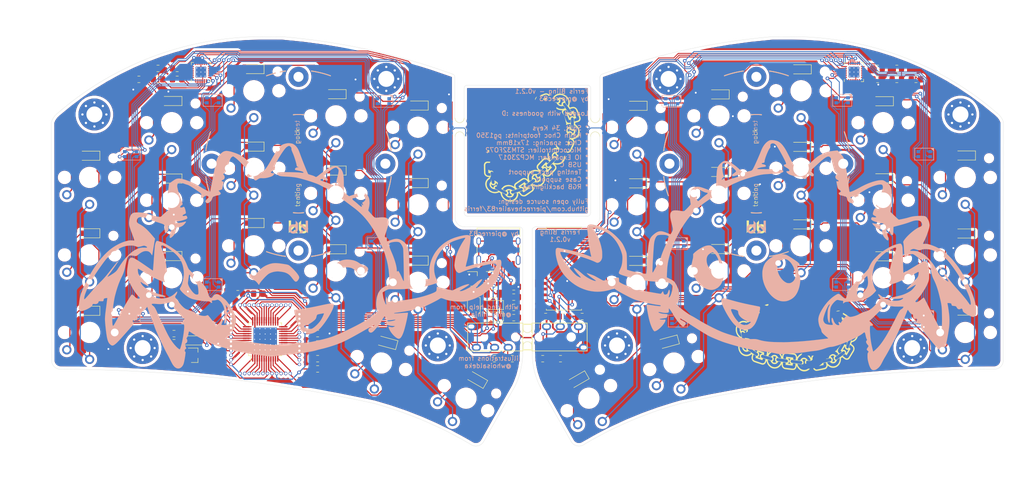
<source format=kicad_pcb>
(kicad_pcb (version 20221018) (generator pcbnew)
  (layers (0 "F.Cu" signal) (31 "B.Cu" signal) (34 "B.Paste" user) (35 "F.Paste" user) (36 "B.SilkS" user "B.Silkscreen") (37 "F.SilkS" user "F.Silkscreen") (38 "B.Mask" user) (39 "F.Mask" user) (44 "Edge.Cuts" user))
  (net 0 "")
  (net 1 "+5V")
  (net 2 "VCC")
  (net 3 "/col4")
  (net 4 "Net-(J1-PadA5)")
  (net 5 "Net-(J1-PadB5)")
  (net 6 "/col0")
  (net 7 "/col8")
  (net 8 "/col5")
  (net 9 "/col2")
  (net 10 "/col1")
  (net 11 "/col3")
  (net 12 "/col6")
  (net 13 "/col7")
  (net 14 "/col9")
  (net 15 "/row0,0")
  (net 16 "/row1,0")
  (net 17 "/row1,1")
  (net 18 "/row0,1")
  (net 19 "/row0,2")
  (net 20 "/row0,3")
  (net 21 "/row1,3")
  (net 22 "/row1,2")
  (net 23 "Net-(D0_0-Pad2)")
  (net 24 "Net-(D0_1-Pad2)")
  (net 25 "Net-(D0_2-Pad2)")
  (net 26 "Net-(D0_3-Pad2)")
  (net 27 "Net-(D0_5-Pad2)")
  (net 28 "Net-(D0_6-Pad2)")
  (net 29 "Net-(D0_7-Pad2)")
  (net 30 "Net-(D0_8-Pad2)")
  (net 31 "Net-(D0_9-Pad2)")
  (net 32 "Net-(D1_0-Pad2)")
  (net 33 "Net-(D1_1-Pad2)")
  (net 34 "Net-(D1_2-Pad2)")
  (net 35 "Net-(D1_3-Pad2)")
  (net 36 "Net-(D1_4-Pad2)")
  (net 37 "Net-(D1_5-Pad2)")
  (net 38 "Net-(D1_6-Pad2)")
  (net 39 "Net-(D1_7-Pad2)")
  (net 40 "Net-(D1_8-Pad2)")
  (net 41 "Net-(D1_9-Pad2)")
  (net 42 "Net-(D2_0-Pad2)")
  (net 43 "Net-(D2_1-Pad2)")
  (net 44 "Net-(D2_2-Pad2)")
  (net 45 "Net-(D2_3-Pad2)")
  (net 46 "Net-(D2_4-Pad2)")
  (net 47 "Net-(D2_5-Pad2)")
  (net 48 "Net-(D2_6-Pad2)")
  (net 49 "Net-(D2_7-Pad2)")
  (net 50 "Net-(D2_8-Pad2)")
  (net 51 "Net-(D2_9-Pad2)")
  (net 52 "Net-(D3_3-Pad2)")
  (net 53 "Net-(D3_4-Pad2)")
  (net 54 "Net-(D3_5-Pad2)")
  (net 55 "Net-(D3_6-Pad2)")
  (net 56 "Net-(D0_4-Pad2)")
  (net 57 "/D-")
  (net 58 "/D+")
  (net 59 "GND")
  (net 60 "+3V3")
  (net 61 "Net-(D3-Pad2)")
  (net 62 "Net-(J1-PadS1)")
  (net 63 "i2c_sda")
  (net 64 "i2c_scl")
  (net 65 "Net-(R6-Pad1)")
  (net 66 "BOOT0")
  (net 67 "NRST")
  (net 68 "VDD")
  (net 69 "i2c_sda_right")
  (net 70 "i2c_scl_right")
  (net 71 "Net-(R9-Pad1)")
  (net 72 "Net-(R10-Pad1)")
  (net 73 "Net-(R11-Pad1)")
  (net 74 "Net-(R12-Pad1)")
  (net 75 "Net-(R13-Pad1)")
  (net 76 "Net-(R14-Pad1)")
  (net 77 "Right_CA4")
  (net 78 "Right_CA3")
  (net 79 "Right_CA1")
  (net 80 "Right_CA2")
  (net 81 "Right_CA5")
  (net 82 "Right_CA6")
  (net 83 "Right_CA7")
  (net 84 "Right_CA8")
  (net 85 "Right_CA9")
  (net 86 "Left_CB4")
  (net 87 "Left_CB3")
  (net 88 "Left_CB1")
  (net 89 "Left_CB2")
  (net 90 "Left_CB5")
  (net 91 "Left_CB6")
  (net 92 "Left_CB7")
  (net 93 "Left_CB8")
  (net 94 "Left_CB9")
  (net 95 "Net-(U1-Pad2)")
  (net 96 "Net-(U1-Pad3)")
  (net 97 "Net-(U1-Pad4)")
  (net 98 "Net-(U1-Pad5)")
  (net 99 "Net-(U1-Pad6)")
  (net 100 "Net-(U1-Pad10)")
  (net 101 "Net-(U1-Pad11)")
  (net 102 "Net-(U1-Pad13)")
  (net 103 "Net-(U1-Pad14)")
  (net 104 "Net-(U1-Pad15)")
  (net 105 "Net-(U1-Pad16)")
  (net 106 "Net-(U1-Pad17)")
  (net 107 "Net-(U1-Pad18)")
  (net 108 "Net-(U1-Pad19)")
  (net 109 "Net-(U1-Pad20)")
  (net 110 "Net-(U1-Pad25)")
  (net 111 "Net-(U1-Pad26)")
  (net 112 "Net-(U1-Pad27)")
  (net 113 "Net-(U1-Pad28)")
  (net 114 "Net-(U1-Pad29)")
  (net 115 "Net-(U1-Pad30)")
  (net 116 "Net-(U1-Pad31)")
  (net 117 "Net-(U1-Pad34)")
  (net 118 "Net-(U1-Pad46)")
  (net 119 "Net-(J1-PadB8)")
  (net 120 "Net-(J1-PadA8)")
  (net 121 "Net-(U2-Pad28)")
  (net 122 "Net-(U2-Pad27)")
  (net 123 "Net-(U2-Pad26)")
  (net 124 "Net-(U2-Pad20)")
  (net 125 "Net-(U2-Pad19)")
  (net 126 "Net-(U2-Pad14)")
  (net 127 "Net-(U2-Pad11)")
  (net 128 "Net-(U2-Pad8)")
  (net 129 "Net-(U2-Pad7)")
  (net 130 "Net-(U2-Pad6)")
  (net 131 "Net-(U2-Pad5)")
  (net 132 "Net-(U5-Pad28)")
  (net 133 "Net-(U5-Pad27)")
  (net 134 "Net-(U5-Pad26)")
  (net 135 "Net-(U5-Pad25)")
  (net 136 "Net-(U5-Pad24)")
  (net 137 "Net-(U5-Pad23)")
  (net 138 "Net-(U5-Pad22)")
  (net 139 "Net-(U5-Pad21)")
  (net 140 "Net-(U5-Pad17)")
  (net 141 "Net-(U5-Pad16)")
  (net 142 "Net-(U5-Pad1)")
  (net 143 "Net-(U6-Pad17)")
  (net 144 "Net-(U6-Pad16)")
  (net 145 "Net-(U6-Pad15)")
  (net 146 "Net-(U6-Pad14)")
  (net 147 "Net-(U6-Pad13)")
  (net 148 "Net-(U6-Pad12)")
  (net 149 "Net-(U6-Pad11)")
  (net 150 "Net-(U6-Pad10)")
  (net 151 "Net-(U6-Pad9)")
  (net 152 "Net-(U6-Pad8)")
  (net 153 "Net-(U6-Pad7)")
  (footprint "Diode_SMD:D_SOD-123" (layer "F.Cu") (at 196 24.3 180)
    (fp_text reference "D0_8" hide)
    (fp_text value "1N4148W" hide)
  )
  (footprint "Diode_SMD:D_SOD-123" (layer "F.Cu") (at 178 17.3 180)
    (fp_text reference "D0_7" hide)
    (fp_text value "1N4148W" hide)
  )
  (footprint "Diode_SMD:D_SOD-123" (layer "F.Cu") (at 160 22.8 180)
    (fp_text reference "D0_6" hide)
    (fp_text value "1N4148W" hide)
  )
  (footprint "Diode_SMD:D_SOD-123" (layer "F.Cu") (at 214 36.2 180)
    (fp_text reference "D0_9" hide)
    (fp_text value "1N4148W" hide)
  )
  (footprint "Diode_SMD:D_SOD-123" (layer "F.Cu") (at 142 25.3 180)
    (fp_text reference "D0_5" hide)
    (fp_text value "1N4148W" hide)
  )
  (footprint "Diode_SMD:D_SOD-123" (layer "F.Cu") (at 142 42.3 180)
    (fp_text reference "D1_5" hide)
    (fp_text value "1N4148W" hide)
  )
  (footprint "Diode_SMD:D_SOD-123" (layer "F.Cu") (at 160 39.8 180)
    (fp_text reference "D1_6" hide)
    (fp_text value "1N4148W" hide)
  )
  (footprint "Diode_SMD:D_SOD-123" (layer "F.Cu") (at 178 34.3 180)
    (fp_text reference "D1_7" hide)
    (fp_text value "1N4148W" hide)
  )
  (footprint "Diode_SMD:D_SOD-123" (layer "F.Cu") (at 196 41.2 180)
    (fp_text reference "D1_8" hide)
    (fp_text value "1N4148W" hide)
  )
  (footprint "Diode_SMD:D_SOD-123" (layer "F.Cu") (at 214 53.3 180)
    (fp_text reference "D1_9" hide)
    (fp_text value "1N4148W" hide)
  )
  (footprint "Diode_SMD:D_SOD-123" (layer "F.Cu") (at 160 56.7 180)
    (fp_text reference "D2_6" hide)
    (fp_text value "1N4148W" hide)
  )
  (footprint "Diode_SMD:D_SOD-123" (layer "F.Cu") (at 214 70.2 180)
    (fp_text reference "D2_9" hide)
    (fp_text value "1N4148W" hide)
  )
  (footprint "Diode_SMD:D_SOD-123" (layer "F.Cu") (at 196 58.3 180)
    (fp_text reference "D2_8" hide)
    (fp_text value "1N4148W" hide)
  )
  (footprint "Diode_SMD:D_SOD-123" (layer "F.Cu") (at 142 59.3 180)
    (fp_text reference "D2_5" hide)
    (fp_text value "1N4148W" hide)
  )
  (footprint "Diode_SMD:D_SOD-123" (layer "F.Cu") (at 178 51.3 180)
    (fp_text reference "D2_7" hide)
    (fp_text value "1N4148W" hide)
  )
  (footprint "Diode_SMD:D_SOD-123" (layer "F.Cu") (at 129.1 85.4 -150)
    (fp_text reference "D3_5" hide)
    (fp_text value "1N4148W" hide)
  )
  (footprint "Diode_SMD:D_SOD-123" (layer "F.Cu") (at 148.9 77.1 -165)
    (fp_text reference "D3_6" hide)
    (fp_text value "1N4148W" hide)
  )
  (footprint "kbd:TRRS-PJ-320A" (layer "F.Cu") (at 119 76 90)
    (fp_text reference "Jack1" hide)
    (fp_text value "PJ-320A" hide)
  )
  (footprint "switches:Choc_PG1350_Choc_Spacing" (layer "F.Cu") (at 214 41)
    (fp_text reference "K0_9" hide)
    (fp_text value "KEYSW" hide)
  )
  (footprint "switches:Choc_PG1350_Choc_Spacing" (layer "F.Cu") (at 196 29)
    (fp_text reference "K0_8" hide)
    (fp_text value "KEYSW" hide)
  )
  (footprint "switches:Choc_PG1350_Choc_Spacing" (layer "F.Cu") (at 142 30)
    (fp_text reference "K0_5" hide)
    (fp_text value "KEYSW" hide)
  )
  (footprint "switches:Choc_PG1350_Choc_Spacing" (layer "F.Cu") (at 160 27.5)
    (fp_text reference "K0_6" hide)
    (fp_text value "KEYSW" hide)
  )
  (footprint "switches:Choc_PG1350_Choc_Spacing" (layer "F.Cu") (at 178 22)
    (fp_text reference "K0_7" hide)
    (fp_text value "KEYSW" hide)
  )
  (footprint "switches:Choc_PG1350_Choc_Spacing" (layer "F.Cu") (at 214 58)
    (fp_text reference "K1_9" hide)
    (fp_text value "KEYSW" hide)
  )
  (footprint "switches:Choc_PG1350_Choc_Spacing" (layer "F.Cu") (at 196 46)
    (fp_text reference "K1_8" hide)
    (fp_text value "KEYSW" hide)
  )
  (footprint "switches:Choc_PG1350_Choc_Spacing" (layer "F.Cu") (at 178 39)
    (fp_text reference "K1_7" hide)
    (fp_text value "KEYSW" hide)
  )
  (footprint "switches:Choc_PG1350_Choc_Spacing" (layer "F.Cu") (at 160 44.5)
    (fp_text reference "K1_6" hide)
    (fp_text value "KEYSW" hide)
  )
  (footprint "switches:Choc_PG1350_Choc_Spacing" (layer "F.Cu") (at 142 47)
    (fp_text reference "K1_5" hide)
    (fp_text value "KEYSW" hide)
  )
  (footprint "switches:Choc_PG1350_Choc_Spacing" (layer "F.Cu") (at 142 64)
    (fp_text reference "K2_5" hide)
    (fp_text value "KEYSW" hide)
  )
  (footprint "switches:Choc_PG1350_Choc_Spacing" (layer "F.Cu") (at 160 61.5)
    (fp_text reference "K2_6" hide)
    (fp_text value "KEYSW" hide)
  )
  (footprint "switches:Choc_PG1350_Choc_Spacing" (layer "F.Cu") (at 178 56)
    (fp_text reference "K2_7" hide)
    (fp_text value "KEYSW" hide)
  )
  (footprint "switches:Choc_PG1350_Choc_Spacing" (layer "F.Cu") (at 196 63)
    (fp_text reference "K2_8" hide)
    (fp_text value "KEYSW" hide)
  )
  (footprint "switches:Choc_PG1350_Choc_Spacing" (layer "F.Cu") (at 214 75)
    (fp_text reference "K2_9" hide)
    (fp_text value "KEYSW" hide)
  )
  (footprint "switches:Choc_PG1350_Choc_Spacing" (layer "F.Cu") (at 150.13 81.7 15)
    (fp_text reference "K3_6" hide)
    (fp_text value "KEYSW" hide)
  )
  (footprint "switches:Choc_PG1350_Choc_Spacing" (layer "F.Cu") (at 131.47 89.41 30)
    (fp_text reference "K3_5" hide)
    (fp_text value "KEYSW" hide)
  )
  (footprint "switches:Choc_PG1350_Choc_Spacing" (layer "F.Cu") (at 22 41)
    (fp_text reference "K0_0" hide)
    (fp_text value "KEYSW" hide)
  )
  (footprint "Resistor_SMD:R_0805_2012Metric_Pad1.15x1.40mm_HandSolder" (layer "F.Cu") (at 115 67.25 180)
    (fp_text reference "R1" hide)
    (fp_text value "5.1kΩ" hide)
  )
  (footprint "Diode_SMD:D_SOD-123" (layer "F.Cu") (at 40 58.25 180)
    (fp_text reference "D2_1" hide)
    (fp_text value "1N4148W" hide)
  )
  (footprint "switches:Choc_PG1350_Choc_Spacing" (layer "F.Cu") (at 76 44.5)
    (fp_text reference "K1_3" hide)
    (fp_text value "KEYSW" hide)
  )
  (footprint "Diode_SMD:D_SOD-123" (layer "F.Cu") (at 22 53.25 180)
    (fp_text reference "D1_0" hide)
    (fp_text value "1N4148W" hide)
  )
  (footprint "Diode_SMD:D_SOD-123" (layer "F.Cu") (at 94 59.25 180)
    (fp_text reference "D2_4" hide)
    (fp_text value "1N4148W" hide)
  )
  (footprint "Diode_SMD:D_SOD-123" (layer "F.Cu") (at 22 70.25 180)
    (fp_text reference "D2_0" hide)
    (fp_text value "1N4148W" hide)
  )
  (footprint "Diode_SMD:D_SOD-123" (layer "F.Cu") (at 58 17.25 180)
    (fp_text reference "D0_2" hide)
    (fp_text value "1N4148W" hide)
  )
  (footprint "Connector_USB:USB_C_Receptacle_HRO_TYPE-C-31-M-12" (layer "F.Cu") (at 111.64 56.01 180)
    (fp_text reference "J1" hide)
    (fp_text value "TYPE-C-31-M-12" hide)
  )
  (footprint "switches:Choc_PG1350_Choc_Spacing" (layer "F.Cu") (at 40 29)
    (fp_text reference "K0_1" hide)
    (fp_text value "KEYSW" hide)
  )
  (footprint "switches:Choc_PG1350_Choc_Spacing" (layer "F.Cu") (at 94 64)
    (fp_text reference "K2_4" hide)
    (fp_text value "KEYSW" hide)
  )
  (footprint "switches:Choc_PG1350_Choc_Spacing" (layer "F.Cu") (at 76 27.5)
    (fp_text reference "K0_3" hide)
    (fp_text value "KEYSW" hide)
  )
  (footprint "Diode_SMD:D_SOD-123" (layer "F.Cu") (at 40 41.25 180)
    (fp_text reference "D1_1" hide)
    (fp_text value "1N4148W" hide)
  )
  (footprint "Diode_SMD:D_SOD-123" (layer "F.Cu") (at 76 22.75 180)
    (fp_text reference "D0_3" hide)
    (fp_text value "1N4148W" hide)
  )
  (footprint "Diode_SMD:D_SOD-123" (layer "F.Cu") (at 106.84 85.28 150)
    (fp_text reference "D3_4" hide)
    (fp_text value "1N4148W" hide)
  )
  (footprint "switches:Choc_PG1350_Choc_Spacing" (layer "F.Cu") (at 22 75)
    (fp_text reference "K2_0" hide)
    (fp_text value "KEYSW" hide)
  )
  (footprint "Diode_SMD:D_SOD-123" (layer "F.Cu") (at 58 51 180)
    (fp_text reference "D2_2" hide)
    (fp_text value "1N4148W" hide)
  )
  (footprint "switches:Choc_PG1350_Choc_Spacing" (layer "F.Cu") (at 76 61.5)
    (fp_text reference "K2_3" hide)
    (fp_text value "KEYSW" hide)
  )
  (footprint "Diode_SMD:D_SOD-123" (layer "F.Cu") (at 87.18 77.21 165)
    (fp_text reference "D3_3" hide)
    (fp_text value "1N4148W" hide)
  )
  (footprint "Diode_SMD:D_SOD-123" (layer "F.Cu") (at 76 39.5 180)
    (fp_text reference "D1_3" hide)
    (fp_text value "1N4148W" hide)
  )
  (footprint "Diode_SMD:D_SOD-123" (layer "F.Cu") (at 58 34.25 180)
    (fp_text reference "D1_2" hide)
    (fp_text value "1N4148W" hide)
  )
  (footprint "Resistor_SMD:R_0805_2012Metric_Pad1.15x1.40mm_HandSolder" (layer "F.Cu") (at 115 65 180)
    (fp_text reference "R2" hide)
    (fp_text value "5.1kΩ" hide)
  )
  (footprint "Diode_SMD:D_SOD-123" (layer "F.Cu") (at 22 36.25 180)
    (fp_text reference "D0_0" hide)
    (fp_text value "1N4148W" hide)
  )
  (footprint "switches:Choc_PG1350_Choc_Spacing" (layer "F.Cu") (at 94 30)
    (fp_text reference "K0_4" hide)
    (fp_text value "KEYSW" hide)
  )
  (footprint "switches:Choc_PG1350_Choc_Spacing" (layer "F.Cu") (at 22 58)
    (fp_text reference "K1_0" hide)
    (fp_text value "KEYSW" hide)
  )
  (footprint "switches:Choc_PG1350_Choc_Spacing" (layer "F.Cu") (at 58 22)
    (fp_text reference "K0_2" hide)
    (fp_text value "KEYSW" hide)
  )
  (footprint "Diode_SMD:D_SOD-123" (layer "F.Cu") (at 94 42.25 180)
    (fp_text reference "D1_4" hide)
    (fp_text value "1N4148W" hide)
  )
  (footprint "Diode_SMD:D_SOD-123" (layer "F.Cu") (at 94 25.25 180)
    (fp_text reference "D0_4" hide)
    (fp_text value "1N4148W" hide)
  )
  (footprint "Diode_SMD:D_SOD-123" (layer "F.Cu") (at 40 24.25 180)
    (fp_text reference "D0_1" hide)
    (fp_text value "1N4148W" hide)
  )
  (footprint "switches:Choc_PG1350_Choc_Spacing" (layer "F.Cu") (at 104.53 89.41 -30)
    (fp_text reference "K3_4" hide)
    (fp_text value "KEYSW" hide)
  )
  (footprint "switches:Choc_PG1350_Choc_Spacing" (layer "F.Cu") (at 40 46)
    (fp_text reference "K1_1" hide)
    (fp_text value "KEYSW" hide)
  )
  (footprint "Resistor_SMD:R_0805_2012Metric_Pad1.15x1.40mm_HandSolder" (layer "F.Cu") (at 125.25 80.75)
    (fp_text reference "R7" hide)
    (fp_text value "4.7kΩ" hide)
  )
  (footprint "switches:Choc_PG1350_Choc_Spacing" (layer "F.Cu") (at 58 39)
    (fp_text reference "K1_2" hide)
    (fp_text value "KEYSW" hide)
  )
  (footprint "Diode_SMD:D_SOD-123" (layer "F.Cu") (at 76 56.75 180)
    (fp_text reference "D2_3" hide)
    (fp_text value "1N4148W" hide)
  )
  (footprint "switches:Choc_PG1350_Choc_Spacing" (layer "F.Cu") (at 40 63)
    (fp_text reference "K2_1" hide)
    (fp_text value "KEYSW" hide)
  )
  (footprint "switches:Choc_PG1350_Choc_Spacing" (layer "F.Cu") (at 94 47)
    (fp_text reference "K1_4" hide)
    (fp_text value "KEYSW" hide)
  )
  (footprint "kbd:TRRS-PJ-320A" (layer "F.Cu") (at 117 76 -90)
    (fp_text reference "Jack0" hide)
    (fp_text value "PJ-320A" hide)
  )
  (footprint "copper_pads:ferris_bling" (layer "F.Cu") (at 175.6 74.8 7)
    (fp_text reference "G***" hide)
    (fp_text value "LOGO" hide)
  )
  (footprint "Capacitor_SMD:C_0805_2012Metric_Pad1.15x1.40mm_HandSolder" (layer "F.Cu") (at 122 71.5)
    (fp_text reference "C13" hide)
    (fp_text value "0.1uF" hide)
  )
  (footprint "Capacitor_SMD:C_0805_2012Metric_Pad1.15x1.40mm_HandSolder" (layer "F.Cu") (at 130 71.5 180)
    (fp_text reference "C12" hide)
    (fp_text value "0.1uF" hide)
  )
  (footprint "Package_SO:SOIC-28W_7.5x17.9mm_P1.27mm" (layer "F.Cu") (at 126 61.04)
    (fp_text reference "U2" hide)
    (fp_text value "MCP23017-E/SO" hide)
  )
  (footprint "Resistor_SMD:R_0805_2012Metric_Pad1.15x1.40mm_HandSolder" (layer "F.Cu") (at 126 71.5)
    (fp_text reference "R6" hide)
    (fp_text value "10kΩ" hide)
  )
  (footprint "switches:Choc_PG1350_Choc_Spacing" (layer "F.Cu") (at 85.97 81.7 -15)
    (fp_text reference "K3_3" hide)
    (fp_text value "KEYSW" hide)
  )
  (footprint "switches:Choc_PG1350_Choc_Spacing" (layer "F.Cu") (at 58 56)
    (fp_text reference "K2_2" hide)
    (fp_text value "KEYSW" hide)
  )
  (footprint "Fuse:Fuse_1206_3216Metric" (layer "F.Cu") (at 110.5 66.5 180)
    (fp_text reference "F1" hide)
    (fp_text value "500 mA" hide)
  )
  (footprint "Resistor_SMD:R_0805_2012Metric_Pad1.15x1.40mm_HandSolder" (layer "F.Cu") (at 121.35 80.75 180)
    (fp_text reference "R8" hide)
    (fp_text value "4.7kΩ" hide)
  )
  (footprint "panelization:mouse-bite-2mm-slot-with-space-for-track" (layer "F.Cu") (at 118 76.03 90)
    (fp_text reference "mouse-bite-2mm-slot" hide)
    (fp_text value "VAL**" hide)
  )
  (footprint "panelization:mouse-bite-2mm-slot-with-space-for-track" (layer "F.Cu") (at 132.85 30 90)
    (fp_text reference "mouse-bite-2mm-slot" hide)
    (fp_text value "VAL**" hide)
  )
  (footprint "copper_pads:ferris_bling" (layer "F.Cu") (at 117.1 34.75 60)
    (fp_text reference "G***" hide)
    (fp_text value "LOGO" hide)
  )
  (footprint "Capacitor_SMD:C_0805_2012Metric_Pad1.15x1.40mm_HandSolder" (layer "F.Cu") (at 115 71.75)
    (fp_text reference "C1" hide)
    (fp_text value "1uF" hide)
  )
  (footprint "Capacitor_SMD:C_0805_2012Metric_Pad1.15x1.40mm_HandSolder" (layer "F.Cu") (at 110.75 80.75 180)
    (fp_text reference "C2" hide)
    (fp_text value "1uF" hide)
  )
  (footprint "Capacitor_SMD:C_0805_2012Metric_Pad1.15x1.40mm_HandSolder" (layer "F.Cu") (at 40.5 77.25 180)
    (fp_text reference "C3" hide)
    (fp_text value "10uF" hide)
  )
  (footprint "Capacitor_SMD:C_0805_2012Metric_Pad1.15x1.40mm_HandSolder" (layer "F.Cu") (at 40.5 81.25 180)
    (fp_text reference "C4" hide)
    (fp_text value "4.7nF" hide)
  )
  (footprint "Capacitor_SMD:C_0805_2012Metric_Pad1.15x1.40mm_HandSolder" (layer "F.Cu") (at 54.5 66.5 180)
    (fp_text reference "C5" hide)
    (fp_text value "0.1uF" hide)
  )
  (footprint "Capacitor_SMD:C_0805_2012Metric_Pad1.15x1.40mm_HandSolder" (layer "F.Cu") (at 59 66.5)
    (fp_text reference "C6" hide)
    (fp_text value "4.7uF" hide)
  )
  (footprint "Capacitor_SMD:C_0805_2012Metric_Pad1.15x1.40mm_HandSolder" (layer "F.Cu") (at 72 80.75)
    (fp_text reference "C7" hide)
    (fp_text value "1uF" hide)
  )
  (footprint "Capacitor_SMD:C_0805_2012Metric_Pad1.15x1.40mm_HandSolder" (layer "F.Cu") (at 72 83)
    (fp_text reference "C8" hide)
    (fp_text value "10uF" hide)
  )
  (footprint "Capacitor_SMD:C_0805_2012Metric_Pad1.15x1.40mm_HandSolder" (layer "F.Cu") (at 40.5 79.25)
    (fp_text reference "C9" hide)
    (fp_text value "0.1uF" hide)
  )
  (footprint "Capacitor_SMD:C_0805_2012Metric_Pad1.15x1.40mm_HandSolder" (layer "F.Cu") (at 72 77.5 180)
    (fp_text reference "C10" hide)
    (fp_text value "0.1uF" hide)
  )
  (footprint "Capacitor_SMD:C_0805_2012Metric_Pad1.15x1.40mm_HandSolder" (layer "F.Cu") (at 72 75.25 180)
    (fp_text reference "C11" hide)
    (fp_text value "4.7uF" hide)
  )
  (footprint "Diode_SMD:D_SOD-123" (layer "F.Cu") (at 110.5 69 180)
    (fp_text reference "D1" hide)
    (fp_text value "SMF9.0CA" hide)
  )
  (footprint "Diode_SMD:D_SOD-123" (layer "F.Cu") (at 110.5 71.5 180)
    (fp_text reference "D2" hide)
    (fp_text value "RB060M-30TR" hide)
  )
  (footprint "Diode_SMD:D_SOD-123" (layer "F.Cu") (at 45 76.75)
    (fp_text reference "D3" hide)
    (fp_text value "1N4148W" hide)
  )
  (footprint "Package_TO_SOT_SMD:SOT-23" (layer "F.Cu") (at 45 80)
    (fp_text reference "Q1" hide)
    (fp_text value "PDTC123JT,215" hide)
  )
  (footprint "Resistor_SMD:R_0805_2012Metric_Pad1.15x1.40mm_HandSolder" (layer "F.Cu") (at 114.7 80.75)
    (fp_text reference "R4" hide)
    (fp_text value "100kΩ" hide)
  )
  (footprint "Resistor_SMD:R_0805_2012Metric_Pad1.15x1.40mm_HandSolder" (layer "F.Cu") (at 40.5 75.25 180)
    (fp_text reference "R5" hide)
    (fp_text value "100kΩ" hide)
  )
  (footprint "Button_Switch_SMD:SW_SPST_B3U-1000P" (layer "F.Cu") (at 106.25 69 -90)
    (fp_text reference "SW1" hide)
    (fp_text value "B3U-1000P" hide)
  )
  (footprint "breakout_pins:Dual_MCU_QFP_QFN_48_with_breakout_pins" (layer "F.Cu") (at 60.5 76.5 90)
    (fp_text reference "U1" hide)
    (fp_text value "STM32F072CBT6")
  )
  (footprint "Package_TO_SOT_SMD:SOT-23" (layer "F.Cu") (at 106.25 63.25)
    (fp_text reference "U3" hide)
    (fp_text value "MCP1700T-3302E/TT" hide)
  )
  (footprint "Package_TO_SOT_SMD:SOT-23-6" (layer "F.Cu") (at 110.5 63.25)
    (fp_text reference "U4" hide)
    (fp_text value "SRV05-4" hide)
  )
  (footprint "Resistor_SMD:R_0805_2012Metric_Pad1.15x1.40mm_HandSolder" (layer "F.Cu") (at 115 69.5)
    (fp_text reference "R3" hide)
    (fp_text value "100kΩ" hide)
  )
  (footprint "puck:Tenting_Puck" (layer "F.Cu") (at 168.2 38)
    (fp_text reference "REF**")
    (fp_text value "Tenting Puck")
  )
  (footprint "puck:Tenting_Puck" (layer "F.Cu") (at 67.8 38)
    (fp_text reference "REF**")
    (fp_text value "Tenting Puck")
  )
  (footprint "MountingHole:MountingHole_3.5mm_Pad_Via" (layer "F.Cu") (at 202.37 78.42)
    (fp_text reference "REF**" hide)
    (fp_text value "MountingHole_3.5mm_Pad_Via" hide)
  )
  (footprint "MountingHole:MountingHole_3.5mm_Pad_Via" (layer "F.Cu") (at 212.95 27.2)
    (fp_text reference "REF**" hide)
    (fp_text value "MountingHole_3.5mm_Pad_Via" hide)
  )
  (footprint "MountingHole:MountingHole_3.5mm_Pad_Via" (layer "F.Cu") (at 148.95 19.4)
    (fp_text reference "REF**" hide)
    (fp_text value "MountingHole_3.5mm_Pad_Via" hide)
  )
  (footprint "Resistor_SMD:R_0805_2012Metric_Pad1.15x1.40mm_HandSolder" (layer "F.Cu") (at 41.2 19.5 180)
    (fp_text reference "R9" hide)
    (fp_text value "100kΩ" hide)
  )
  (footprint "Resistor_SMD:R_0805_2012Metric_Pad1.15x1.40mm_HandSolder" (layer "F.Cu") (at 37 19.5 180)
    (fp_text reference "R10" hide)
    (fp_text value "4.7kΩ" hide)
  )
  (footprint "Resistor_SMD:R_0805_2012Metric_Pad1.15x1.40mm_HandSolder" (layer "F.Cu") (at 203.2 19.5)
    (fp_text reference "R12" hide)
    (fp_text value "100kΩ" hide)
  )
  (footprint "Resistor_SMD:R_0805_2012Metric_Pad1.15x1.40mm_HandSolder" (layer "F.Cu") (at 194.8 19.5)
    (fp_text reference "R14" hide)
    (fp_text value "18kΩ" hide)
  )
  (footprint "Resistor_SMD:R_0805_2012Metric_Pad1.15x1.40mm_HandSolder" (layer "F.Cu") (at 199 19.5)
    (fp_text reference "R13" hide)
    (fp_text value "4.7kΩ" hide)
  )
  (footprint "Capacitor_SMD:C_0805_2012Metric_Pad1.15x1.40mm_HandSolder" (layer "F.Cu") (at 199 17.1)
    (fp_text reference "C16" hide)
    (fp_text value "1uF" hide)
  )
  (footprint "Capacitor_SMD:C_0805_2012Metric_Pad1.15x1.40mm_HandSolder" (layer "F.Cu") (at 194.78 17.1)
    (fp_text reference "C17" hide)
    (fp_text value "0.1uF" hide)
  )
  (footprint "Capacitor_SMD:C_0805_2012Metric_Pad1.15x1.40mm_HandSolder" (layer "F.Cu") (at 41.2 17.1 180)
    (fp_text reference "C14" hide)
    (fp_text value "1uF" hide)
  )
  (footprint "Capacitor_SMD:C_0805_2012Metric_Pad1.15x1.40mm_HandSolder" (layer "F.Cu") (at 37 17.1 180)
    (fp_text reference "C15" hide)
    (fp_text value "0.1uF" hide)
  )
  (footprint "Package_DFN_QFN:QFN-28-1EP_4x4mm_P0.4mm_EP2.3x2.3mm_ThermalVias" (layer "F.Cu") (at 189.6 17.9 90)
    (fp_text reference "U6" hide)
    (fp_text value "IS31FL3731" hide)
  )
  (footprint "Package_DFN_QFN:QFN-28-1EP_4x4mm_P0.4mm_EP2.3x2.3mm_ThermalVias" (layer "F.Cu") (at 46.4 17.9 90)
    (fp_text reference "U5" hide)
    (fp_text value "IS31FL3731" hide)
  )
  (footprint "Resistor_SMD:R_0805_2012Metric_Pad1.15x1.40mm_HandSolder" (layer "F.Cu") (at 32.8 19.5 180)
    (fp_text reference "R11" hide)
    (fp_text value "18kΩ" hide)
  )
  (footprint "panelization:mouse-bite-2mm-slot-with-space-for-track" (layer "F.Cu") (at 103.15 30 90)
    (fp_text reference "mouse-bite-2mm-slot" hide)
    (fp_text value "VAL**" hide)
  )
  (footprint "MountingHole:MountingHole_3.5mm_Pad_Via" (layer "F.Cu") (at 98.35 77.85)
    (fp_text reference "REF**" hide)
    (fp_text value "MountingHole_3.5mm_Pad_Via" hide)
  )
  (footprint "MountingHole:MountingHole_3.5mm_Pad_Via" (layer "F.Cu") (at 23.05 27.2)
    (fp_text reference "REF**" hide)
    (fp_text value "MountingHole_3.5mm_Pad_Via" hide)
  )
  (footprint "MountingHole:MountingHole_3.5mm_Pad_Via" (layer "F.Cu") (at 33.63 78.42)
    (fp_text reference "REF**" hide)
    (fp_text value "MountingHole_3.5mm_Pad_Via" hide)
  )
  (footprint "MountingHole:MountingHole_3.5mm_Pad_Via" (layer "F.Cu") (at 137.65 77.85)
    (fp_text reference "REF**" hide)
    (fp_text value "MountingHole_3.5mm_Pad_Via" hide)
  )
  (footprint "MountingHole:MountingHole_3.5mm_Pad_Via" (layer "F.Cu") (at 87.05 19.4)
    (fp_text reference "REF**" hide)
    (fp_text value "MountingHole_3.5mm_Pad_Via" hide)
  )
  (footprint "rgb:LED_RGB_FM-B2020RGBA-HG" (layer "B.Cu") (at 86.4 24.3)
    (fp_text reference "Left_RGB_0" hide)
    (fp_text value "FM-B2020RGBA-HG" hide)
  )
  (footprint "rgb:LED_RGB_FM-B2020RGBA-HG" (layer "B.Cu") (at 85 55.5)
    (fp_text reference "Left_RGB_1" hide)
    (fp_text value "FM-B2020RGBA-HG" hide)
  )
  (footprint "rgb:LED_RGB_FM-B2020RGBA-HG" (layer "B.Cu") (at 85 72.5)
    (fp_text reference "Left_RGB_2" hide)
    (fp_text value "FM-B2020RGBA-HG" hide)
  )
  (footprint "rgb:LED_RGB_FM-B2020RGBA-HG" (layer "B.Cu") (at 49 24.1)
    (fp_text reference "Left_RGB_3" hide)
    (fp_text value "FM-B2020RGBA-HG" hide)
  )
  (footprint "rgb:LED_RGB_FM-B2020RGBA-HG" (layer "B.Cu") (at 49 64.5)
    (fp_text reference "Left_RGB_4" hide)
    (fp_text value "FM-B2020RGBA-HG" hide)
  )
  (footprint "rgb:LED_RGB_FM-B2020RGBA-HG" (layer "B.Cu") (at 31 35.9)
    (fp_text reference "Left_RGB_5" hide)
    (fp_text value "FM-B2020RGBA-HG" hide)
  )
  (footprint "rgb:LED_RGB_FM-B2020RGBA-HG" (layer "B.Cu") (at 31 71.5)
    (fp_text reference "Left_RGB_6" hide)
    (fp_text value "FM-B2020RGBA-HG" hide)
  )
  (footprint "rgb:LED_RGB_FM-B2020RGBA-HG" (layer "B.Cu") (at 149.6 24.3)
    (fp_text reference "Right_RGB_0" hide)
    (fp_text value "FM-B2020RGBA-HG" hide)
  )
  (footprint "rgb:LED_RGB_FM-B2020RGBA-HG" (layer "B.Cu") (at 151 55.5)
    (fp_text reference "Right_RGB_1" hide)
    (fp_text value "FM-B2020RGBA-HG" hide)
  )
  (footprint "rgb:LED_RGB_FM-B2020RGBA-HG" (layer "B.Cu") (at 151 72.5)
    (fp_text reference "Right_RGB_2" hide)
    (fp_text value "FM-B2020RGBA-HG" hide)
  )
  (footprint "rgb:LED_RGB_FM-B2020RGBA-HG" (layer "B.Cu") (at 187 24.1)
    (fp_text reference "Right_RGB_3" hide)
    (fp_text value "FM-B2020RGBA-HG" hide)
  )
  (footprint "rgb:LED_RGB_FM-B2020RGBA-HG" (layer "B.Cu") (at 187 64.5)
    (fp_text reference "Right_RGB_4" hide)
    (fp_text value "FM-B2020RGBA-HG" hide)
  )
  (footprint "rgb:LED_RGB_FM-B2020RGBA-HG" (layer "B.Cu") (at 205 71.5)
    (fp_text reference "Right_RGB_5" hide)
    (fp_text value "FM-B2020RGBA-HG" hide)
  )
  (footprint "rgb:LED_RGB_FM-B2020RGBA-HG" (layer "B.Cu") (at 205 35.9)
    (fp_text reference "Right_RGB_6" hide)
    (fp_text value "FM-B2020RGBA-HG" hide)
  )
  (footprint "silkscreens:open_eyes" (layer "B.Cu") (at 172.52 64.34 180)
    (fp_text reference "G***" hide)
    (fp_text value "LOGO" hide)
  )
  (footprint "silkscreens:closed_eyes" (layer "B.Cu") (at 65.21 60.47 172)
    (fp_text reference "G***" hide)
    (fp_text value "LOGO" hide)
  )
  (gr_arc (start 15.71 83.077536) (mid 14.281641 82.537499) (end 13.650019 81.147211) (stroke (width 0.05)) (layer "Edge.Cuts"))
  (gr_arc (start 116.965001 79.575918) (mid 116.507914 83.337265) (end 115.218305 86.900068) (stroke (width 0.05)) (layer "Edge.Cuts"))
  (gr_line (start 115.218305 86.900068) (end 108.37 98.99) (stroke (width 0.05)) (layer "Edge.Cuts"))
  (gr_arc (start 108.37 98.99) (mid 107.128995 99.859715) (end 105.638 99.588735) (stroke (width 0.05)) (layer "Edge.Cuts"))
  (gr_line (start 104.185001 51.83) (end 116.215001 51.850918) (stroke (width 0.05)) (layer "Edge.Cuts"))
  (gr_arc (start 116.215001 51.850918) (mid 116.745331 52.070588) (end 116.965001 52.600918) (stroke (width 0.05)) (layer "Edge.Cuts"))
  (gr_arc (start 104.185001 51.83) (mid 102.772533 51.280799) (end 102.15 49.899082) (stroke (width 0.05)) (layer "Edge.Cuts"))
  (gr_line (start 102.15 49.899082) (end 102.15 32) (stroke (width 0.05)) (layer "Edge.Cuts"))
  (gr_line (start 13.608055 28.898702) (end 13.650019 81.147211) (stroke (width 0.05)) (layer "Edge.Cuts"))
  (gr_arc (start 84.370665 90.557571) (mid 95.308068 94.357892) (end 105.638 99.588735) (stroke (width 0.05)) (layer "Edge.Cuts"))
  (gr_arc (start 15.71 83.077536) (mid 50.240258 84.982398) (end 84.370665 90.557571) (stroke (width 0.05)) (layer "Edge.Cuts"))
  (gr_line (start 116.965001 52.600918) (end 116.960001 73.960001) (stroke (width 0.05)) (layer "Edge.Cuts"))
  (gr_line (start 116.968788 78.029999) (end 116.965001 79.575918) (stroke (width 0.05)) (layer "Edge.Cuts"))
  (gr_arc (start 102.15 32) (mid 103.15 31) (end 104.15 32) (stroke (width 0.05)) (layer "Edge.Cuts"))
  (gr_line (start 104.15 32) (end 104.15 48.77) (stroke (width 0.05)) (layer "Edge.Cuts"))
  (gr_arc (start 104.1 21.51) (mid 104.31967 20.97967) (end 104.85 20.76) (stroke (width 0.05)) (layer "Edge.Cuts"))
  (gr_arc (start 104.10005 27.99) (mid 103.10505 29.000037) (end 102.1 28) (stroke (width 0.05)) (layer "Edge.Cuts"))
  (gr_arc (start 15.035 26.885) (mid 36.011524 14.453455) (end 60.008389 10.128139) (stroke (width 0.05)) (layer "Edge.Cuts"))
  (gr_line (start 64.208637 10.136374) (end 60.008389 10.128139) (stroke (width 0.05)) (layer "Edge.Cuts"))
  (gr_arc (start 101.665245 18.378889) (mid 101.982034 18.655645) (end 102.1 19.059419) (stroke (width 0.05)) (layer "Edge.Cuts"))
  (gr_arc (start 64.208637 10.136374) (mid 83.212558 13.005142) (end 101.665245 18.378889) (stroke (width 0.05)) (layer "Edge.Cuts"))
  (gr_line (start 102.1 28) (end 102.1 19.059419) (stroke (width 0.05)) (layer "Edge.Cuts"))
  (gr_arc (start 13.608055 28.898702) (mid 14.164929 27.780882) (end 15.035 26.885) (stroke (width 0.05)) (layer "Edge.Cuts"))
  (gr_line (start 171.791363 10.136374) (end 175.991611 10.128139) (stroke (width 0.05)) (layer "Edge.Cuts"))
  (gr_line (start 133.9 28) (end 133.9 19.059419) (stroke (width 0.05)) (layer "Edge.Cuts"))
  (gr_arc (start 134.334755 18.378889) (mid 152.787442 13.005142) (end 171.791363 10.136374) (stroke (width 0.05)) (layer "Edge.Cuts"))
  (gr_arc (start 133.9 19.059419) (mid 134.017966 18.655645) (end 134.334755 18.378889) (stroke (width 0.05)) (layer "Edge.Cuts"))
  (gr_arc (start 220.965 26.885) (mid 221.835071 27.780882) (end 222.391945 28.898702) (stroke (width 0.05)) (layer "Edge.Cuts"))
  (gr_arc (start 175.991611 10.128139) (mid 199.988476 14.453455) (end 220.965 26.885) (stroke (width 0.05)) (layer "Edge.Cuts"))
  (gr_arc (start 133.9 28) (mid 132.89495 29.000038) (end 131.89995 27.99) (stroke (width 0.05)) (layer "Edge.Cuts"))
  (gr_arc (start 131.15 20.76) (mid 131.68033 20.97967) (end 131.9 21.51) (stroke (width 0.05)) (layer "Edge.Cuts"))
  (gr_arc (start 131.85 48.77) (mid 131.63033 49.30033) (end 131.1 49.52) (stroke (width 0.05)) (layer "Edge.Cuts"))
  (gr_line (start 131.85 32) (end 131.85 48.77) (stroke (width 0.05)) (layer "Edge.Cuts"))
  (gr_line (start 131.89995 27.99) (end 131.9 21.51) (stroke (width 0.05)) (layer "Edge.Cuts"))
  (gr_arc (start 131.85 32) (mid 132.85 31) (end 133.85 32) (stroke (width 0.05)) (layer "Edge.Cuts"))
  (gr_line (start 119.029999 78.02) (end 119.034999 79.575918) (stroke (width 0.05)) (layer "Edge.Cuts"))
  (gr_line (start 119.034999 52.600918) (end 119.022181 74.01) (stroke (width 0.05)) (layer "Edge.Cuts"))
  (gr_arc (start 151.629335 90.557571) (mid 185.759742 84.982398) (end 220.29 83.077536) (stroke (width 0.05)) (layer "Edge.Cuts"))
  (gr_arc (start 120.781695 86.900068) (mid 119.492086 83.337265) (end 119.034999 79.575918) (stroke (width 0.05)) (layer "Edge.Cuts"))
  (gr_line (start 120.781695 86.900068) (end 127.63 98.99) (stroke (width 0.05)) (layer "Edge.Cuts"))
  (gr_line (start 133.85 49.899082) (end 133.85 32) (stroke (width 0.05)) (layer "Edge.Cuts"))
  (gr_arc (start 133.85 49.899082) (mid 133.227468 51.2808) (end 131.814999 51.83) (stroke (width 0.05)) (layer "Edge.Cuts"))
  (gr_arc (start 130.362 99.588735) (mid 140.691932 94.357892) (end 151.629335 90.557571) (stroke (width 0.05)) (layer "Edge.Cuts"))
  (gr_arc (start 222.349981 81.147211) (mid 221.718359 82.5375) (end 220.29 83.077536) (stroke (width 0.05)) (layer "Edge.Cuts"))
  (gr_arc (start 130.362 99.588735) (mid 128.871005 99.859715) (end 127.63 98.99) (stroke (width 0.05)) (layer "Edge.Cuts"))
  (gr_arc (start 119.034999 52.600918) (mid 119.254669 52.070588) (end 119.784999 51.850918) (stroke (width 0.05)) (layer "Edge.Cuts"))
  (gr_line (start 131.814999 51.83) (end 119.784999 51.850918) (stroke (width 0.05)) (layer "Edge.Cuts"))
  (gr_line (start 222.391945 28.898702) (end 222.349981 81.147211) (stroke (width 0.05)) (layer "Edge.Cuts"))
  (gr_line (start 104.9 49.52) (end 131.1 49.52) (stroke (width 0.05)) (layer "Edge.Cuts"))
  (gr_line (start 104.85 20.76) (end 131.15 20.76) (stroke (width 0.05)) (layer "Edge.Cuts"))
  (gr_arc (start 119.022181 74.01) (mid 117.964977 75.062071) (end 116.960001 73.960001) (stroke (width 0.05)) (layer "Edge.Cuts"))
  (gr_arc (start 116.969952 78.029999) (mid 117.995 76.999964) (end 119.029999 78.02) (stroke (width 0.05)) (layer "Edge.Cuts"))
  (gr_arc (start 104.9 49.52) (mid 104.36967 49.30033) (end 104.15 48.77) (stroke (width 0.05)) (layer "Edge.Cuts"))
  (gr_line (start 104.10005 27.99) (end 104.1 21.51) (stroke (width 0.05)) (layer "Edge.Cuts"))
  (gr_text "by @pierrec83\n\n\n\n\n\n\n\n\n\nwith kind help from\n  @mini_ninja\n\n\n\n\n\nillustrations from\n  @whoisaldeka" (at 116.13 67.81) (layer "B.SilkS") (effects (font (size 1 1)) (justify left mirror)))
  (gr_text "Ferris Bling - v0.2.1\nby @pierrec83\n\nLoaded with goodness :D\n\n* Split, 34 Keys\n* Kailh Choc footprints: pg1350\n* Choc spacing: 17x18mm\n* Microcontroller: STM32FO72\n* IO Expander: MCP23017\n* USB C\n* Tenting puck support\n* Case support\n* RGB backlighting\n\nFully open source design:\ngithub.com/pierrechevalier83/ferris" (at 131.5 35) (layer "B.SilkS") (effects (font (size 1 1)) (justify left mirror)))
  (gr_text "Ferris Bling\nv0.2.1" (at 125.15 53.8) (layer "B.SilkS") (effects (font (size 1 1)) (justify mirror)))
  (segment (start 113.975 71.75) (end 113.975 69.5) (width 0.3) (layer "F.Cu") (net 1))
  (segment (start 112.15 69) (end 112.15 71.5) (width 0.3) (layer "F.Cu") (net 1))
  (segment (start 111.9 66.5) (end 111.9 68.75) (width 0.3) (layer "F.Cu") (net 1))
  (segment (start 108.989988 65.27499) (end 107.25 63.535002) (width 0.3) (layer "F.Cu") (net 1))
  (segment (start 112.15 71.5) (end 113.725 71.5) (width 0.3) (layer "F.Cu") (net 1))
  (segment (start 107.25 63.535002) (end 107.25 63.25) (width 0.3) (layer "F.Cu") (net 1))
  (segment (start 109.723536 65.27499) (end 108.989988 65.27499) (width 0.3) (layer "F.Cu") (net 1))
  (segment (start 113.725 71.5) (end 113.975 71.75) (width 0.3) (layer "F.Cu") (net 1))
  (segment (start 111.9 68.75) (end 112.15 69) (width 0.3) (layer "F.Cu") (net 1))
  (segment (start 111.9 66.5) (end 110.948546 66.5) (width 0.3) (layer "F.Cu") (net 1))
  (segment (start 110.948546 66.5) (end 109.723536 65.27499) (width 0.3) (layer "F.Cu") (net 1))
  (segment (start 109.19 59.169002) (end 109.5 58.859002) (width 0.3) (layer "F.Cu") (net 2))
  (segment (start 108.022119 61.130001) (end 106.4 62.75212) (width 0.3) (layer "F.Cu") (net 2))
  (segment (start 106.4 63.8) (end 109.1 66.5) (width 0.3) (layer "F.Cu") (net 2))
  (segment (start 109.19 61.08) (end 109.139999 61.130001) (width 0.3) (layer "F.Cu") (net 2))
  (segment (start 110 57.9) (end 112.740002 57.9) (width 0.3) (layer "F.Cu") (net 2))
  (segment (start 109.5 58.4) (end 110 57.9) (width 0.3) (layer "F.Cu") (net 2))
  (segment (start 109.19 60.055) (end 109.19 59.169002) (width 0.3) (layer "F.Cu") (net 2))
  (segment (start 106.4 62.75212) (end 106.4 63.8) (width 0.3) (layer "F.Cu") (net 2))
  (segment (start 109.5 58.859002) (end 109.5 58.4) (width 0.3) (layer "F.Cu") (net 2))
  (segment (start 114.09 59.249998) (end 114.09 60.055) (width 0.3) (layer "F.Cu") (net 2))
  (segment (start 109.139999 61.130001) (end 108.022119 61.130001) (width 0.3) (layer "F.Cu") (net 2))
  (segment (start 109.19 60.055) (end 109.19 61.08) (width 0.3) (layer "F.Cu") (net 2))
  (segment (start 112.740002 57.9) (end 114.09 59.249998) (width 0.3) (layer "F.Cu") (net 2))
  (segment (start 94 70.7) (end 93.541058 71.158942) (width 0.25) (layer "F.Cu") (net 3))
  (segment (start 52.57499 65.81182) (end 52.57499 70.82499) (width 0.25) (layer "F.Cu") (net 3))
  (segment (start 53.5875 71) (end 52.75 71) (width 0.3) (layer "F.Cu") (net 3))
  (segment (start 93.541058 71.158942) (end 71.174882 71.158942) (width 0.25) (layer "F.Cu") (net 3))
  (segment (start 53.47683 64.90998) (end 52.57499 65.81182) (width 0.25) (layer "F.Cu") (net 3))
  (segment (start 62.013159 66.899969) (end 60.02317 64.90998) (width 0.25) (layer "F.Cu") (net 3))
  (segment (start 94 69.9) (end 94 70.7) (width 0.25) (layer "F.Cu") (net 3))
  (segment (start 56.3375 73.75) (end 53.5875 71) (width 0.25) (layer "F.Cu") (net 3))
  (segment (start 52.57499 70.82499) (end 52.75 71) (width 0.25) (layer "F.Cu") (net 3))
  (segment (start 66.915911 66.899969) (end 62.013159 66.899969) (width 0.25) (layer "F.Cu") (net 3))
  (segment (start 60.02317 64.90998) (end 53.47683 64.90998) (width 0.25) (layer "F.Cu") (net 3))
  (segment (start 71.174882 71.158942) (end 66.915911 66.899969) (width 0.25) (layer "F.Cu") (net 3))
  (segment (start 53.5875 71) (end 53 71) (width 0.25) (layer "F.Cu") (net 3))
  (segment (start 101.58 91.493382) (end 101.58 94.51955) (width 0.254) (layer "B.Cu") (net 3))
  (segment (start 91.958499 54.941501) (end 91.958499 67.858499) (width 0.254) (layer "B.Cu") (net 3))
  (segment (start 100.630884 94.51955) (end 101.58 94.51955) (width 0.254) (layer "B.Cu") (net 3))
  (segment (start 94 52.9) (end 91.958499 54.941501) (width 0.254) (layer "B.Cu") (net 3))
  (segment (start 94 35.9) (end 91.958499 37.941501) (width 0.254) (layer "B.Cu") (net 3))
  (segment (start 91.958499 37.941501) (end 91.958499 50.858499) (width 0.254) (layer "B.Cu") (net 3))
  (segment (start 94 69.9) (end 94 83.913382) (width 0.254) (layer "B.Cu") (net 3))
  (segment (start 91.958499 67.858499) (end 94 69.9) (width 0.254) (layer "B.Cu") (net 3))
  (segment (start 94 83.913382) (end 101.58 91.493382) (width 0.254) (layer "B.Cu") (net 3))
  (segment (start 91.958499 50.858499) (end 94 52.9) (width 0.254) (layer "B.Cu") (net 3))
  (segment (start 112.905011 60.070011) (end 112.905011 66.180011) (width 0.25) (layer "F.Cu") (net 4))
  (segment (start 112.905011 66.180011) (end 113.975 67.25) (width 0.25) (layer "F.Cu") (net 4))
  (segment (start 112.89 60.055) (end 112.905011 60.070011) (width 0.25) (layer "F.Cu") (net 4))
  (segment (start 109.89 60.055) (end 109.89 59.140767) (width 0.25) (layer "F.Cu") (net 5))
  (segment (start 114.4 64.575) (end 113.975 65) (width 0.25) (layer "F.Cu") (net 5))
  (segment (start 109.89 59.140767) (end 110.258893 58.771874) (width 0.25) (layer "F.Cu") (net 5))
  (segment (start 110.258893 58.771874) (end 110.258893 58.701768) (width 0.25) (layer "F.Cu") (net 5))
  (segment (start 114.4 63.6) (end 114.4 64.575) (width 0.25) (layer "F.Cu") (net 5))
  (via (at 110.258893 58.701768) (size 0.8) (drill 0.4) (layers "F.Cu" "B.Cu") (net 5))
  (via (at 114.4 63.6) (size 0.8) (drill 0.4) (layers "F.Cu" "B.Cu") (net 5))
  (segment (start 110.258893 59.458893) (end 114.4 63.6) (width 0.25) (layer "B.Cu") (net 5))
  (segment (start 110.258893 58.701768) (end 110.258893 59.458893) (width 0.25) (layer "B.Cu") (net 5))
  (segment (start 49.327767 76.322233) (end 49.722062 76.716528) (width 0.25) (layer "F.Cu") (net 6))
  (segment (start 49.722062 76.716528) (end 51.076528 76.716528) (width 0.25) (layer "F.Cu") (net 6))
  (segment (start 56.3375 77.75) (end 54.25 77.75) (width 0.25) (layer "F.Cu") (net 6))
  (segment (start 51.076528 76.716528) (end 51.999999 77.639999) (width 0.25) (layer "F.Cu") (net 6))
  (segment (start 51.999999 78.851039) (end 52.14896 79) (width 0.25) (layer "F.Cu") (net 6))
  (segment (start 52.897002 79) (end 52.75 79) (width 0.3) (layer "F.Cu") (net 6))
  (segment (start 22 78.756706) (end 26.934607 73.822099) (width 0.254) (layer "F.Cu") (net 6))
  (segment (start 54.25 77.75) (end 53 79) (width 0.25) (layer "F.Cu") (net 6))
  (segment (start 49.327767 76.322233) (end 45.989865 72.984331) (width 0.254) (layer "F.Cu") (net 6))
  (segment (start 27.772375 72.984331) (end 22 78.756706) (width 0.254) (layer "F.Cu") (net 6))
  (segment (start 45.989865 72.984331) (end 27.772375 72.984331) (width 0.254) (layer "F.Cu") (net 6))
  (segment (start 22 80.9) (end 22 78.756706) (width 0.254) (layer "F.Cu") (net 6))
  (segment (start 52.14896 79) (end 52.75 79) (width 0.25) (layer "F.Cu") (net 6))
  (segment (start 51.999999 77.639999) (end 51.999999 78.851039) (width 0.25) (layer "F.Cu") (net 6))
  (segment (start 22 46.9) (end 19.958499 48.941501) (width 0.254) (layer "B.Cu") (net 6))
  (segment (start 19.958499 61.858499) (end 22 63.9) (width 0.254) (layer "B.Cu") (net 6))
  (segment (start 19.958499 65.941501) (end 19.958499 78.858499) (width 0.254) (layer "B.Cu") (net 6))
  (segment (start 22 63.9) (end 19.958499 65.941501) (width 0.254) (layer "B.Cu") (net 6))
  (segment (start 19.958499 78.858499) (end 22 80.9) (width 0.254) (layer "B.Cu") (net 6))
  (segment (start 19.958499 48.941501) (end 19.958499 61.858499) (width 0.254) (layer "B.Cu") (net 6))
  (segment (start 189.375978 67.80003) (end 188.874089 67.298141) (width 0.25) (layer "F.Cu") (net 7))
  (segment (start 138.396033 69.066033) (end 140.118058 67.34401) (width 0.254) (layer "F.Cu") (net 7))
  (segment (start 162.22599 65.47599) (end 162.59401 65.47599) (width 0.254) (layer "F.Cu") (net 7))
  (segment (start 131.583089 57.865) (end 134.868089 61.15) (width 0.254) (layer "F.Cu") (net 7))
  (segment (start 137.865056 69.597011) (end 137.152989 69.597011) (width 0.254) (layer "F.Cu") (net 7))
  (segment (start 163.12601 65.47399) (end 163.992421 65.473989) (width 0.25) (layer "F.Cu") (net 7))
  (segment (start 163.12401 65.47599) (end 163.12601 65.47399) (width 0.25) (layer "F.Cu") (net 7))
  (segment (start 189.944313 68.374022) (end 190.470291 68.9) (width 0.254) (layer "F.Cu") (net 7))
  (segment (start 176.324176 61.591011) (end 177.360188 60.554999) (width 0.25) (layer "F.Cu") (net 7))
  (segment (start 189.375978 67.824022) (end 189.375978 67.80003) (width 0.25) (layer "F.Cu") (net 7))
  (segment (start 140.118058 67.34401) (end 157.426282 67.34401) (width 0.254) (layer "F.Cu") (net 7))
  (segment (start 189.375978 67.824022) (end 188.86884 67.316884) (width 0.25) (layer "F.Cu") (net 7))
  (segment (start 177.360188 60.554999) (end 178.104999 60.554999) (width 0.25) (layer "F.Cu") (net 7))
  (segment (start 138.396033 69.066033) (end 137.865055 69.597011) (width 0.254) (layer "F.Cu") (net 7))
  (segment (start 187.914589 60.554999) (end 178.104999 60.554999) (width 0.25) (layer "F.Cu") (net 7))
  (segment (start 190.470291 68.9) (end 196 68.9) (width 0.254) (layer "F.Cu") (net 7))
  (segment (start 134.868089 68.297798) (end 136.167302 69.597011) (width 0.254) (layer "F.Cu") (net 7))
  (segment (start 130.65 57.865) (end 131.583089 57.865) (width 0.254) (layer "F.Cu") (net 7))
  (segment (start 163.992421 65.473989) (end 167.875399 61.591011) (width 0.25) (layer "F.Cu") (net 7))
  (segment (start 167.875399 61.591011) (end 176.324176 61.591011) (width 0.25) (layer "F.Cu") (net 7))
  (segment (start 188.874089 67.298141) (end 188.874089 61.510499) (width 0.25) (layer "F.Cu") (net 7))
  (segment (start 187.916589 60.552999) (end 187.914589 60.554999) (width 0.25) (layer "F.Cu") (net 7))
  (segment (start 157.426282 67.34401) (end 159.294302 65.47599) (width 0.254) (layer "F.Cu") (net 7))
  (segment (start 159.294302 65.47599) (end 162.59401 65.47599) (width 0.254) (layer "F.Cu") (net 7))
  (segment (start 188.874089 61.510499) (end 187.916589 60.552999) (width 0.25) (layer "F.Cu") (net 7))
  (segment (start 134.868089 61.15) (end 134.868089 68.297798) (width 0.254) (layer "F.Cu") (net 7))
  (segment (start 137.865055 69.597011) (end 137.152989 69.597011) (width 0.254) (layer "F.Cu") (net 7))
  (segment (start 139.970086 67.49198) (end 138.396033 69.066033) (width 0.254) (layer "F.Cu") (net 7))
  (segment (start 189.925978 68.374022) (end 189.944313 68.374022) (width 0.254) (layer "F.Cu") (net 7))
  (segment (start 136.167302 69.597011) (end 137.152989 69.597011) (width 0.254) (layer "F.Cu") (net 7))
  (segment (start 162.59401 65.47599) (end 163.11401 65.47599) (width 0.254) (layer "F.Cu") (net 7))
  (segment (start 189.925978 68.374022) (end 189.375978 67.824022) (width 0.25) (layer "F.Cu") (net 7))
  (segment (start 163.11401 65.47599) (end 163.12401 65.47599) (width 0.25) (layer "F.Cu") (net 7))
  (segment (start 198.041501 49.858499) (end 196 51.9) (width 0.254) (layer "B.Cu") (net 7))
  (segment (start 196 34.9) (end 198.041501 36.941501) (width 0.254) (layer "B.Cu") (net 7))
  (segment (start 196 51.9) (end 198.041501 53.941501) (width 0.254) (layer "B.Cu") (net 7))
  (segment (start 198.041501 36.941501) (end 198.041501 49.858499) (width 0.254) (layer "B.Cu") (net 7))
  (segment (start 198.041501 66.858499) (end 196 68.9) (width 0.254) (layer "B.Cu") (net 7))
  (segment (start 198.041501 53.941501) (end 198.041501 66.858499) (width 0.254) (layer "B.Cu") (net 7))
  (segment (start 141.18 69.08) (end 142 69.9) (width 0.254) (layer "F.Cu") (net 8))
  (segment (start 133.506059 68.861969) (end 135.603131 70.959041) (width 0.254) (layer "F.Cu") (net 8))
  (segment (start 133.506059 63.29) (end 133.506059 68.861969) (width 0.254) (layer "F.Cu") (net 8))
  (segment (start 131.891059 61.675) (end 133.506059 63.29) (width 0.254) (layer "F.Cu") (net 8))
  (segment (start 135.603131 70.959041) (end 138.429227 70.959041) (width 0.254) (layer "F.Cu") (net 8))
  (segment (start 138.429227 70.959041) (end 140.308268 69.08) (width 0.254) (layer "F.Cu") (net 8))
  (segment (start 130.65 61.675) (end 131.891059 61.675) (width 0.254) (layer "F.Cu") (net 8))
  (segment (start 140.308268 69.08) (end 141.18 69.08) (width 0.254) (layer "F.Cu") (net 8))
  (segment (start 142 86.93955) (end 142 69.9) (width 0.254) (layer "B.Cu") (net 8))
  (segment (start 144.041501 37.941501) (end 142 35.9) (width 0.254) (layer "B.Cu") (net 8))
  (segment (start 144.041501 50.858499) (end 144.041501 37.941501) (width 0.254) (layer "B.Cu") (net 8))
  (segment (start 142 69.9) (end 144.041501 67.858499) (width 0.254) (layer "B.Cu") (net 8))
  (segment (start 144.041501 54.941501) (end 142 52.9) (width 0.254) (layer "B.Cu") (net 8))
  (segment (start 134.42 94.51955) (end 142 86.93955) (width 0.254) (layer "B.Cu") (net 8))
  (segment (start 142 52.9) (end 144.041501 50.858499) (width 0.254) (layer "B.Cu") (net 8))
  (segment (start 144.041501 67.858499) (end 144.041501 54.941501) (width 0.254) (layer "B.Cu") (net 8))
  (segment (start 51.674971 71.674971) (end 51.674971 65.439019) (width 0.25) (layer "F.Cu") (net 9))
  (segment (start 56.3375 74.75) (end 54.75 74.75) (width 0.25) (layer "F.Cu") (net 9))
  (segment (start 51.674971 65.439019) (end 55.21399 61.9) (width 0.25) (layer "F.Cu") (net 9))
  (segment (start 55.21399 61.9) (end 58 61.9) (width 0.25) (layer "F.Cu") (net 9))
  (segment (start 54.75 74.75) (end 53 73) (width 0.25) (layer "F.Cu") (net 9))
  (segment (start 53 73) (end 51.674971 71.674971) (width 0.25) (layer "F.Cu") (net 9))
  (segment (start 58 27.9) (end 55.958499 29.941501) (width 0.254) (layer "B.Cu") (net 9))
  (segment (start 55.958499 29.941501) (end 55.958499 42.858499) (width 0.254) (layer "B.Cu") (net 9))
  (segment (start 58 61.9) (end 55.958499 59.858499) (width 0.254) (layer "B.Cu") (net 9))
  (segment (start 55.958499 46.941501) (end 58 44.9) (width 0.254) (layer "B.Cu") (net 9))
  (segment (start 55.958499 42.858499) (end 58 44.9) (width 0.254) (layer "B.Cu") (net 9))
  (segment (start 55.958499 59.858499) (end 55.958499 46.941501) (width 0.254) (layer "B.Cu") (net 9))
  (segment (start 44.465314 68.9) (end 40 68.9) (width 0.25) (layer "F.Cu") (net 10))
  (segment (start 52.897002 74) (end 52.75 74) (width 0.3) (layer "F.Cu") (net 10))
  (segment (start 54.25 75.25) (end 53 74) (width 0.25) (layer "F.Cu") (net 10))
  (segment (start 52.75 74) (end 49.565314 74) (width 0.25) (layer "F.Cu") (net 10))
  (segment (start 56.3375 75.25) (end 54.25 75.25) (width 0.25) (layer "F.Cu") (net 10))
  (segment (start 49.565314 74) (end 44.465314 68.9) (width 0.25) (layer "F.Cu") (net 10))
  (segment (start 37.958499 49.858499) (end 37.958499 36.941501) (width 0.254) (layer "B.Cu") (net 10))
  (segment (start 37.958499 36.941501) (end 40 34.9) (width 0.254) (layer "B.Cu") (net 10))
  (segment (start 40 51.9) (end 37.958499 53.941501) (width 0.254) (layer "B.Cu") (net 10))
  (segment (start 40 51.9) (end 37.958499 49.858499) (width 0.254) (layer "B.Cu") (net 10))
  (segment (start 37.958499 66.858499) (end 40 68.9) (width 0.254) (layer "B.Cu") (net 10))
  (segment (start 37.958499 53.941501) (end 37.958499 66.858499) (width 0.254) (layer "B.Cu") (net 10))
  (segment (start 56.3375 74.25) (end 55.25 74.25) (width 0.25) (layer "F.Cu") (net 11))
  (segment (start 67.149959 66.449959) (end 62.199559 66.449959) (width 0.25) (layer "F.Cu") (net 11))
  (segment (start 55.25 74.25) (end 53 72) (width 0.25) (layer "F.Cu") (net 11))
  (segment (start 52.12498 71.160982) (end 52.963998 72) (width 0.25) (layer "F.Cu") (net 11))
  (segment (start 60.20957 64.45997) (end 53.290429 64.459971) (width 0.25) (layer "F.Cu") (net 11))
  (segment (start 53.290429 64.459971) (end 52.12498 65.62542) (width 0.25) (layer "F.Cu") (net 11))
  (segment (start 62.199559 66.449959) (end 60.20957 64.45997) (width 0.25) (layer "F.Cu") (net 11))
  (segment (start 76 67.4) (end 68.1 67.4) (width 0.25) (layer "F.Cu") (net 11))
  (segment (start 68.1 67.4) (end 67.149959 66.449959) (width 0.25) (layer "F.Cu") (net 11))
  (segment (start 53.284298 72) (end 53 72) (width 0.25) (layer "F.Cu") (net 11))
  (segment (start 52.12498 65.62542) (end 52.12498 71.160982) (width 0.25) (layer "F.Cu") (net 11))
  (segment (start 52.963998 72) (end 53 72) (width 0.25) (layer "F.Cu") (net 11))
  (segment (start 73.958499 48.358499) (end 76 50.4) (width 0.254) (layer "B.Cu") (net 11))
  (segment (start 73.958499 52.441501) (end 73.958499 65.358499) (width 0.254) (layer "B.Cu") (net 11))
  (segment (start 77.163809 78.526191) (end 77.163809 68.563809) (width 0.254) (layer "B.Cu") (net 11))
  (segment (start 77.117617 78.479999) (end 77.163809 78.526191) (width 0.254) (layer "B.Cu") (net 11))
  (segment (start 76 33.4) (end 73.958499 35.441501) (width 0.254) (layer "B.Cu") (net 11))
  (segment (start 73.958499 35.441501) (end 73.958499 48.358499) (width 0.254) (layer "B.Cu") (net 11))
  (segment (start 77.163809 78.526191) (end 84.442968 85.805349) (width 0.254) (layer "B.Cu") (net 11))
  (segment (start 76 50.4) (end 73.958499 52.441501) (width 0.254) (layer "B.Cu") (net 11))
  (segment (start 84.442968 85.805349) (end 84.442968 87.398962) (width 0.254) (layer "B.Cu") (net 11))
  (segment (start 77.163809 68.563809) (end 76 67.4) (width 0.254) (layer "B.Cu") (net 11))
  (segment (start 73.958499 65.358499) (end 76 67.4) (width 0.254) (layer "B.Cu") (net 11))
  (segment (start 157.802396 68.25203) (end 158.654426 67.4) (width 0.254) (layer "F.Cu") (net 12))
  (segment (start 135.791188 70.505031) (end 138.24117 70.505031) (width 0.254) (layer "F.Cu") (net 12))
  (segment (start 130.65 60.405) (end 131.675 60.405) (width 0.254) (layer "F.Cu") (net 12))
  (segment (start 140.28002 68.466179) (end 140.0481 68.6981) (width 0.254) (layer "F.Cu") (net 12))
  (segment (start 133.960069 68.673912) (end 135.791188 70.505031) (width 0.254) (layer "F.Cu") (net 12))
  (segment (start 158.654426 67.4) (end 160 67.4) (width 0.254) (layer "F.Cu") (net 12))
  (segment (start 140.0481 68.6981) (end 140.49417 68.25203) (width 0.254) (layer "F.Cu") (net 12))
  (segment (start 140.49417 68.25203) (end 157.802396 68.25203) (width 0.254) (layer "F.Cu") (net 12))
  (segment (start 133.960069 62.690069) (end 133.960069 68.673912) (width 0.254) (layer "F.Cu") (net 12))
  (segment (start 138.24117 70.505031) (end 140.0481 68.6981) (width 0.254) (layer "F.Cu") (net 12))
  (segment (start 131.675 60.405) (end 133.960069 62.690069) (width 0.254) (layer "F.Cu") (net 12))
  (segment (start 160 67.4) (end 162.041501 65.358499) (width 0.254) (layer "B.Cu") (net 12))
  (segment (start 151.657032 87.398962) (end 156.620493 82.435501) (width 0.254) (layer "B.Cu") (net 12))
  (segment (start 162.041501 52.441501) (end 160 50.4) (width 0.254) (layer "B.Cu") (net 12))
  (segment (start 162.041501 48.358499) (end 162.041501 35.441501) (width 0.254) (layer "B.Cu") (net 12))
  (segment (start 162.041501 65.358499) (end 162.041501 52.441501) (width 0.254) (layer "B.Cu") (net 12))
  (segment (start 162.041501 35.441501) (end 160 33.4) (width 0.254) (layer "B.Cu") (net 12))
  (segment (start 156.620493 82.435501) (end 156.620493 70.779507) (width 0.254) (layer "B.Cu") (net 12))
  (segment (start 156.620493 70.779507) (end 160 67.4) (width 0.254) (layer "B.Cu") (net 12))
  (segment (start 160 50.4) (end 162.041501 48.358499) (width 0.254) (layer "B.Cu") (net 12))
  (segment (start 140.306114 67.79802) (end 157.614339 67.79802) (width 0.254) (layer "F.Cu") (net 13))
  (segment (start 139.732067 68.372067) (end 139.872067 68.232067) (width 0.254) (layer "F.Cu") (net 13))
  (segment (start 140.158144 67.94599) (end 139.872067 68.232067) (width 0.254) (layer "F.Cu") (net 13))
  (segment (start 130.65 59.135) (end 131.675 59.135) (width 0.254) (layer "F.Cu") (net 13))
  (segment (start 138.053113 70.051021) (end 139.732067 68.372067) (width 0.254) (layer "F.Cu") (net 13))
  (segment (start 167.79 62.35) (end 167.79 62.31282) (width 0.25) (layer "F.Cu") (net 13))
  (segment (start 177.858979 62.041021) (end 178 61.9) (width 0.25) (layer "F.Cu") (net 13))
  (segment (start 158.911179 66.50118) (end 158.911179 66.501179) (width 0.254) (layer "F.Cu") (net 13))
  (segment (start 139.732067 68.372067) (end 140.306114 67.79802) (width 0.254) (layer "F.Cu") (net 13))
  (segment (start 134.414079 61.874079) (end 134.414079 68.485855) (width 0.254) (layer "F.Cu") (net 13))
  (segment (start 163.27 65.93) (end 159.482358 65.93) (width 0.254) (layer "F.Cu") (net 13))
  (segment (start 168.061799 62.041021) (end 177.858979 62.041021) (width 0.25) (layer "F.Cu") (net 13))
  (segment (start 164.21 65.93) (end 167.79 62.35) (width 0.25) (layer "F.Cu") (net 13))
  (segment (start 159.482358 65.93) (end 158.911179 66.501179) (width 0.254) (layer "F.Cu") (net 13))
  (segment (start 157.614339 67.79802) (end 158.911179 66.50118) (width 0.254) (layer "F.Cu") (net 13))
  (segment (start 140.091963 68.012169) (end 139.872067 68.232067) (width 0.254) (layer "F.Cu") (net 13))
  (segment (start 135.979245 70.051021) (end 138.053113 70.051021) (width 0.254) (layer "F.Cu") (net 13))
  (segment (start 131.675 59.135) (end 134.414079 61.874079) (width 0.254) (layer "F.Cu") (net 13))
  (segment (start 167.79 62.31282) (end 168.061799 62.041021) (width 0.25) (layer "F.Cu") (net 13))
  (segment (start 163.27 65.93) (end 164.21 65.93) (width 0.25) (layer "F.Cu") (net 13))
  (segment (start 134.414079 68.485855) (end 135.979245 70.051021) (width 0.254) (layer "F.Cu") (net 13))
  (segment (start 180.041501 42.858499) (end 180.041501 29.941501) (width 0.254) (layer "B.Cu") (net 13))
  (segment (start 180.041501 46.941501) (end 178 44.9) (width 0.254) (layer "B.Cu") (net 13))
  (segment (start 178 44.9) (end 180.041501 42.858499) (width 0.254) (layer "B.Cu") (net 13))
  (segment (start 178 61.9) (end 180.041501 59.858499) (width 0.254) (layer "B.Cu") (net 13))
  (segment (start 180.041501 29.941501) (end 178 27.9) (width 0.254) (layer "B.Cu") (net 13))
  (segment (start 180.041501 59.858499) (end 180.041501 46.941501) (width 0.254) (layer "B.Cu") (net 13))
  (segment (start 177.167302 60.102989) (end 176.500145 60.770145) (width 0.254) (layer "F.Cu") (net 14))
  (segment (start 191.644641 68.143001) (end 190.355359 68.143001) (width 0.254) (layer "F.Cu") (net 14))
  (segment (start 206.197001 76.583039) (end 197.170961 67.556999) (width 0.254) (layer "F.Cu") (net 14))
  (segment (start 167.688999 61.141001) (end 176.129289 61.141001) (width 0.25) (layer "F.Cu") (net 14))
  (segment (start 136.355359 69.143001) (end 137.676999 69.143001) (width 0.254) (layer "F.Cu") (net 14))
  (segment (start 131.675 56.595) (end 135.322099 60.242099) (width 0.254) (layer "F.Cu") (net 14))
  (segment (start 159.104246 65.02398) (end 163.80602 65.02398) (width 0.25) (layer "F.Cu") (net 14))
  (segment (start 214 80.9) (end 208.29 80.9) (width 0.254) (layer "F.Cu") (net 14))
  (segment (start 206.197001 78.807001) (end 206.197001 76.583039) (width 0.254) (layer "F.Cu") (net 14))
  (segment (start 158.934113 65.194113) (end 159.104246 65.02398) (width 0.25) (layer "F.Cu") (net 14))
  (segment (start 135.322099 60.242099) (end 135.322099 68.109741) (width 0.254) (layer "F.Cu") (net 14))
  (segment (start 130.65 56.595) (end 131.675 56.595) (width 0.254) (layer "F.Cu") (net 14))
  (segment (start 189.324099 61.324099) (end 188.102989 60.102989) (width 0.25) (layer "F.Cu") (net 14))
  (segment (start 190.355359 68.143001) (end 189.324099 67.111741) (width 0.25) (layer "F.Cu") (net 14))
  (segment (start 137.676999 69.143001) (end 139.93 66.89) (width 0.254) (layer "F.Cu") (net 14))
  (segment (start 197.170961 67.556999) (end 192.230643 67.556999) (width 0.254) (layer "F.Cu") (net 14))
  (segment (start 189.324099 67.111741) (end 189.324099 61.324099) (width 0.25) (layer "F.Cu") (net 14))
  (segment (start 139.93 66.89) (end 157.238226 66.89) (width 0.254) (layer "F.Cu") (net 14))
  (segment (start 135.322099 68.109741) (end 136.355359 69.143001) (width 0.254) (layer "F.Cu") (net 14))
  (segment (start 176.129289 61.141001) (end 176.500145 60.770145) (width 0.25) (layer "F.Cu") (net 14))
  (segment (start 188.102989 60.102989) (end 180.897011 60.102989) (width 0.25) (layer "F.Cu") (net 14))
  (segment (start 208.29 80.9) (end 206.197001 78.807001) (width 0.254) (layer "F.Cu") (net 14))
  (segment (start 180.897011 60.102989) (end 177.167302 60.102989) (width 0.254) (layer "F.Cu") (net 14))
  (segment (start 163.80602 65.02398) (end 167.688999 61.141001) (width 0.25) (layer "F.Cu") (net 14))
  (segment (start 157.238226 66.89) (end 158.934113 65.194113) (width 0.254) (layer "F.Cu") (net 14))
  (segment (start 192.230643 67.556999) (end 191.644641 68.143001) (width 0.254) (layer "F.Cu") (net 14))
  (segment (start 216.041501 78.858499) (end 216.041501 65.941501) (width 0.254) (layer "B.Cu") (net 14))
  (segment (start 216.041501 61.858499) (end 216.041501 48.941501) (width 0.254) (layer "B.Cu") (net 14))
  (segment (start 214 80.9) (end 216.041501 78.858499) (width 0.254) (layer "B.Cu") (net 14))
  (segment (start 214 63.9) (end 216.041501 61.858499) (width 0.254) (layer "B.Cu") (net 14))
  (segment (start 216.041501 48.941501) (end 214 46.9) (width 0.254) (layer "B.Cu") (net 14))
  (segment (start 216.041501 65.941501) (end 214 63.9) (width 0.254) (layer "B.Cu") (net 14))
  (segment (start 59.65 17.25) (end 60.477001 16.422999) (width 0.254) (layer "F.Cu") (net 15))
  (segment (start 22.430321 72.530321) (end 21.7 71.8) (width 0.254) (layer "F.Cu") (net 15))
  (segment (start 36.327001 23.322999) (end 40.722999 23.322999) (width 0.254) (layer "F.Cu") (net 15))
  (segment (start 23.65 39.628578) (end 23.65 36.25) (width 0.254) (layer "F.Cu") (net 15))
  (segment (start 40.722999 23.322999) (end 41.65 24.25) (width 0.254) (layer "F.Cu") (net 15))
  (segment (start 21.8 54.778578) (end 21.8 52.4) (width 0.254) (layer "F.Cu") (net 15))
  (segment (start 52.75 77) (end 52.226738 77) (width 0.25) (layer "F.Cu") (net 15))
  (segment (start 41.65 24.25) (end 43.19999 22.70001) (width 0.2) (layer "F.Cu") (net 15))
  (segment (start 58.749999 16.349999) (end 59.65 17.25) (width 0.2) (layer "F.Cu") (net 15))
  (segment (start 24.041501 66.308499) (end 24.041501 57.020079) (width 0.254) (layer "F.Cu") (net 15))
  (segment (start 51.493256 76.266518) (end 49.914118 76.266518) (width 0.25) (layer "F.Cu") (net 15))
  (segment (start 49.914118 76.266518) (end 48.7188 75.0712) (width 0.25) (layer "F.Cu") (net 15))
  (segment (start 21.8 52.4) (end 24.041501 50.158499) (width 0.254) (layer "F.Cu") (net 15))
  (segment (start 86.309037 24.322999) (end 94.722999 24.322999) (width 0.254) (layer "F.Cu") (net 15))
  (segment (start 21.7 68.65) (end 24.041501 66.308499) (width 0.254) (layer "F.Cu") (net 15))
  (segment (start 21.7 71.8) (end 21.7 68.65) (width 0.254) (layer "F.Cu") (net 15))
  (segment (start 24.041501 57.020079) (end 21.8 54.778578) (width 0.254) (layer "F.Cu") (net 15))
  (segment (start 55.659999 16.349999) (end 58.749999 16.349999) (width 0.2) (layer "F.Cu") (net 15))
  (segment (start 53.25 76.75) (end 53 77) (width 0.25) (layer "F.Cu") (net 15))
  (segment (start 60.477001 16.422999) (end 71.322999 16.422999) (width 0.254) (layer "F.Cu") (net 15))
  (segment (start 48.7188 75.0712) (end 46.177921 72.530321) (width 0.254) (layer "F.Cu") (net 15))
  (segment (start 24.041501 50.158499) (end 24.041501 40.020079) (width 0.254) (layer "F.Cu") (net 15))
  (segment (start 59.65 17.25) (end 59.922301 16.977699) (width 0.254) (layer "F.Cu") (net 15))
  (segment (start 24.041501 40.020079) (end 23.65 39.628578) (width 0.254) (layer "F.Cu") (net 15))
  (segment (start 56.3375 76.75) (end 53.25 76.75) (width 0.25) (layer "F.Cu") (net 15))
  (segment (start 52.226738 77) (end 51.493256 76.266518) (width 0.25) (layer "F.Cu") (net 15))
  (segment (start 53 76.75) (end 52.75 77) (width 0.3) (layer "F.Cu") (net 15))
  (segment (start 46.177921 72.530321) (end 22.430321 72.530321) (width 0.254) (layer "F.Cu") (net 15))
  (segment (start 49.309988 22.70001) (end 55.659999 16.349999) (width 0.2) (layer "F.Cu") (net 15))
  (segment (start 43.19999 22.70001) (end 49.309988 22.70001) (width 0.2) (layer "F.Cu") (net 15))
  (segment (start 71.322999 16.422999) (end 77.65 22.75) (width 0.254) (layer "F.Cu") (net 15))
  (segment (start 23.65 36) (end 36.327001 23.322999) (width 0.254) (layer "F.Cu") (net 15))
  (segment (start 94.722999 24.322999) (end 95.65 25.25) (width 0.254) (layer "F.Cu") (net 15))
  (segment (start 77.922301 22.477699) (end 84.463737 22.477699) (width 0.254) (layer "F.Cu") (net 15))
  (segment (start 71.877699 16.977699) (end 77.65 22.75) (width 0.254) (layer "F.Cu") (net 15))
  (segment (start 77.65 22.75) (end 77.922301 22.477699) (width 0.254) (layer "F.Cu") (net 15))
  (segment (start 84.463737 22.477699) (end 86.309037 24.322999) (width 0.254) (layer "F.Cu") (net 15))
  (segment (start 161.65 21.799998) (end 167.076999 16.372999) (width 0.2) (layer "F.Cu") (net 16))
  (segment (start 138.38 47.413897) (end 138.38 47.1) (width 0.2) (layer "F.Cu") (net 16))
  (segment (start 143.65 25.3) (end 140.615 28.335) (width 0.254) (layer "F.Cu") (net 16))
  (segment (start 178.722999 16.372999) (end 179.65 17.3) (width 0.254) (layer "F.Cu") (net 16))
  (segment (start 160.722999 21.872999) (end 161.65 22.8) (width 0.254) (layer "F.Cu") (net 16))
  (segment (start 186.603333 23.399999) (end 196.749999 23.399999) (width 0.2) (layer "F.Cu") (net 16))
  (segment (start 135.54 50.253897) (end 138.38 47.413897) (width 0.2) (layer "F.Cu") (net 16))
  (segment (start 138.38 36.81) (end 138.443009 36.746991) (width 0.2) (layer "F.Cu") (net 16))
  (segment (start 143.65 25.3) (end 144.270009 24.679991) (width 0.254) (layer "F.Cu") (net 16))
  (segment (start 197.972301 23.977699) (end 203.427699 23.977699) (width 0.254) (layer "F.Cu") (net 16))
  (segment (start 196.749999 23.399999) (end 197.65 24.3) (width 0.2) (layer "F.Cu") (net 16))
  (segment (start 130.27799 53.41201) (end 121.97701 53.41201) (width 0.254) (layer "F.Cu") (net 16))
  (segment (start 130.84799 53.41201) (end 130.27799 53.41201) (width 0.254) (layer "F.Cu") (net 16))
  (segment (start 157.638399 21.872999) (end 160.722999 21.872999) (width 0.254) (layer "F.Cu") (net 16))
  (segment (start 138.38 47.472318) (end 138.38 47.1) (width 0.2) (layer "F.Cu") (net 16))
  (segment (start 130.27799 53.41201) (end 134.51799 53.41201) (width 0.2) (layer "F.Cu") (net 16))
  (segment (start 138.38 47.1) (end 138.38 36.81) (width 0.2) (layer "F.Cu") (net 16))
  (segment (start 168.927001 16.372999) (end 178.722999 16.372999) (width 0.254) (layer "F.Cu") (net 16))
  (segment (start 121.97701 53.41201) (end 121.35 52.785) (width 0.254) (layer "F.Cu") (net 16))
  (segment (start 180.503334 17.3) (end 186.603333 23.399999) (width 0.2) (layer "F.Cu") (net 16))
  (segment (start 138.443009 30.506991) (end 140.615 28.335) (width 0.2) (layer "F.Cu") (net 16))
  (segment (start 161.65 22.8) (end 161.65 21.799998) (width 0.2) (layer "F.Cu") (net 16))
  (segment (start 203.427699 23.977699) (end 215.65 36.2) (width 0.254) (layer "F.Cu") (net 16))
  (segment (start 144.270009 24.679991) (end 154.831407 24.679991) (width 0.254) (layer "F.Cu") (net 16))
  (segment (start 197.65 24.3) (end 197.972301 23.977699) (width 0.254) (layer "F.Cu") (net 16))
  (segment (start 134.51799 53.41201) (end 135.54 52.39) (width 0.2) (layer "F.Cu") (net 16))
  (segment (start 130.84799 53.41201) (end 132.440308 53.41201) (width 0.2) (layer "F.Cu") (net 16))
  (segment (start 135.54 52.39) (end 135.54 50.253897) (width 0.2) (layer "F.Cu") (net 16))
  (segment (start 138.443009 36.746991) (end 138.443009 30.506991) (width 0.2) (layer "F.Cu") (net 16))
  (segment (start 167.076999 16.372999) (end 168.927001 16.372999) (width 0.2) (layer "F.Cu") (net 16))
  (segment (start 154.831407 24.679991) (end 157.638399 21.872999) (width 0.254) (layer "F.Cu") (net 16))
  (segment (start 179.65 17.3) (end 180.503334 17.3) (width 0.2) (layer "F.Cu") (net 16))
  (segment (start 161.65 38.946) (end 167.223001 33.372999) (width 0.254) (layer "F.Cu") (net 17))
  (segment (start 143.65 42.3) (end 139.958499 45.991501) (width 0.254) (layer "F.Cu") (net 17))
  (segment (start 214.946 53.3) (end 215.65 53.3) (width 0.254) (layer "F.Cu") (net 17))
  (segment (start 182.825295 33.977699) (end 189.723699 33.977699) (width 0.254) (layer "F.Cu") (net 17))
  (segment (start 143.972301 41.977699) (end 154.533699 41.977699) (width 0.254) (layer "F.Cu") (net 17))
  (segment (start 196.946 41.2) (end 197.65 41.2) (width 0.254) (layer "F.Cu") (net 17))
  (segment (start 139.958499 45.991501) (end 139.958499 51.461501) (width 0.254) (layer "F.Cu") (net 17))
  (segment (start 189.723699 33.977699) (end 196.946 41.2) (width 0.254) (layer "F.Cu") (net 17))
  (segment (start 154.533699 41.977699) (end 157.638399 38.872999) (width 0.254) (layer "F.Cu") (net 17))
  (segment (start 199.072301 42.622301) (end 204.268301 42.622301) (width 0.254) (layer "F.Cu") (net 17))
  (segment (start 178.722999 33.372999) (end 179.65 34.3) (width 0.254) (layer "F.Cu") (net 17))
  (segment (start 204.268301 42.622301) (end 214.946 53.3) (width 0.254) (layer "F.Cu") (net 17))
  (segment (start 179.65 34.3) (end 179.972301 33.977699) (width 0.254) (layer "F.Cu") (net 17))
  (segment (start 161.65 39.8) (end 161.65 38.946) (width 0.254) (layer "F.Cu") (net 17))
  (segment (start 157.638399 38.872999) (end 160.722999 38.872999) (width 0.254) (layer "F.Cu") (net 17))
  (segment (start 143.65 42.3) (end 143.972301 41.977699) (width 0.254) (layer "F.Cu") (net 17))
  (segment (start 160.722999 38.872999) (end 161.65 39.8) (width 0.254) (layer "F.Cu") (net 17))
  (segment (start 139.958499 51.461501) (end 136.73799 54.68201) (width 0.254) (layer "F.Cu") (net 17))
  (segment (start 121.97701 54.68201) (end 121.35 54.055) (width 0.254) (layer "F.Cu") (net 17))
  (segment (start 167.223001 33.372999) (end 178.722999 33.372999) (width 0.254) (layer "F.Cu") (net 17))
  (segment (start 136.73799 54.68201) (end 121.97701 54.68201) (width 0.254) (layer "F.Cu") (net 17))
  (segment (start 179.65 34.3) (end 182.502994 34.3) (width 0.254) (layer "F.Cu") (net 17))
  (segment (start 182.502994 34.3) (end 182.825295 33.977699) (width 0.254) (layer "F.Cu") (net 17))
  (segment (start 197.65 41.2) (end 199.072301 42.622301) (width 0.254) (layer "F.Cu") (net 17))
  (segment (start 58.722999 33.322999) (end 59.65 34.25) (width 0.254) (layer "F.Cu") (net 18))
  (segment (start 22.15401 71.611944) (end 22.618377 72.076311) (width 0.254) (layer "F.Cu") (net 18))
  (segment (start 46.363149 72.076311) (end 45.546311 72.076311) (width 0.25) (layer "F.Cu") (net 18))
  (segment (start 41.65 40.060038) (end 48.387039 33.322999) (width 0.254) (layer "F.Cu") (net 18))
  (segment (start 40.722999 40.322999) (end 41.65 41.25) (width 0.254) (layer "F.Cu") (net 18))
  (segment (start 53.25 76.25) (end 53 76) (width 0.25) (layer "F.Cu") (net 18))
  (segment (start 24.495511 54.095511) (end 24.495511 66.496556) (width 0.254) (layer "F.Cu") (net 18))
  (segment (start 45.546311 72.076311) (end 46.365977 72.076311) (width 0.254) (layer "F.Cu") (net 18))
  (segment (start 52.01201 75.70201) (end 49.988848 75.70201) (width 0.25) (layer "F.Cu") (net 18))
  (segment (start 22.15401 68.838056) (end 22.15401 71.611944) (width 0.254) (layer "F.Cu") (net 18))
  (segment (start 77.65 39.5) (end 77.672301 39.477699) (width 0.254) (layer "F.Cu") (net 18))
  (segment (start 59.65 34.25) (end 59.922301 33.977699) (width 0.254) (layer "F.Cu") (net 18))
  (segment (start 36.327001 40.322999) (end 40.722999 40.322999) (width 0.254) (layer "F.Cu") (net 18))
  (segment (start 49.988848 75.70201) (end 46.363149 72.076311) (width 0.25) (layer "F.Cu") (net 18))
  (segment (start 81.614705 39.477699) (end 83.460005 41.322999) (width 0.254) (layer "F.Cu") (net 18))
  (segment (start 23.65 53.25) (end 24.041501 53.641501) (width 0.254) (layer "F.Cu") (net 18))
  (segment (start 72.127699 33.977699) (end 77.65 39.5) (width 0.254) (layer "F.Cu") (net 18))
  (segment (start 56.3375 76.25) (end 53.25 76.25) (width 0.25) (layer "F.Cu") (net 18))
  (segment (start 24.495511 66.496556) (end 24.229557 66.762509) (width 0.254) (layer "F.Cu") (net 18))
  (segment (start 22.618377 72.076311) (end 45.546311 72.076311) (width 0.254) (layer "F.Cu") (net 18))
  (segment (start 24.229557 66.762509) (end 22.15401 68.838056) (width 0.254) (layer "F.Cu") (net 18))
  (segment (start 48.387039 33.322999) (end 58.722999 33.322999) (width 0.254) (layer "F.Cu") (net 18))
  (segment (start 52.75 76) (end 52.31 76) (width 0.25) (layer "F.Cu") (net 18))
  (segment (start 46.365977 72.076311) (end 50.039666 75.75) (width 0.254) (layer "F.Cu") (net 18))
  (segment (start 94.722999 41.322999) (end 95.65 42.25) (width 0.254) (layer "F.Cu") (net 18))
  (segment (start 83.460005 41.322999) (end 94.722999 41.322999) (width 0.254) (layer "F.Cu") (net 18))
  (segment (start 23.65 53) (end 36.327001 40.322999) (width 0.254) (layer "F.Cu") (net 18))
  (segment (start 53 76.25) (end 52.75 76) (width 0.3) (layer "F.Cu") (net 18))
  (segment (start 23.65 53.25) (end 24.495511 54.095511) (width 0.254) (layer "F.Cu") (net 18))
  (segment (start 59.922301 33.977699) (end 72.127699 33.977699) (width 0.254) (layer "F.Cu") (net 18))
  (segment (start 77.672301 39.477699) (end 81.614705 39.477699) (width 0.254) (layer "F.Cu") (net 18))
  (segment (start 50.039666 75.75) (end 51.8375 75.75) (width 0.254) (layer "F.Cu") (net 18))
  (segment (start 46.365977 72.076311) (end 32.75 72.076311) (width 0.254) (layer "F.Cu") (net 18))
  (segment (start 52.31 76) (end 52.01201 75.70201) (width 0.25) (layer "F.Cu") (net 18))
  (segment (start 41.65 41.25) (end 41.65 40.060038) (width 0.254) (layer "F.Cu") (net 18))
  (segment (start 23.65 70.25) (end 25.022301 71.622301) (width 0.254) (layer "F.Cu") (net 19))
  (segment (start 46.551205 71.622301) (end 45.787699 71.622301) (width 0.25) (layer "F.Cu") (net 19))
  (segment (start 52.75 75) (end 52.75 74.76) (width 0.25) (layer "F.Cu") (net 19))
  (segment (start 71.877699 50.977699) (end 77.65 56.75) (width 0.254) (layer "F.Cu") (net 19))
  (segment (start 58.722999 50.072999) (end 59.65 51) (width 0.254) (layer "F.Cu") (net 19))
  (segment (start 49.678905 74.750001) (end 46.551205 71.622301) (width 0.25) (layer "F.Cu") (net 19))
  (segment (start 52.75 74.76) (end 52.740001 74.750001) (width 0.25) (layer "F.Cu") (net 19))
  (segment (start 25.022301 71.622301) (end 45.787699 71.622301) (width 0.254) (layer "F.Cu") (net 19))
  (segment (start 77.922301 56.477699) (end 92.877699 56.477699) (width 0.254) (layer "F.Cu") (net 19))
  (segment (start 48.827001 50.072999) (end 58.722999 50.072999) (width 0.254) (layer "F.Cu") (net 19))
  (segment (start 41.65 57.25) (end 48.827001 50.072999) (width 0.254) (layer "F.Cu") (net 19))
  (segment (start 52.740001 74.750001) (end 49.678905 74.750001) (width 0.25) (layer "F.Cu") (net 19))
  (segment (start 56.3375 75.75) (end 53.75 75.75) (width 0.25) (layer "F.Cu") (net 19))
  (segment (start 92.877699 56.477699) (end 95.65 59.25) (width 0.254) (layer "F.Cu") (net 19))
  (segment (start 23.65 70.25) (end 36.577001 57.322999) (width 0.254) (layer "F.Cu") (net 19))
  (segment (start 36.577001 57.322999) (end 40.722999 57.322999) (width 0.254) (layer "F.Cu") (net 19))
  (segment (start 40.722999 57.322999) (end 41.65 58.25) (width 0.254) (layer "F.Cu") (net 19))
  (segment (start 77.65 56.75) (end 77.922301 56.477699) (width 0.254) (layer "F.Cu") (net 19))
  (segment (start 53.75 75.75) (end 53 75) (width 0.25) (layer "F.Cu") (net 19))
  (segment (start 52.897002 75) (end 52.75 75) (width 0.3) (layer "F.Cu") (net 19))
  (segment (start 41.65 58.25) (end 41.65 57.25) (width 0.254) (layer "F.Cu") (net 19))
  (segment (start 59.672301 50.977699) (end 71.877699 50.977699) (width 0.254) (layer "F.Cu") (net 19))
  (segment (start 59.65 51) (end 59.672301 50.977699) (width 0.254) (layer "F.Cu") (net 19))
  (segment (start 66 84.25) (end 68.77501 87.02501) (width 0.25) (layer "F.Cu") (net 20))
  (segment (start 88.773778 85.052834) (end 88.773778 77.637051) (width 0.25) (layer "F.Cu") (net 20))
  (segment (start 66 83.4125) (end 66 84) (width 0.25) (layer "F.Cu") (net 20))
  (segment (start 85.086649 88.739963) (end 88.773778 85.052834) (width 0.25) (layer "F.Cu") (net 20))
  (segment (start 92.473089 77.637051) (end 98.219413 83.383375) (width 0.254) (layer "F.Cu") (net 20))
  (segment (start 88.773778 77.637051) (end 92.473089 77.637051) (width 0.254) (layer "F.Cu") (net 20))
  (segment (start 108.268942 85.866094) (end 108.268942 86.105) (width 0.254) (layer "F.Cu") (net 20))
  (segment (start 66 83.4125) (end 66 84.25) (width 0.3) (layer "F.Cu") (net 20))
  (segment (start 83.799287 88.739963) (end 85.086649 88.739963) (width 0.25) (layer "F.Cu") (net 20))
  (segment (start 63.25 80.6625) (end 66 83.4125) (width 0.25) (layer "F.Cu") (net 20))
  (segment (start 98.219413 83.383375) (end 105.786223 83.383375) (width 0.254) (layer "F.Cu") (net 20))
  (segment (start 105.786223 83.383375) (end 108.268942 85.866094) (width 0.254) (layer "F.Cu") (net 20))
  (segment (start 82.084334 87.02501) (end 83.799287 88.739963) (width 0.25) (layer "F.Cu") (net 20))
  (segment (start 68.77501 87.02501) (end 82.084334 87.02501) (width 0.25) (layer "F.Cu") (net 20))
  (segment (start 131.891983 62.31799) (end 133.052049 63.478056) (width 0.254) (layer "F.Cu") (net 21))
  (segment (start 144.98091 76.183052) (end 136.588962 84.575) (width 0.254) (layer "F.Cu") (net 21))
  (segment (start 136.588962 84.575) (end 130.528942 84.575) (width 0.254) (layer "F.Cu") (net 21))
  (segment (start 133.052049 68.262049) (end 133.052049 82.051893) (width 0.254) (layer "F.Cu") (net 21))
  (segment (start 129.577414 62.31799) (end 131.891983 62.31799) (width 0.254) (layer "F.Cu") (net 21))
  (segment (start 150.324846 76.504017) (end 150.493778 76.672949) (width 0.254) (layer "F.Cu") (net 21))
  (segment (start 123.854424 56.595) (end 129.577414 62.31799) (width 0.254) (layer "F.Cu") (net 21))
  (segment (start 133.052049 63.478056) (end 133.052049 68.262049) (width 0.254) (layer "F.Cu") (net 21))
  (segment (start 133.052049 82.051893) (end 130.528942 84.575) (width 0.254) (layer "F.Cu") (net 21))
  (segment (start 133.052049 68.262049) (end 133.052049 70.956141) (width 0.254) (layer "F.Cu") (net 21))
  (segment (start 150.003881 76.183052) (end 144.98091 76.183052) (width 0.254) (layer "F.Cu") (net 21))
  (segment (start 121.35 56.595) (end 123.854424 56.595) (width 0.254) (layer "F.Cu") (net 21))
  (segment (start 150.493778 76.672949) (end 150.003881 76.183052) (width 0.254) (layer "F.Cu") (net 21))
  (segment (start 190.327699 50.977699) (end 197.65 58.3) (width 0.254) (layer "F.Cu") (net 22))
  (segment (start 140.30201 55.95201) (end 143.65 59.3) (width 0.254) (layer "F.Cu") (net 22))
  (segment (start 160.722999 55.772999) (end 161.65 56.7) (width 0.254) (layer "F.Cu") (net 22))
  (segment (start 200.825295 57.977699) (end 203.190057 57.977699) (width 0.254) (layer "F.Cu") (net 22))
  (segment (start 179.65 51.3) (end 182.502994 51.3) (width 0.254) (layer "F.Cu") (net 22))
  (segment (start 167.977001 50.372999) (end 178.722999 50.372999) (width 0.254) (layer "F.Cu") (net 22))
  (segment (start 215.412358 70.2) (end 215.65 70.2) (width 0.254) (layer "F.Cu") (net 22))
  (segment (start 121.35 55.325) (end 121.97701 55.95201) (width 0.254) (layer "F.Cu") (net 22))
  (segment (start 147.177001 55.772999) (end 160.722999 55.772999) (width 0.254) (layer "F.Cu") (net 22))
  (segment (start 161.65 56.7) (end 167.977001 50.372999) (width 0.254) (layer "F.Cu") (net 22))
  (segment (start 197.65 58.3) (end 200.502994 58.3) (width 0.254) (layer "F.Cu") (net 22))
  (segment (start 182.825295 50.977699) (end 190.327699 50.977699) (width 0.254) (layer "F.Cu") (net 22))
  (segment (start 121.97701 55.95201) (end 140.30201 55.95201) (width 0.254) (layer "F.Cu") (net 22))
  (segment (start 200.502994 58.3) (end 200.825295 57.977699) (width 0.254) (layer "F.Cu") (net 22))
  (segment (start 178.722999 50.372999) (end 179.65 51.3) (width 0.254) (layer "F.Cu") (net 22))
  (segment (start 179.65 51.3) (end 179.972301 50.977699) (width 0.254) (layer "F.Cu") (net 22))
  (segment (start 203.190057 57.977699) (end 215.412358 70.2) (width 0.254) (layer "F.Cu") (net 22))
  (segment (start 182.502994 51.3) (end 182.825295 50.977699) (width 0.254) (layer "F.Cu") (net 22))
  (segment (start 143.65 59.3) (end 147.177001 55.772999) (width 0.254) (layer "F.Cu") (net 22))
  (segment (start 20.35 36) (end 18.015999 38.334001) (width 0.254) (layer "F.Cu") (net 23))
  (segment (start 18.015999 38.334001) (end 18.015999 43.784001) (width 0.254) (layer "F.Cu") (net 23))
  (segment (start 18.015999 43.784001) (end 17 44.8) (width 0.254) (layer "F.Cu") (net 23))
  (segment (start 36.015999 31.784001) (end 36.015999 26.584001) (width 0.254) (layer "F.Cu") (net 24))
  (segment (start 36.015999 26.584001) (end 38.35 24.25) (width 0.254) (layer "F.Cu") (net 24))
  (segment (start 35 32.8) (end 36.015999 31.784001) (width 0.254) (layer "F.Cu") (net 24))
  (segment (start 53.677901 19.078805) (end 53.677901 25.122099) (width 0.254) (layer "F.Cu") (net 25))
  (segment (start 56.35 17.25) (end 55.506706 17.25) (width 0.254) (layer "F.Cu") (net 25))
  (segment (start 55.506706 17.25) (end 53.677901 19.078805) (width 0.254) (layer "F.Cu") (net 25))
  (segment (start 53.677901 25.122099) (end 53 25.8) (width 0.254) (layer "F.Cu") (net 25))
  (segment (start 71 31.3) (end 72.015999 30.284001) (width 0.254) (layer "F.Cu") (net 26))
  (segment (start 72.015999 30.284001) (end 72.015999 25.084001) (width 0.254) (layer "F.Cu") (net 26))
  (segment (start 72.015999 25.084001) (end 74.35 22.75) (width 0.254) (layer "F.Cu") (net 26))
  (segment (start 137 33.8) (end 138.015999 32.784001) (width 0.254) (layer "F.Cu") (net 27))
  (segment (start 138.015999 27.634001) (end 140.35 25.3) (width 0.254) (layer "F.Cu") (net 27))
  (segment (start 138.015999 32.784001) (end 138.015999 27.634001) (width 0.254) (layer "F.Cu") (net 27))
  (segment (start 156.015999 30.284001) (end 155 31.3) (width 0.254) (layer "F.Cu") (net 28))
  (segment (start 156.015999 25.134001) (end 156.015999 30.284001) (width 0.254) (layer "F.Cu") (net 28))
  (segment (start 158.35 22.8) (end 156.015999 25.134001) (width 0.254) (layer "F.Cu") (net 28))
  (segment (start 174.015999 19.634001) (end 174.015999 24.784001) (width 0.254) (layer "F.Cu") (net 29))
  (segment (start 176.35 17.3) (end 174.015999 19.634001) (width 0.254) (layer "F.Cu") (net 29))
  (segment (start 174.015999 24.784001) (end 173 25.8) (width 0.254) (layer "F.Cu") (net 29))
  (segment (start 191 32.8) (end 192.015999 31.784001) (width 0.254) (layer "F.Cu") (net 30))
  (segment (start 193.731998 24.3) (end 192.015999 26.015999) (width 0.254) (layer "F.Cu") (net 30))
  (segment (start 194.35 24.3) (end 193.731998 24.3) (width 0.254) (layer "F.Cu") (net 30))
  (segment (start 192.015999 31.784001) (end 192.015999 26.015999) (width 0.254) (layer "F.Cu") (net 30))
  (segment (start 209.677901 38.322099) (end 211.8 36.2) (width 0.254) (layer "F.Cu") (net 31))
  (segment (start 209.677901 44.122099) (end 209.677901 38.322099) (width 0.254) (layer "F.Cu") (net 31))
  (segment (start 211.8 36.2) (end 212.35 36.2) (width 0.254) (layer "F.Cu") (net 31))
  (segment (start 209 44.8) (end 209.677901 44.122099) (width 0.254) (layer "F.Cu") (net 31))
  (segment (start 18.015999 55.334001) (end 18.015999 60.784001) (width 0.254) (layer "F.Cu") (net 32))
  (segment (start 20.35 53) (end 18.015999 55.334001) (width 0.254) (layer "F.Cu") (net 32))
  (segment (start 18.015999 60.784001) (end 17 61.8) (width 0.254) (layer "F.Cu") (net 32))
  (segment (start 38.35 41.25) (end 35.677901 43.922099) (width 0.254) (layer "F.Cu") (net 33))
  (segment (start 35.677901 49.122099) (end 35 49.8) (width 0.254) (layer "F.Cu") (net 33))
  (segment (start 35.677901 43.922099) (end 35.677901 49.122099) (width 0.254) (layer "F.Cu") (net 33))
  (segment (start 54.015999 41.784001) (end 53 42.8) (width 0.254) (layer "F.Cu") (net 34))
  (segment (start 56.35 34.25) (end 54.015999 36.584001) (width 0.254) (layer "F.Cu") (net 34))
  (segment (start 54.015999 36.584001) (end 54.015999 41.784001) (width 0.254) (layer "F.Cu") (net 34))
  (segment (start 72.015999 41.834001) (end 72.015999 47.284001) (width 0.254) (layer "F.Cu") (net 35))
  (segment (start 72.015999 47.284001) (end 71 48.3) (width 0.254) (layer "F.Cu") (net 35))
  (segment (start 74.35 39.5) (end 72.015999 41.834001) (width 0.254) (layer "F.Cu") (net 35))
  (segment (start 92.35 42.25) (end 89.677901 44.922099) (width 0.254) (layer "F.Cu") (net 36))
  (segment (start 89.677901 50.122099) (end 89 50.8) (width 0.254) (layer "F.Cu") (net 36))
  (segment (start 89.677901 44.922099) (end 89.677901 50.122099) (width 0.254) (layer "F.Cu") (net 36))
  (segment (start 137 50.8) (end 139.12 48.68) (width 0.2) (layer "F.Cu") (net 37))
  (segment (start 139.12 43.53) (end 140.35 42.3) (width 0.2) (layer "F.Cu") (net 37))
  (segment (start 139.12 48.68) (end 139.12 43.53) (width 0.2) (layer "F.Cu") (net 37))
  (segment (start 156.015999 42.134001) (end 158.35 39.8) (width 0.254) (layer "F.Cu") (net 38))
  (segment (start 155 48.3) (end 156.015999 47.284001) (width 0.254) (layer "F.Cu") (net 38))
  (segment (start 156.015999 47.284001) (end 156.015999 42.134001) (width 0.254) (layer "F.Cu") (net 38))
  (segment (start 174.015999 36.634001) (end 174.015999 41.784001) (width 0.254) (layer "F.Cu") (net 39))
  (segment (start 174.015999 41.784001) (end 173 42.8) (width 0.254) (layer "F.Cu") (net 39))
  (segment (start 176.35 34.3) (end 174.015999 36.634001) (width 0.254) (layer "F.Cu") (net 39))
  (segment (start 191 49.8) (end 192.015999 48.784001) (width 0.254) (layer "F.Cu") (net 40))
  (segment (start 192.015999 43.534001) (end 194.35 41.2) (width 0.254) (layer "F.Cu") (net 40))
  (segment (start 192.015999 48.784001) (end 192.015999 43.534001) (width 0.254) (layer "F.Cu") (net 40))
  (segment (start 209.677901 55.972099) (end 212.35 53.3) (width 0.254) (layer "F.Cu") (net 41))
  (segment (start 209 61.8) (end 209.677901 61.122099) (width 0.254) (layer "F.Cu") (net 41))
  (segment (start 209.677901 61.122099) (end 209.677901 55.972099) (width 0.254) (layer "F.Cu") (net 41))
  (segment (start 17.677901 72.218099) (end 17.677901 78.122099) (width 0.254) (layer "F.Cu") (net 42))
  (segment (start 17.677901 78.122099) (end 17 78.8) (width 0.254) (layer "F.Cu") (net 42))
  (segment (start 19.646 70.25) (end 17.677901 72.218099) (width 0.254) (layer "F.Cu") (net 42))
  (segment (start 20.35 70.25) (end 19.646 70.25) (width 0.254) (layer "F.Cu") (net 42))
  (segment (start 38.35 58.25) (end 35.677901 60.922099) (width 0.254) (layer "F.Cu") (net 43))
  (segment (start 35.677901 60.922099) (end 35.677901 66.122099) (width 0.254) (layer "F.Cu") (net 43))
  (segment (start 35.677901 66.122099) (end 35 66.8) (width 0.254) (layer "F.Cu") (net 43))
  (segment (start 53.677901 59.122099) (end 53 59.8) (width 0.254) (layer "F.Cu") (net 44))
  (segment (start 53.677901 52.968099) (end 53.677901 59.122099) (width 0.254) (layer "F.Cu") (net 44))
  (segment (start 55.646 51) (end 53.677901 52.968099) (width 0.254) (layer "F.Cu") (net 44))
  (segment (start 56.35 51) (end 55.646 51) (width 0.254) (layer "F.Cu") (net 44))
  (segment (start 72.015999 64.284001) (end 71 65.3) (width 0.254) (layer "F.Cu") (net 45))
  (segment (start 74.35 56.75) (end 72.015999 59.084001) (width 0.254) (layer "F.Cu") (net 45))
  (segment (start 72.015999 59.084001) (end 72.015999 64.284001) (width 0.254) (layer "F.Cu") (net 45))
  (segment (start 92.35 59.25) (end 89.677901 61.922099) (width 0.254) (layer "F.Cu") (net 46))
  (segment (start 89.677901 61.922099) (end 89.677901 67.122099) (width 0.254) (layer "F.Cu") (net 46))
  (segment (start 89.677901 67.122099) (end 89 67.8) (width 0.254) (layer "F.Cu") (net 46))
  (segment (start 138.015999 61.634001) (end 138.015999 66.784001) (width 0.254) (layer "F.Cu") (net 47))
  (segment (start 140.35 59.3) (end 138.015999 61.634001) (width 0.254) (layer "F.Cu") (net 47))
  (segment (start 138.015999 66.784001) (end 137 67.8) (width 0.254) (layer "F.Cu") (net 47))
  (segment (start 155 65.3) (end 156.015999 64.284001) (width 0.254) (layer "F.Cu") (net 48))
  (segment (start 156.015999 59.034001) (end 158.35 56.7) (width 0.254) (layer "F.Cu") (net 48))
  (segment (start 156.015999 64.284001) (end 156.015999 59.034001) (width 0.254) (layer "F.Cu") (net 48))
  (segment (start 174.015999 58.784001) (end 174.015999 53.634001) (width 0.254) (layer "F.Cu") (net 49))
  (segment (start 174.015999 53.634001) (end 176.35 51.3) (width 0.254) (layer "F.Cu") (net 49))
  (segment (start 173 59.8) (end 174.015999 58.784001) (width 0.254) (layer "F.Cu") (net 49))
  (segment (start 191 66.8) (end 192 65.8) (width 0.254) (layer "F.Cu") (net 50))
  (segment (start 192 65.8) (end 192 60.65) (width 0.254) (layer "F.Cu") (net 50))
  (segment (start 192 60.65) (end 194.35 58.3) (width 0.254) (layer "F.Cu") (net 50))
  (segment (start 210 72.55) (end 212.35 70.2) (width 0.254) (layer "F.Cu") (net 51))
  (segment (start 209 78.8) (end 210 77.8) (width 0.254) (layer "F.Cu") (net 51))
  (segment (start 210 77.8) (end 210 72.55) (width 0.254) (layer "F.Cu") (net 51))
  (segment (start 85.586222 78.647059) (end 85.586222 76.782949) (width 0.254) (layer "F.Cu") (net 52))
  (segment (start 80.156858 84.076423) (end 85.586222 78.647059) (width 0.254) (layer "F.Cu") (net 52))
  (segment (start 98.299873 90.200897) (end 104.04577 84.455) (width 0.254) (layer "F.Cu") (net 53))
  (segment (start 104.04577 84.455) (end 105.411058 84.455) (width 0.254) (layer "F.Cu") (net 53))
  (segment (start 127.671058 86.225) (end 128.110288 86.66423) (width 0.254) (layer "F.Cu") (net 54))
  (segment (start 128.110288 94.271312) (end 129.039873 95.200897) (width 0.254) (layer "F.Cu") (net 54))
  (segment (start 128.110288 86.66423) (end 128.110288 94.271312) (width 0.254) (layer "F.Cu") (net 54))
  (segment (start 147.306222 77.527051) (end 147.306222 85.642274) (width 0.254) (layer "F.Cu") (net 55))
  (segment (start 147.306222 85.642274) (end 146.283883 86.664613) (width 0.254) (layer "F.Cu") (net 55))
  (segment (start 92.35 25.25) (end 90.015999 27.584001) (width 0.254) (layer "F.Cu") (net 56))
  (segment (start 90.015999 27.584001) (end 90.015999 32.784001) (width 0.254) (layer "F.Cu") (net 56))
  (segment (start 90.015999 32.784001) (end 89 33.8) (width 0.254) (layer "F.Cu") (net 56))
  (segment (start 111.539009 64.750993) (end 110.651203 64.750993) (width 0.25) (layer "F.Cu") (net 57))
  (segment (start 112.39 61.649998) (end 112.455001 61.714999) (width 0.25) (layer "F.Cu") (net 57))
  (segment (start 103.132934 73.667066) (end 102.882935 73.417065) (width 0.254) (layer "F.Cu") (net 57))
  (segment (start 102.882935 73.419894) (end 105.18152 75.71848) (width 0.25) (layer "F.Cu") (net 57))
  (segment (start 111.39 60.055) (end 111.39 61.151412) (width 0.25) (layer "F.Cu") (net 57))
  (segment (start 102.03084 72.56497) (end 102.02503 72.56497) (width 0.25) (layer "F.Cu") (net 57))
  (segment (start 111.049007 64.750993) (end 111.6 64.2) (width 0.25) (layer "F.Cu") (net 57))
  (segment (start 105.2 75.7) (end 107.6 75.7) (width 0.25) (layer "F.Cu") (net 57))
  (segment (start 102.882935 73.417065) (end 102.482935 73.017065) (width 0.254) (layer "F.Cu") (net 57))
  (segment (start 66.336001 68.299999) (end 59.700001 68.299999) (width 0.25) (layer "F.Cu") (net 57))
  (segment (start 105.18152 75.71848) (end 105.2 75.7) (width 0.25) (layer "F.Cu") (net 57))
  (segment (start 109.4 62.3) (end 110.084692 62.3) (width 0.25) (layer "F.Cu") (net 57))
  (segment (start 111.39 61.151412) (end 110.241412 62.3) (width 0.25) (layer "F.Cu") (net 57))
  (segment (start 108.025001 75.274999) (end 108.974999 75.274999) (width 0.25) (layer "F.Cu") (net 57))
  (segment (start 70.602972 72.56697) (end 66.336001 68.299999) (width 0.25) (layer "F.Cu") (net 57))
  (segment (start 59.75 69.75) (end 59 69) (width 0.25) (layer "F.Cu") (net 57))
  (segment (start 112.455001 63.835001) (end 111.539009 64.750993) (width 0.25) (layer "F.Cu") (net 57))
  (segment (start 102.02303 72.56697) (end 70.602972 72.56697) (width 0.25) (layer "F.Cu") (net 57))
  (segment (start 110.084692 62.3) (end 110.35947 62.025222) (width 0.25) (layer "F.Cu") (net 57))
  (segment (start 110.651203 64.750993) (end 111.049007 64.750993) (width 0.25) (layer "F.Cu") (net 57))
  (segment (start 59.75 72.3375) (end 59.75 69.75) (width 0.25) (layer "F.Cu") (net 57))
  (segment (start 110.049998 74.2) (end 110.5 74.2) (width 0.25) (layer "F.Cu") (net 57))
  (segment (start 108.974999 75.274999) (end 110.049998 74.2) (width 0.25) (layer "F.Cu") (net 57))
  (segment (start 107.6 75.7) (end 108.025001 75.274999) (width 0.25) (layer "F.Cu") (net 57))
  (segment (start 112.39 60.055) (end 112.39 61.649998) (width 0.25) (layer "F.Cu") (net 57))
  (segment (start 102.882935 73.417065) (end 102.882935 73.419894) (width 0.25) (layer "F.Cu") (net 57))
  (segment (start 59.700001 68.299999) (end 59 69) (width 0.25) (layer "F.Cu") (net 57))
  (segment (start 110.241412 62.3) (end 109.4 62.3) (width 0.25) (layer "F.Cu") (net 57))
  (segment (start 102.02503 72.56497) (end 102.02303 72.56697) (width 0.25) (layer "F.Cu") (net 57))
  (segment (start 102.03084 72.56497) (end 102.482935 73.017065) (width 0.254) (layer "F.Cu") (net 57))
  (segment (start 112.455001 61.714999) (end 112.455001 63.835001) (width 0.25) (layer "F.Cu") (net 57))
  (via (at 110.5 74.2) (size 0.8) (drill 0.4) (layers "F.Cu" "B.Cu") (net 57))
  (via (at 110.651203 64.750993) (size 0.8) (drill 0.4) (layers "F.Cu" "B.Cu") (net 57))
  (via (at 110.35947 62.025222) (size 0.8) (drill 0.4) (layers "F.Cu" "B.Cu") (net 57))
  (segment (start 110.35947 62.025222) (end 110.35947 64.45926) (width 0.25) (layer "B.Cu") (net 57))
  (segment (start 110.35947 64.45926) (end 110.651203 64.750993) (width 0.25) (layer "B.Cu") (net 57))
  (segment (start 110.5 74.2) (end 110.5 64.902196) (width 0.25) (layer "B.Cu") (net 57))
  (segment (start 110.5 64.902196) (end 110.651203 64.750993) (width 0.25) (layer "B.Cu") (net 57))
  (segment (start 108.544999 63.835001) (end 108.960001 64.250003) (width 0.25) (layer "F.Cu") (net 58))
  (segment (start 102.223726 72.112961) (end 105.360755 75.24999) (width 0.25) (layer "F.Cu") (net 58))
  (segment (start 59.25 70.25) (end 58 69) (width 0.25) (layer "F.Cu") (net 58))
  (segment (start 74.212961 72.112961) (end 102.220895 72.112961) (width 0.25) (layer "F.Cu") (net 58))
  (segment (start 102.483967 72.376033) (end 102.857934 72.75) (width 0.254) (layer "F.Cu") (net 58))
  (segment (start 109.4 64.2) (end 110.18 64.2) (width 0.25) (layer "F.Cu") (net 58))
  (segment (start 110.89 60.055) (end 110.89 61.015002) (width 0.25) (layer "F.Cu") (net 58))
  (segment (start 110.628247 61.276755) (end 109.66501 61.276755) (width 0.25) (layer "F.Cu") (net 58))
  (segment (start 108.960001 64.250003) (end 109.4 64.250003) (width 0.25) (layer "F.Cu") (net 58))
  (segment (start 110.18 64.2) (end 110.255001 64.124999) (width 0.25) (layer "F.Cu") (net 58))
  (segment (start 74.212961 72.112961) (end 71.587039 72.112961) (width 0.25) (layer "F.Cu") (net 58))
  (segment (start 71.587039 72.112961) (end 71.58304 72.11696) (width 0.25) (layer "F.Cu") (net 58))
  (segment (start 111.89 60.055) (end 111.89 62.01) (width 0.25) (layer "F.Cu") (net 58))
  (segment (start 110.255001 64.124999) (end 110.255001 63.154997) (width 0.25) (layer "F.Cu") (net 58))
  (segment (start 111.89 62.01) (end 111.6 62.3) (width 0.25) (layer "F.Cu") (net 58))
  (segment (start 66.522401 67.849989) (end 59.150011 67.849989) (width 0.25) (layer "F.Cu") (net 58))
  (segment (start 108.544999 61.714999) (end 108.544999 63.835001) (width 0.25) (layer "F.Cu") (net 58))
  (segment (start 105.360755 75.24999) (end 107.4136 75.24999) (width 0.25) (layer "F.Cu") (net 58))
  (segment (start 111.109998 62.3) (end 111.6 62.3) (width 0.25) (layer "F.Cu") (net 58))
  (segment (start 102.218897 72.11096) (end 102.483967 72.376033) (width 0.254) (layer "F.Cu") (net 58))
  (segment (start 110.255001 63.154997) (end 111.109998 62.3) (width 0.25) (layer "F.Cu") (net 58))
  (segment (start 107.4136 75.24999) (end 107.838601 74.824989) (width 0.25) (layer "F.Cu") (net 58))
  (segment (start 108.399703 74.824989) (end 109.162346 74.062346) (width 0.25) (layer "F.Cu") (net 58))
  (segment (start 110.89 61.015002) (end 110.628247 61.276755) (width 0.25) (layer "F.Cu") (net 58))
  (segment (start 71.58304 72.11696) (end 70.789372 72.11696) (width 0.25) (layer "F.Cu") (net 58))
  (segment (start 102.220895 72.112961) (end 102.223726 72.112961) (width 0.25) (layer "F.Cu") (net 58))
  (segment (start 70.789372 72.11696) (end 66.522401 67.849989) (width 0.25) (layer "F.Cu") (net 58))
  (segment (start 109.66501 61.276755) (end 109.336754 61.605011) (width 0.25) (layer "F.Cu") (net 58))
  (segment (start 59.150011 67.849989) (end 58 69) (width 0.25) (layer "F.Cu") (net 58))
  (segment (start 102.220895 72.112961) (end 102.483967 72.376033) (width 0.25) (layer "F.Cu") (net 58))
  (segment (start 109.336754 61.605011) (end 108.654987 61.605011) (width 0.25) (layer "F.Cu") (net 58))
  (segment (start 59.25 72.3375) (end 59.25 70.25) (width 0.25) (layer "F.Cu") (net 58))
  (segment (start 108.654987 61.605011) (end 108.544999 61.714999) (width 0.25) (layer "F.Cu") (net 58))
  (segment (start 107.838601 74.824989) (end 108.399703 74.824989) (width 0.25) (layer "F.Cu") (net 58))
  (via (at 109.162346 74.062346) (size 0.8) (drill 0.4) (layers "F.Cu" "B.Cu") (net 58))
  (via (at 109.4 64.250003) (size 0.8) (drill 0.4) (layers "F.Cu" "B.Cu") (net 58))
  (segment (start 109.162346 64.487657) (end 109.4 64.250003) (width 0.25) (layer "B.Cu") (net 58))
  (segment (start 109.162346 74.062346) (end 109.162346 64.487657) (width 0.25) (layer "B.Cu") (net 58))
  (segment (start 123.830501 66.176103) (end 123.830501 66.176103) (width 0.381) (layer "F.Cu") (net 59))
  (segment (start 38.722206 21.75004) (end 38.85004 21.75004) (width 0.2) (layer "F.Cu") (net 59))
  (segment (start 73.025 75.25) (end 74.59 75.25) (width 0.3) (layer "F.Cu") (net 59))
  (segment (start 193.755 17.43) (end 195.825 19.5) (width 0.2) (layer "F.Cu") (net 59))
  (segment (start 74.59 75.25) (end 74.61 75.23) (width 0.3) (layer "F.Cu") (net 59))
  (segment (start 195.825 19.25) (end 197.975 17.1) (width 0.2) (layer "F.Cu") (net 59))
  (segment (start 68.102998 72) (end 68.25 72) (width 0.3) (layer "F.Cu") (net 59))
  (segment (start 195.825 19.5) (end 195.825 19.763353) (width 0.2) (layer "F.Cu") (net 59))
  (segment (start 123.830501 66.176103) (end 121.869398 64.215) (width 0.381) (layer "F.Cu") (net 59))
  (segment (start 39.475 81.25) (end 39.475 79.25) (width 0.3) (layer "F.Cu") (net 59))
  (segment (start 106.980002 66.1) (end 106.2 66.1) (width 0.3) (layer "F.Cu") (net 59))
  (segment (start 38.85004 21.75004) (end 39.27 22.17) (width 0.2) (layer "F.Cu") (net 59))
  (segment (start 120.84999 74.176349) (end 120.84999 71.62501) (width 0.3) (layer "F.Cu") (net 59))
  (segment (start 61.25 79.9375) (end 61.25 79.2375) (width 0.3) (layer "F.Cu") (net 59))
  (segment (start 61.25 80.6625) (end 61.25 83.176998) (width 0.3) (layer "F.Cu") (net 59))
  (segment (start 46.8 19.8375) (end 46.8 20.89) (width 0.2) (layer "F.Cu") (net 59))
  (segment (start 105.7 73.7) (end 104.482529 73.7) (width 0.3) (layer "F.Cu") (net 59))
  (segment (start 58.328236 68) (end 59.828236 66.5) (width 0.3) (layer "F.Cu") (net 59))
  (segment (start 46.8 19.8375) (end 46.8 20.897097) (width 0.2) (layer "F.Cu") (net 59))
  (segment (start 46.4 15.11) (end 46.7 14.81) (width 0.2) (layer "F.Cu") (net 59))
  (segment (start 37.14999 17.97501) (end 38.025 17.1) (width 0.2) (layer "F.Cu") (net 59))
  (segment (start 105.7 73.7) (end 106.087655 73.312345) (width 0.3) (layer "F.Cu") (net 59))
  (segment (start 46.4 15.9625) (end 46.4 17) (width 0.2) (layer "F.Cu") (net 59))
  (segment (start 59.828236 66.5) (end 60.025 66.5) (width 0.3) (layer "F.Cu") (net 59))
  (segment (start 120.80949 71.66551) (end 120.975 71.5) (width 0.381) (layer "F.Cu") (net 59))
  (segment (start 56 69.073002) (end 56 69) (width 0.3) (layer "F.Cu") (net 59))
  (segment (start 106.145 62.3) (end 105.25 62.3) (width 0.3) (layer "F.Cu") (net 59))
  (segment (start 104.482529 73.7) (end 102.416483 71.633952) (width 0.3) (layer "F.Cu") (net 59))
  (segment (start 120.84999 71.62501) (end 120.975 71.5) (width 0.3) (layer "F.Cu") (net 59))
  (segment (start 73.025 83) (end 73.025 77.5) (width 0.3) (layer "F.Cu") (net 59))
  (segment (start 31.775 21.545) (end 31.58 21.74) (width 0.2) (layer "F.Cu") (net 59))
  (segment (start 190 19.8375) (end 190 20.6) (width 0.2) (layer "F.Cu") (net 59))
  (segment (start 62 84.102998) (end 62 84.25) (width 0.3) (layer "F.Cu") (net 59))
  (segment (start 56.3375 78.75) (end 58.1 78.75) (width 0.3) (layer "F.Cu") (net 59))
  (segment (start 64.6625 74.25) (end 65.676998 74.25) (width 0.3) (layer "F.Cu") (net 59))
  (segment (start 117.011998 76.13) (end 116.025 75.143002) (width 0.3) (layer "F.Cu") (net 59))
  (segment (start 117.011998 76.13) (end 118.896339 76.13) (width 0.3) (layer "F.Cu") (net 59))
  (segment (start 58.25 71.323002) (end 56 69.073002) (width 0.3) (layer "F.Cu") (net 59))
  (segment (start 65.676998 74.25) (end 67.926998 72) (width 0.3) (layer "F.Cu") (net 59))
  (segment (start 55.323002 78.75) (end 53.073002 81) (width 0.3) (layer "F.Cu") (net 59))
  (segment (start 130.65 69.295) (end 130.65 68.025) (width 0.381) (layer "F.Cu") (net 59))
  (segment (start 114.075 73.7) (end 116.025 71.75) (width 0.3) (layer "F.Cu") (net 59))
  (segment (start 36.527824 20.50001) (end 37.14999 19.877844) (width 0.2) (layer "F.Cu") (net 59))
  (segment (start 39.475 79.25) (end 39.475 77.25) (width 0.3) (layer "F.Cu") (net 59))
  (segment (start 107.450001 67.600001) (end 107.450001 66.569999) (width 0.3) (layer "F.Cu") (net 59))
  (segment (start 35.422176 20.50001) (end 36.527824 20.50001) (width 0.2) (layer "F.Cu") (net 59))
  (segment (start 37.14999 20.177824) (end 37.14999 19.24999) (width 0.2) (layer "F.Cu") (net 59))
  (segment (start 39.475 77.25) (end 39.475 75.25) (width 0.3) (layer "F.Cu") (net 59))
  (segment (start 193.755 17.1) (end 193.755 17.43) (width 0.2) (layer "F.Cu") (net 59))
  (segment (start 131.025 69.67) (end 130.65 69.295) (width 0.381) (layer "F.Cu") (net 59))
  (segment (start 73.025 75.25) (end 73.025 77.5) (width 0.3) (layer "F.Cu") (net 59))
  (segment (start 111.110002 73.7) (end 114.075 73.7) (width 0.3) (layer "F.Cu") (net 59))
  (segment (start 116.025 75.143002) (end 116.025 71.75) (width 0.3) (layer "F.Cu") (net 59))
  (segment (start 38.025 17.1) (end 38.025 17.35) (width 0.2) (layer "F.Cu") (net 59))
  (segment (start 70.978128 71.633952) (end 66.719156 67.374979) (width 0.3) (layer "F.Cu") (net 59))
  (segment (start 46.8 20.897097) (end 45.947057 21.75004) (width 0.2) (layer "F.Cu") (net 59))
  (segment (start 62.9 74.25) (end 62.825 74.175) (width 0.3) (layer "F.Cu") (net 59))
  (segment (start 110.722347 73.312345) (end 111.110002 73.7) (width 0.3) (layer "F.Cu") (net 59))
  (segment (start 35.09999 20.177824) (end 35.422176 20.50001) (width 0.2) (layer "F.Cu") (net 59))
  (segment (start 130.65 68.025) (end 130.65 66.755) (width 0.381) (layer "F.Cu") (net 59))
  (segment (start 118.896339 76.13) (end 120.84999 74.176349) (width 0.3) (layer "F.Cu") (net 59))
  (segment (start 37.14999 19.877844) (end 37.14999 19.24999) (width 0.2) (layer "F.Cu") (net 59))
  (segment (start 61.25 83.176998) (end 62 83.926998) (width 0.3) (layer "F.Cu") (net 59))
  (segment (start 31.775 19.5) (end 31.775 21.545) (width 0.2) (layer "F.Cu") (net 59))
  (segment (start 190 20.6) (end 190.35002 20.95002) (width 0.2) (layer "F.Cu") (net 59))
  (segment (start 58.25 72.3375) (end 58.25 71.323002) (width 0.3) (layer "F.Cu") (net 59))
  (segment (start 195.825 19.5) (end 195.825 19.25) (width 0.2) (layer "F.Cu") (net 59))
  (segment (start 58.90999 65.38499) (end 60.025 66.5) (width 0.3) (layer "F.Cu") (net 59))
  (segment (start 35.09999 19.222156) (end 35.09999 20.177824) (width 0.2) (layer "F.Cu") (net 59))
  (segment (start 67.926998 72) (end 68 72) (width 0.3) (layer "F.Cu") (net 59))
  (segment (start 61.25 79.2375) (end 61.6625 78.825) (width 0.3) (layer "F.Cu") (net 59))
  (segment (start 108.39 60.055) (end 106.145 62.3) (width 0.3) (layer "F.Cu") (net 59))
  (segment (start 116.025 65) (end 116.025 71.75) (width 0.3) (layer "F.Cu") (net 59))
  (segment (start 195.825 19.763353) (end 194.938323 20.65003) (width 0.2) (layer "F.Cu") (net 59))
  (segment (start 56 69) (end 56 68.926998) (width 0.3) (layer "F.Cu") (net 59))
  (segment (start 56 68.926998) (end 56.926998 68) (width 0.3) (layer "F.Cu") (net 59))
  (segment (start 46.4 15.9625) (end 46.4 15.11) (width 0.2) (layer "F.Cu") (net 59))
  (segment (start 53.073002 81) (end 53 81) (width 0.3) (layer "F.Cu") (net 59))
  (segment (start 60.899979 67.374979) (end 60.025 66.5) (width 0.3) (layer "F.Cu") (net 59))
  (segment (start 46.8 18.3) (end 46.4 17.9) (width 0.2) (layer "F.Cu") (net 59))
  (segment (start 190.35002 20.95002) (end 194.37498 20.95002) (width 0.2) (layer "F.Cu") (net 59))
  (segment (start 58.25 73.0625) (end 58.25 74.1) (width 0.3) (layer "F.Cu") (net 59))
  (segment (start 58.25 74.1) (end 58.175 74.175) (width 0.3) (layer "F.Cu") (net 59))
  (segment (start 116.025 61.19) (end 114.89 60.055) (width 0.3) (layer "F.Cu") (net 59))
  (segment (start 38.722206 21.75004) (end 37.14999 20.177824) (width 0.2) (layer "F.Cu") (net 59))
  (segment (start 190 19.8375) (end 190 18.3) (width 0.2) (layer "F.Cu") (net 59))
  (segment (start 102.416483 71.633952) (end 70.978128 71.633952) (width 0.3) (layer "F.Cu") (net 59))
  (segment (start 131.025 77.575) (end 131.025 71.5) (width 0.381) (layer "F.Cu") (net 59))
  (segment (start 131.025 71.5) (end 131.025 69.67) (width 0.381) (layer "F.Cu") (net 59))
  (segment (start 40.52501 82.30001) (end 39.475 81.25) (width 0.3) (layer "F.Cu") (net 59))
  (segment (start 190 18.3) (end 189.6 17.9) (width 0.2) (layer "F.Cu") (net 59))
  (segment (start 53.475 66.5) (end 54.59001 65.38499) (width 0.3) (layer "F.Cu") (net 59))
  (segment (start 108.85 69) (end 107.450001 67.600001) (width 0.3) (layer "F.Cu") (net 59))
  (segment (start 130.3 78.3) (end 131.025 77.575) (width 0.381) (layer "F.Cu") (net 59))
  (segment (start 45.947057 21.75004) (end 38.722206 21.75004) (width 0.2) (layer "F.Cu") (net 59))
  (segment (start 107.450001 66.569999) (end 106.980002 66.1) (width 0.3) (layer "F.Cu") (net 59))
  (segment (start 58.1 78.75) (end 58.175 78.825) (width 0.3) (layer "F.Cu") (net 59))
  (segment (start 44.88 14.77) (end 42.55 17.1) (width 0.2) (layer "F.Cu") (net 59))
  (segment (start 121.869398 64.215) (end 121.35 64.215) (width 0.381) (layer "F.Cu") (net 59))
  (segment (start 46.8 19.8375) (end 46.8 18.3) (width 0.2) (layer "F.Cu") (net 59))
  (segment (start 32.77501 18.49999) (end 34.377824 18.49999) (width 0.2) (layer "F.Cu") (net 59))
  (segment (start 42.55 17.1) (end 42.225 17.1) (width 0.2) (layer "F.Cu") (net 59))
  (segment (start 194.37498 20.95002) (end 195.825 19.5) (width 0.2) (layer "F.Cu") (net 59))
  (segment (start 34.377824 18.49999) (end 35.09999 19.222156) (width 0.2) (layer "F.Cu") (net 59))
  (segment (start 54.59001 65.38499) (end 58.90999 65.38499) (width 0.3) (layer "F.Cu") (net 59))
  (segment (start 116.025 65) (end 116.025 61.19) (width 0.3) (layer "F.Cu") (net 59))
  (segment (start 106.087655 73.312345) (end 110.722347 73.312345) (width 0.3) (layer "F.Cu") (net 59))
  (segment (start 66.719156 67.374979) (end 60.899979 67.374979) (width 0.3) (layer "F.Cu") (net 59))
  (segment (start 31.775 19.5) (end 32.77501 18.49999) (width 0.2) (layer "F.Cu") (net 59))
  (segment (start 42.64999 82.30001) (end 40.52501 82.30001) (width 0.3) (layer "F.Cu") (net 59))
  (segment (start 44 80.95) (end 42.64999 82.30001) (width 0.3) (layer "F.Cu") (net 59))
  (segment (start 64.6625 74.25) (end 62.9 74.25) (width 0.3) (layer "F.Cu") (net 59))
  (segment (start 37.14999 19.24999) (end 37.14999 17.97501) (width 0.2) (layer "F.Cu") (net 59))
  (segment (start 120.975 71.5) (end 123.830501 68.644499) (width 0.381) (layer "F.Cu") (net 59))
  (segment (start 62 83.926998) (end 62 84) (width 0.3) (layer "F.Cu") (net 59))
  (segment (start 56.926998 68) (end 58.328236 68) (width 0.3) (layer "F.Cu") (net 59))
  (segment (start 56.3375 78.75) (end 55.323002 78.75) (width 0.3) (layer "F.Cu") (net 59))
  (segment (start 123.830501 68.644499) (end 123.830501 66.176103) (width 0.381) (layer "F.Cu") (net 59))
  (via (at 156.5 56.75) (size 0.8) (drill 0.4) (layers "F.Cu" "B.Cu") (net 59))
  (via (at 31.58 21.74) (size 0.8) (drill 0.4) (layers "F.Cu" "B.Cu") (net 59))
  (via (at 106.2 66.1) (size 0.8) (drill 0.4) (layers "F.Cu" "B.Cu") (net 59))
  (via (at 154.91 22.43) (size 0.8) (drill 0.4) (layers "F.Cu" "B.Cu") (net 59))
  (via (at 169 42.5) (size 0.8) (drill 0.4) (layers "F.Cu" "B.Cu") (net 59))
  (via (at 40.45 49.16) (size 0.8) (drill 0.4) (layers "F.Cu" "B.Cu") (net 59))
  (via (at 100.8 22.8) (size 0.8) (drill 0.4) (layers "F.Cu" "B.Cu") (net 59))
  (via (at 194.938323 20.65003) (size 0.8) (drill 0.4) (layers "F.Cu" "B.Cu") (net 59))
  (via (at 43.54 66.03) (size 0.8) (drill 0.4) (layers "F.Cu" "B.Cu") (net 59))
  (via (at 211.4 56.5) (size 0.8) (drill 0.4) (layers "F.Cu" "B.Cu") (net 59))
  (via (at 44.88 14.77) (size 0.8) (drill 0.4) (layers "F.Cu" "B.Cu") (net 59))
  (via (at 163.05 27.58) (size 0.8) (drill 0.4) (layers "F.Cu" "B.Cu") (net 59))
  (via (at 123.830501 66.176103) (size 0.8) (drill 0.4) (layers "F.Cu" "B.Cu") (net 59))
  (via (at 193 44.25) (size 0.8) (drill 0.4) (layers "F.Cu" "B.Cu") (net 59))
  (via (at 80.31 19.53) (size 0.8) (drill 0.4) (layers "F.Cu" "B.Cu") (net 59))
  (via (at 126.14 57.15) (size 0.8) (drill 0.4) (layers "F.Cu" "B.Cu") (net 59))
  (via (at 26.12 78.62) (size 0.8) (drill 0.4) (layers "F.Cu" "B.Cu") (net 59))
  (via (at 116.025 65) (size 0.8) (drill 0.4) (layers "F.Cu" "B.Cu") (net 59))
  (via (at 39.27 22.17) (size 0.8) (drill 0.4) (layers "F.Cu" "B.Cu") (net 59))
  (via (at 105.25 62.3) (size 0.8) (drill 0.4) (layers "F.Cu" "B.Cu") (net 59))
  (via (at 135.81 23.84) (size 0.8) (drill 0.4) (layers "F.Cu" "B.Cu") (net 59))
  (via (at 126.72 63.72) (size 0.8) (drill 0.4) (layers "F.Cu" "B.Cu") (net 59))
  (via (at 163.44 56.82) (size 0.8) (drill 0.4) (layers "F.Cu" "B.Cu") (net 59))
  (via (at 172.25 34.25) (size 0.8) (drill 0.4) (layers "F.Cu" "B.Cu") (net 59))
  (via (at 46.7 14.81) (size 0.8) (drill 0.4) (layers "F.Cu" "B.Cu") (net 59))
  (via (at 137.29 41.66) (size 0.8) (drill 0.4) (layers "F.Cu" "B.Cu") (net 59))
  (via (at 109.4 63.25) (size 0.8) (drill 0.4) (layers "F.Cu" "B.Cu") (net 59))
  (via (at 74.61 75.23) (size 0.8) (drill 0.4) (layers "F.Cu" "B.Cu") (net 59))
  (via (at 131.23 30.03) (size 0.8) (drill 0.4) (layers "F.Cu" "B.Cu") (net 59))
  (segment (start 105.25 62.3) (end 106.2 63.25) (width 0.3) (layer "B.Cu") (net 59))
  (segment (start 102.09 30.15) (end 104.114002 30.15) (width 0.2) (layer "B.Cu") (net 59))
  (segment (start 104.114002 30.15) (end 104.450001 30.485999) (width 0.2) (layer "B.Cu") (net 59))
  (segment (start 131.885998 30.15) (end 131.39 30.645998) (width 0.2) (layer "B.Cu") (net 59))
  (segment (start 100.8 29.905699) (end 100.8 22.8) (width 0.2) (layer "B.Cu") (net 59))
  (segment (start 110.719471 61.275221) (end 114.44425 65) (width 0.3) (layer "B.Cu") (net 59))
  (segment (start 105.25 62.3) (end 106.274779 61.275221) (width 0.3) (layer "B.Cu") (net 59))
  (segment (start 114.44425 65) (end 116.025 65) (width 0.3) (layer "B.Cu") (net 59))
  (segment (start 104.450001 31.707565) (end 104.453012 31.710056) (width 0.2) (layer "B.Cu") (net 59))
  (segment (start 44.92 14.81) (end 44.88 14.77) (width 0.2) (layer "B.Cu") (net 59))
  (segment (start 104.450001 30.485999) (end 104.450001 31.707565) (width 0.2) (layer "B.Cu") (net 59))
  (segment (start 104.453012 31.710056) (end 104.472035 31.9113) (width 0.2) (layer "B.Cu") (net 59))
  (segment (start 106.274779 61.275221) (end 110.719471 61.275221) (width 0.3) (layer "B.Cu") (net 59))
  (segment (start 106.2 66.1) (end 106.2 63.25) (width 0.3) (layer "B.Cu") (net 59))
  (segment (start 106.2 63.25) (end 109.4 63.25) (width 0.3) (layer "B.Cu") (net 59))
  (segment (start 46.7 14.81) (end 44.92 14.81) (width 0.2) (layer "B.Cu") (net 59))
  (segment (start 135.07 31.18) (end 134.04 30.15) (width 0.2) (layer "B.Cu") (net 59))
  (segment (start 102.09 30.15) (end 101.79999 30.44001) (width 0.2) (layer "B.Cu") (net 59))
  (segment (start 134.04 30.15) (end 131.885998 30.15) (width 0.2) (layer "B.Cu") (net 59))
  (segment (start 131.39 30.645998) (end 131.39 31.27) (width 0.2) (layer "B.Cu") (net 59))
  (segment (start 101.79999 30.44001) (end 101.334311 30.44001) (width 0.2) (layer "B.Cu") (net 59))
  (segment (start 101.334311 30.44001) (end 100.8 29.905699) (width 0.2) (layer "B.Cu") (net 59))
  (segment (start 105.244835 77.705165) (end 105.244835 78.535839) (width 0.25) (layer "F.Cu") (net 60))
  (segment (start 84.244127 13.569471) (end 83.509979 13.403883) (width 0.2) (layer "F.Cu") (net 60))
  (segment (start 104.474999 58.574999) (end 101.8 55.9) (width 0.25) (layer "F.Cu") (net 60))
  (segment (start 43.115699 18.837865) (end 42.777824 18.49999) (width 0.2) (layer "F.Cu") (net 60))
  (segment (start 89.357398 14.835906) (end 90.083712 15.032032) (width 0.2) (layer "F.Cu") (net 60))
  (segment (start 55 69.5875) (end 55 69) (width 0.25) (layer "F.Cu") (net 60))
  (segment (start 61.75 80.6625) (end 61.75 82.75) (width 0.25) (layer "F.Cu") (net 60))
  (segment (start 113.675 78.425) (end 113.8 78.3) (width 0.25) (layer "F.Cu") (net 60))
  (segment (start 87.900951 14.454873) (end 88.629678 14.643482) (width 0.2) (layer "F.Cu") (net 60))
  (segment (start 83.509979 13.403883) (end 82.992461 13.29) (width 0.2) (layer "F.Cu") (net 60))
  (segment (start 105.25 66.3) (end 106.25 67.3) (width 0.25) (layer "F.Cu") (net 60))
  (segment (start 55 83.4125) (end 55 84) (width 0.25) (layer "F.Cu") (net 60))
  (segment (start 56.76 65.86) (end 56.96 65.86) (width 0.25) (layer "F.Cu") (net 60))
  (segment (start 41.6575 15.6175) (end 40.175 17.1) (width 0.2) (layer "F.Cu") (net 60))
  (segment (start 110.3 71.5) (end 111.6 72.8) (width 0.25) (layer "F.Cu") (net 60))
  (segment (start 47.425001 76.461003) (end 47.425001 75.925001) (width 0.25) (layer "F.Cu") (net 60))
  (segment (start 40.175 19.5) (end 40.175 17.1) (width 0.2) (layer "F.Cu") (net 60))
  (segment (start 87.171498 14.270146) (end 87.900951 14.454873) (width 0.2) (layer "F.Cu") (net 60))
  (segment (start 108.85 71.5) (end 110.3 71.5) (width 0.25) (layer "F.Cu") (net 60))
  (segment (start 63 84.102998) (end 63 84.25) (width 0.3) (layer "F.Cu") (net 60))
  (segment (start 57.75 80.6625) (end 55 83.4125) (width 0.25) (layer "F.Cu") (net 60))
  (segment (start 56.77 67.23) (end 56.77 66.94) (width 0.25) (layer "F.Cu") (net 60))
  (segment (start 91.533503 15.435764) (end 91.887285 15.537285) (width 0.2) (layer "F.Cu") (net 60))
  (segment (start 67.935002 83.75) (end 67.922501 83.762501) (width 0.25) (layer "F.Cu") (net 60))
  (segment (start 69.555884 75.25) (end 69.274522 74.968638) (width 0.25) (layer "F.Cu") (net 60))
  (segment (start 106.134006 79.42501) (end 112.67499 79.42501) (width 0.25) (layer "F.Cu") (net 60))
  (segment (start 70.975 75.25) (end 70.975 77.5) (width 0.25) (layer "F.Cu") (net 60))
  (segment (start 57.75 72.3375) (end 55 69.5875) (width 0.25) (layer "F.Cu") (net 60))
  (segment (start 84.97735 13.73889) (end 84.244127 13.569471) (width 0.2) (layer "F.Cu") (net 60))
  (segment (start 101.500009 55.830009) (end 101.57 55.9) (width 0.2) (layer "F.Cu") (net 60))
  (segment (start 53.5875 82) (end 53 82) (width 0.25) (layer "F.Cu") (net 60))
  (segment (start 55.525 66.5) (end 55.9 66.5) (width 0.25) (layer "F.Cu") (net 60))
  (segment (start 90.083712 15.032032) (end 90.809288 15.232042) (width 0.2) (layer "F.Cu") (net 60))
  (segment (start 105.244835 78.535839) (end 106.134006 79.42501) (width 0.25) (layer "F.Cu") (net 60))
  (segment (start 42.9225 15.6175) (end 41.6575 15.6175) (width 0.2) (layer "F.Cu") (net 60))
  (segment (start 85.489256 13.86) (end 85.709695 13.912153) (width 0.2) (layer "F.Cu") (net 60))
  (segment (start 85.333042 13.823042) (end 85.437835 13.847835) (width 0.2) (layer "F.Cu") (net 60))
  (segment (start 42.777824 18.49999) (end 41.17501 18.49999) (width 0.2) (layer "F.Cu") (net 60))
  (segment (start 45.6 19.8375) (end 45.6 20.4) (width 0.2) (layer "F.Cu") (net 60))
  (segment (start 53 82) (end 52.976782 82) (width 0.25) (layer "F.Cu") (net 60))
  (segment (start 86.441189 14.089266) (end 87.171498 14.270146) (width 0.2) (layer "F.Cu") (net 60))
  (segment (start 52.663999 81.700001) (end 47.425001 76.461003) (width 0.25) (layer "F.Cu") (net 60))
  (segment (start 85.333042 13.823042) (end 84.97735 13.73889) (width 0.2) (layer "F.Cu") (net 60))
  (segment (start 45.6 20.4) (end 45.44999 20.55001) (width 0.2) (layer "F.Cu") (net 60))
  (segment (start 57.6 66.5) (end 57.975 66.5) (width 0.25) (layer "F.Cu") (net 60))
  (segment (start 61.75 82.75) (end 63 84) (width 0.25) (layer "F.Cu") (net 60))
  (segment (start 101.57 55.9) (end 101.8 55.9) (width 0.2) (layer "F.Cu") (net 60))
  (segment (start 55.9 66.5) (end 56.54 65.86) (width 0.25) (layer "F.Cu") (net 60))
  (segment (start 39.17499 16.09999) (end 36.97501 16.09999) (width 0.2) (layer "F.Cu") (net 60))
  (segment (start 88.629678 14.643482) (end 89.357398 14.835906) (width 0.2) (layer "F.Cu") (net 60))
  (segment (start 45.910003 75.824999) (end 42.485002 79.25) (width 0.25) (layer "F.Cu") (net 60))
  (segment (start 71.573 73.927) (end 71.573 74.652) (width 0.2) (layer "F.Cu") (net 60))
  (segment (start 108.85 70.6) (end 108.85 71.5) (width 0.25) (layer "F.Cu") (net 60))
  (segment (start 56.54 65.86) (end 56.76 65.86) (width 0.25) (layer "F.Cu") (net 60))
  (segment (start 105.25 64.2) (end 105.25 66.3) (width 0.25) (layer "F.Cu") (net 60))
  (segment (start 104.474999 63.424999) (end 104.474999 58.574999) (width 0.25) (layer "F.Cu") (net 60))
  (segment (start 42.485002 79.25) (end 41.525 79.25) (width 0.25) (layer "F.Cu") (net 60))
  (segment (start 64.6625 73.75) (end 67.4125 71) (width 0.25) (layer "F.Cu") (net 60))
  (segment (start 82.992461 13.29) (end 45.25 13.29) (width 0.2) (layer "F.Cu") (net 60))
  (segment (start 45.25 13.29) (end 42.9225 15.6175) (width 0.2) (layer "F.Cu") (net 60))
  (segment (start 56.96 65.86) (end 57.6 66.5) (width 0.25) (layer "F.Cu") (net 60))
  (segment (start 111.6 63.25) (end 111.6 63.274998) (width 0.25) (layer "F.Cu") (net 60))
  (segment (start 85.709695 13.912153) (end 86.441189 14.089266) (width 0.2) (layer "F.Cu") (net 60))
  (segment (start 45.44999 20.55001) (end 43.915709 20.55001) (width 0.2) (layer "F.Cu") (net 60))
  (segment (start 85.333042 13.823042) (end 85.594986 13.885015) (width 0.2) (layer "F.Cu") (net 60))
  (segment (start 45.6 20.4) (end 45.45002 20.54998) (width 0.2) (layer "F.Cu") (net 60))
  (segment (start 113.675 80.75) (end 113.675 78.425) (width 0.25) (layer "F.Cu") (net 60))
  (segment (start 100.810009 24.460009) (end 101.500009 24.460009) (width 0.2) (layer "F.Cu") (net 60))
  (segment (start 35.975 17.1) (end 35.975 19.5) (width 0.2) (layer "F.Cu") (net 60))
  (segment (start 53 81.8) (end 52.900001 81.700001) (width 0.25) (layer "F.Cu") (net 60))
  (segment (start 43.915709 20.55001) (end 43.115699 19.75) (width 0.2) (layer "F.Cu") (net 60))
  (segment (start 70.975 83) (end 70.975 80.75) (width 0.25) (layer "F.Cu") (net 60))
  (segment (start 101.500009 24.460009) (end 101.500009 55.830009) (width 0.2) (layer "F.Cu") (net 60))
  (segment (start 40.175 19.5) (end 40.175 19.15) (width 0.2) (layer "F.Cu") (net 60))
  (segment (start 111.775 80.75) (end 113.675 80.75) (width 0.25) (layer "F.Cu") (net 60))
  (segment (start 52.900001 81.700001) (end 52.663999 81.700001) (width 0.25) (layer "F.Cu") (net 60))
  (segment (start 70.975 75.25) (end 69.555884 75.25) (width 0.25) (layer "F.Cu") (net 60))
  (segment (start 43.115699 19.75) (end 43.115699 18.837865) (width 0.2) (layer "F.Cu") (net 60))
  (segment (start 67.4125 71) (end 68 71) (width 0.25) (layer "F.Cu") (net 60))
  (segment (start 71.573 73.927) (end 101.46667 73.927) (width 0.254) (layer "F.Cu") (net 60))
  (segment (start 91.887285 15.537285) (end 100.810009 24.460009) (width 0.2) (layer "F.Cu") (net 60))
  (segment (start 106.25 67.3) (end 106.25 68) (width 0.25) (layer "F.Cu") (net 60))
  (segment (start 40.175 17.1) (end 39.17499 16.09999) (width 0.2) (layer "F.Cu") (net 60))
  (segment (start 55 69) (end 56.77 67.23) (width 0.25) (layer "F.Cu") (net 60))
  (segment (start 90.809288 15.232042) (end 91.533503 15.435764) (width 0.2) (layer "F.Cu") (net 60))
  (segment (start 68.685002 83) (end 67.922501 83.762501) (width 0.25) (layer "F.Cu") (net 60))
  (segment (start 41.17501 18.49999) (end 40.175 19.5) (width 0.2) (layer "F.Cu") (net 60))
  (segment (start 56.76 65.86) (end 56.76 66.93) (width 0.25) (layer "F.Cu") (net 60))
  (segment (start 101.46667 73.927) (end 105.244835 77.705165) (width 0.254) (layer "F.Cu") (net 60))
  (segment (start 36.97501 16.09999) (end 35.975 17.1) (width 0.2) (layer "F.Cu") (net 60))
  (segment (start 47.425001 75.925001) (end 47.324999 75.824999) (width 0.25) (layer "F.Cu") (net 60))
  (segment (start 70.975 83) (end 68.685002 83) (width 0.25) (layer "F.Cu") (net 60))
  (segment (start 53 82) (end 53 81.8) (width 0.25) (layer "F.Cu") (net 60))
  (segment (start 47.324999 75.824999) (end 45.910003 75.824999) (width 0.25) (layer "F.Cu") (net 60))
  (segment (start 106.25 68) (end 108.85 70.6) (width 0.25) (layer "F.Cu") (net 60))
  (segment (start 56.3375 79.25) (end 53.5875 82) (width 0.25) (layer "F.Cu") (net 60))
  (segment (start 56.76 66.93) (end 56.77 66.94) (width 0.25) (layer "F.Cu") (net 60))
  (segment (start 112.67499 79.42501) (end 113.8 78.3) (width 0.25) (layer "F.Cu") (net 60))
  (segment (start 71.573 74.652) (end 70.975 75.25) (width 0.2) (layer "F.Cu") (net 60))
  (segment (start 105.25 64.2) (end 104.474999 63.424999) (width 0.25) (layer "F.Cu") (net 60))
  (via (at 111.6 72.8) (size 0.8) (drill 0.4) (layers "F.Cu" "B.Cu") (net 60))
  (via (at 56.77 66.94) (size 0.8) (drill 0.4) (layers "F.Cu" "B.Cu") (net 60))
  (via (at 67.922501 83.762501) (size 0.8) (drill 0.4) (layers "F.Cu" "B.Cu") (net 60))
  (via (at 69.274522 74.968638) (size 0.8) (drill 0.4) (layers "F.Cu" "B.Cu") (net 60))
  (via (at 111.6 63.274998) (size 0.8) (drill 0.4) (layers "F.Cu" "B.Cu") (net 60))
  (segment (start 63 84.25) (end 63 84.80792) (width 0.25) (layer "B.Cu") (net 60))
  (segment (start 55 84.360002) (end 55.898958 85.25896) (width 0.25) (layer "B.Cu") (net 60))
  (segment (start 68.25 71) (end 68.61 71) (width 0.25) (layer "B.Cu") (net 60))
  (segment (start 55.898958 85.25896) (end 63.45104 85.25896) (width 0.25) (layer "B.Cu") (net 60))
  (segment (start 68.61 71) (end 69.23 71.62) (width 0.25) (layer "B.Cu") (net 60))
  (segment (start 69.23 82.455002) (end 69.23 71.62) (width 0.25) (layer "B.Cu") (net 60))
  (segment (start 66.58 67.78) (end 57.61 67.78) (width 0.25) (layer "B.Cu") (net 60))
  (segment (start 66.426042 85.25896) (end 67.922501 83.762501) (width 0.25) (layer "B.Cu") (net 60))
  (segment (start 111.6 63.274998) (end 111.6 72.8) (width 0.25) (layer "B.Cu") (net 60))
  (segment (start 69.23 70.43) (end 66.58 67.78) (width 0.25) (layer "B.Cu") (net 60))
  (segment (start 67.922501 83.762501) (end 69.23 82.455002) (width 0.25) (layer "B.Cu") (net 60))
  (segment (start 63.45104 85.25896) (end 66.426042 85.25896) (width 0.25) (layer "B.Cu") (net 60))
  (segment (start 111.6 63.274998) (end 111.6 76.1) (width 0.25) (layer "B.Cu") (net 60))
  (segment (start 111.6 72.8) (end 111.6 74.2) (width 0.25) (layer "B.Cu") (net 60))
  (segment (start 55 84.25) (end 55 84.360002) (width 0.25) (layer "B.Cu") (net 60))
  (segment (start 55 84) (end 53 82) (width 0.25) (layer "B.Cu") (net 60))
  (segment (start 57.61 67.78) (end 56.77 66.94) (width 0.25) (layer "B.Cu") (net 60))
  (segment (start 63 84.80792) (end 63.45104 85.25896) (width 0.25) (layer "B.Cu") (net 60))
  (segment (start 69.23 71.62) (end 69.23 70.43) (width 0.25) (layer "B.Cu") (net 60))
  (segment (start 111.6 76.1) (end 113.8 78.3) (width 0.25) (layer "B.Cu") (net 60))
  (segment (start 69.599999 68.524999) (end 69.599999 68.947648) (width 0.25) (layer "F.Cu") (net 61))
  (segment (start 46.65 76.75) (end 47.7 77.8) (width 0.25) (layer "F.Cu") (net 61))
  (segment (start 69.2 68.125) (end 69.599999 68.524999) (width 0.25) (layer "F.Cu") (net 61))
  (segment (start 95.341001 69.256319) (end 95.341001 69.941001) (width 0.25) (layer "F.Cu") (net 61))
  (segment (start 95.341001 69.941001) (end 96.558942 71.158942) (width 0.25) (layer "F.Cu") (net 61))
  (segment (start 94.643681 68.558999) (end 95.341001 69.256319) (width 0.25) (layer "F.Cu") (net 61))
  (segment (start 72.508932 70.708932) (end 91.891068 70.708932) (width 0.25) (layer "F.Cu") (net 61))
  (segment (start 91.891068 70.708932) (end 92.658999 69.941001) (width 0.25) (layer "F.Cu") (net 61))
  (segment (start 44 79.05) (end 44.35 79.05) (width 0.25) (layer "F.Cu") (net 61))
  (segment (start 72.5 70.7) (end 72.508932 70.708932) (width 0.25) (layer "F.Cu") (net 61))
  (segment (start 44.35 79.05) (end 46.65 76.75) (width 0.25) (layer "F.Cu") (net 61))
  (segment (start 92.658999 69.941001) (end 92.658999 69.256319) (width 0.25) (layer "F.Cu") (net 61))
  (segment (start 69.599999 68.947648) (end 71.352351 70.7) (width 0.25) (layer "F.Cu") (net 61))
  (segment (start 93.356319 68.558999) (end 94.643681 68.558999) (width 0.25) (layer "F.Cu") (net 61))
  (segment (start 96.558942 71.158942) (end 105.791058 71.158942) (width 0.25) (layer "F.Cu") (net 61))
  (segment (start 71.352351 70.7) (end 72.5 70.7) (width 0.25) (layer "F.Cu") (net 61))
  (segment (start 105.791058 71.158942) (end 106.25 70.7) (width 0.25) (layer "F.Cu") (net 61))
  (segment (start 92.658999 69.256319) (end 93.356319 68.558999) (width 0.25) (layer "F.Cu") (net 61))
  (via (at 47.7 77.8) (size 0.8) (drill 0.4) (layers "F.Cu" "B.Cu") (net 61))
  (via (at 69.2 68.125) (size 0.8) (drill 0.4) (layers "F.Cu" "B.Cu") (net 61))
  (segment (start 67.289999 66.214999) (end 69.2 68.125) (width 0.25) (layer "B.Cu") (net 61))
  (segment (start 47.7 74.936998) (end 56.421999 66.214999) (width 0.25) (layer "B.Cu") (net 61))
  (segment (start 47.7 77.8) (end 47.7 74.936998) (width 0.25) (layer "B.Cu") (net 61))
  (segment (start 56.421999 66.214999) (end 67.289999 66.214999) (width 0.25) (layer "B.Cu") (net 61))
  (segment (start 107.32 54.96) (end 115.96 54.96) (width 0.254) (layer "F.Cu") (net 62))
  (segment (start 107.32 59.14) (end 107.32 54.96) (width 0.254) (layer "F.Cu") (net 62))
  (segment (start 115.96 59.14) (end 115.96 54.96) (width 0.254) (layer "F.Cu") (net 62))
  (segment (start 106.134006 77.17499) (end 106.62501 77.17499) (width 0.25) (layer "F.Cu") (net 63))
  (segment (start 84.794966 14.517847) (end 85.523452 14.690196) (width 0.2) (layer "F.Cu") (net 63))
  (segment (start 109.67499 77.17499) (end 110.8 78.3) (width 0.25) (layer "F.Cu") (net 63))
  (segment (start 91.314633 16.205264) (end 91.467829 16.249225) (width 0.2) (layer "F.Cu") (net 63))
  (segment (start 69.29898 73.01898) (end 68.26898 73.01898) (width 0.25) (layer "F.Cu") (net 63))
  (segment (start 91.779302 16.560698) (end 91.555908 16.337304) (width 0.2) (layer "F.Cu") (net 63))
  (segment (start 46.295678 14.09002) (end 82.905485 14.09002) (width 0.2) (layer "F.Cu") (net 63))
  (segment (start 100.650901 56.149121) (end 100.650901 46.529099) (width 0.2) (layer "F.Cu") (net 63))
  (segment (start 68.98102 73.01898) (end 68.26898 73.01898) (width 0.2) (layer "F.Cu") (net 63))
  (segment (start 85.866697 14.773303) (end 86.018998 14.810179) (width 0.2) (layer "F.Cu") (net 63))
  (segment (start 85.866697 14.773303) (end 86.250586 14.866252) (width 0.2) (layer "F.Cu") (net 63))
  (segment (start 106.108996 77.2) (end 106.134006 77.17499) (width 0.25) (layer "F.Cu") (net 63))
  (segment (start 64.6625 74.75) (end 66.25 74.75) (width 0.25) (layer "F.Cu") (net 63))
  (segment (start 84.065915 14.349392) (end 84.224065 14.385935) (width 0.2) (layer "F.Cu") (net 63))
  (segment (start 106.020974 77.2) (end 106.108996 77.2) (width 0.25) (layer "F.Cu") (net 63))
  (segment (start 85.523324 14.690164) (end 85.59669 14.707929) (width 0.2) (layer "F.Cu") (net 63))
  (segment (start 100.699989 56.198209) (end 100.650901 56.149121) (width 0.2) (layer "F.Cu") (net 63))
  (segment (start 83.335576 14.184664) (end 84.065915 14.349392) (width 0.2) (layer "F.Cu") (net 63))
  (segment (start 105.550803 76.729829) (end 106.020974 77.2) (width 0.25) (layer "F.Cu") (net 63))
  (segment (start 68.98102 73.01898) (end 69.29898 73.01898) (width 0.254) (layer "F.Cu") (net 63))
  (segment (start 105.550803 76.727001) (end 105.161901 76.338099) (width 0.254) (layer "F.Cu") (net 63))
  (segment (start 105.161901 76.338099) (end 101.842782 73.01898) (width 0.254) (layer "F.Cu") (net 63))
  (segment (start 89.873176 15.803853) (end 90.594622 16.002726) (width 0.2) (layer "F.Cu") (net 63))
  (segment (start 86.977118 15.046196) (end 87.702666 15.229933) (width 0.2) (layer "F.Cu") (net 63))
  (segment (start 100.650901 25.432297) (end 91.779302 16.560698) (width 0.2) (layer "F.Cu") (net 63))
  (segment (start 91.467829 16.249225) (end 91.779302 16.560698) (width 0.2) (layer "F.Cu") (net 63))
  (segment (start 100.650901 46.529099) (end 100.650901 25.432297) (width 0.2) (layer "F.Cu") (net 63))
  (segment (start 100.399999 56.449099) (end 100.449099 56.449099) (width 0.2) (layer "F.Cu") (net 63))
  (segment (start 46 15.9625) (end 46 14.385698) (width 0.2) (layer "F.Cu") (net 63))
  (segment (start 101.44398 73.01898) (end 101.842783 73.01898) (width 0.254) (layer "F.Cu") (net 63))
  (segment (start 85.39591 14.66002) (end 85.52333 14.690166) (width 0.2) (layer "F.Cu") (net 63))
  (segment (start 106.62501 77.17499) (end 109.67499 77.17499) (width 0.25) (layer "F.Cu") (net 63))
  (segment (start 105.998792 77.17499) (end 105.161901 76.338099) (width 0.25) (layer "F.Cu") (net 63))
  (segment (start 68.26898 73.01898) (end 68.25 73) (width 0.25) (layer "F.Cu") (net 63))
  (segment (start 82.905485 14.09002) (end 83.335576 14.184664) (width 0.2) (layer "F.Cu") (net 63))
  (segment (start 89.150819 15.608798) (end 89.873176 15.803853) (width 0.2) (layer "F.Cu") (net 63))
  (segment (start 86.297016 14.877751) (end 86.977118 15.046196) (width 0.2) (layer "F.Cu") (net 63))
  (segment (start 105.550803 76.727001) (end 105.550803 76.729829) (width 0.25) (layer "F.Cu") (net 63))
  (segment (start 106.62501 77.17499) (end 105.998792 77.17499) (width 0.25) (layer "F.Cu") (net 63))
  (segment (start 86.250586 14.866252) (end 86.373345 14.896656) (width 0.2) (layer "F.Cu") (net 63))
  (segment (start 90.594622 16.002726) (end 91.314633 16.205264) (width 0.2) (layer "F.Cu") (net 63))
  (segment (start 68.102998 73) (end 68.25 73) (width 0.3) (layer "F.Cu") (net 63))
  (segment (start 101.842783 73.01898) (end 103.511901 74.688099) (width 0.254) (layer "F.Cu") (net 63))
  (segment (start 69.29898 73.01898) (end 101.44398 73.01898) (width 0.254) (layer "F.Cu") (net 63))
  (segment (start 66.25 74.75) (end 68 73) (width 0.25) (layer "F.Cu") (net 63))
  (segment (start 88.42665 15.417314) (end 89.150819 15.608798) (width 0.2) (layer "F.Cu") (net 63))
  (segment (start 85.52333 14.690166) (end 85.866697 14.773303) (width 0.2) (layer "F.Cu") (net 63))
  (segment (start 101.842782 73.01898) (end 101.44398 73.01898) (width 0.254) (layer "F.Cu") (net 63))
  (segment (start 46 14.385698) (end 46.295678 14.09002) (width 0.2) (layer "F.Cu") (net 63))
  (segment (start 100.449099 56.449099) (end 100.699989 56.198209) (width 0.2) (layer "F.Cu") (net 63))
  (segment (start 84.224065 14.385935) (end 84.794966 14.517847) (width 0.2) (layer "F.Cu") (net 63))
  (segment (start 85.523452 14.690196) (end 85.596691 14.707929) (width 0.2) (layer "F.Cu") (net 63))
  (segment (start 87.702666 15.229933) (end 88.42665 15.417314) (width 0.2) (layer "F.Cu") (net 63))
  (via (at 100.399999 56.449099) (size 0.8) (drill 0.4) (layers "F.Cu" "B.Cu") (net 63))
  (segment (start 100.3 58.03641) (end 101.095492 58.831902) (width 0.25) (layer "B.Cu") (net 63))
  (segment (start 109.67499 79.42501) (end 110.8 78.3) (width 0.25) (layer "B.Cu") (net 63))
  (segment (start 100.399999 56.449099) (end 100.399999 57.014784) (width 0.25) (layer "B.Cu") (net 63))
  (segment (start 101.095492 74.386496) (end 106.134006 79.42501) (width 0.25) (layer "B.Cu") (net 63))
  (segment (start 106.134006 79.42501) (end 109.67499 79.42501) (width 0.25) (layer "B.Cu") (net 63))
  (segment (start 100.399999 57.014784) (end 100.3 57.114783) (width 0.25) (layer "B.Cu") (net 63))
  (segment (start 100.3 57.114783) (end 100.3 58.03641) (width 0.25) (layer "B.Cu") (net 63))
  (segment (start 101.095492 58.831902) (end 101.095492 74.386496) (width 0.25) (layer "B.Cu") (net 63))
  (segment (start 87.074316 14.658173) (end 87.801777 14.842395) (width 0.2) (layer "F.Cu") (net 64))
  (segment (start 66.75 75.25) (end 68 74) (width 0.25) (layer "F.Cu") (net 64))
  (segment (start 101.099999 56.200002) (end 101.099999 54.659999) (width 0.2) (layer "F.Cu") (net 64))
  (segment (start 85.442583 14.26001) (end 85.616486 14.301153) (width 0.2) (layer "F.Cu") (net 64))
  (segment (start 69.39299 73.47299) (end 68.86598 74) (width 0.25) (layer "F.Cu") (net 64))
  (segment (start 46.25001 13.69001) (end 82.948973 13.69001) (width 0.2) (layer "F.Cu") (net 64))
  (segment (start 91.424082 15.820518) (end 91.677558 15.893255) (width 0.2) (layer "F.Cu") (net 64))
  (segment (start 101.099999 27.320001) (end 101.099999 25.315697) (width 0.2) (layer "F.Cu") (net 64))
  (segment (start 86.345822 14.477743) (end 85.851858 14.358142) (width 0.2) (layer "F.Cu") (net 64))
  (segment (start 85.851857 14.358143) (end 86.34589 14.47776) (width 0.2) (layer "F.Cu") (net 64))
  (segment (start 105.340868 77.159132) (end 105.558326 77.37659) (width 0.254) (layer "F.Cu") (net 64))
  (segment (start 87.801777 14.842395) (end 88.528154 15.030395) (width 0.2) (layer "F.Cu") (net 64))
  (segment (start 85.616486 14.301153) (end 85.851857 14.358143) (width 0.2) (layer "F.Cu") (net 64))
  (segment (start 64.6625 75.25) (end 66.75 75.25) (width 0.25) (layer "F.Cu") (net 64))
  (segment (start 89.978483 15.417953) (end 90.702003 15.617397) (width 0.2) (layer "F.Cu") (net 64))
  (segment (start 69.40299 73.47299) (end 69.39299 73.47299) (width 0.25) (layer "F.Cu") (net 64))
  (segment (start 68.102998 74) (end 68.25 74) (width 0.3) (layer "F.Cu") (net 64))
  (segment (start 84.155028 13.959433) (end 84.886096 14.128354) (width 0.2) (layer "F.Cu") (net 64))
  (segment (start 92.022151 16.237849) (end 91.721596 15.937294) (width 0.2) (layer "F.Cu") (net 64))
  (segment (start 89.254048 15.222336) (end 89.978483 15.417953) (width 0.2) (layer "F.Cu") (net 64))
  (segment (start 90.702003 15.617397) (end 91.424082 15.820518) (width 0.2) (layer "F.Cu") (net 64))
  (segment (start 86.34589 14.47776) (end 86.345822 14.477743) (width 0.2) (layer "F.Cu") (net 64))
  (segment (start 101.099999 25.315697) (end 92.022151 16.237849) (width 0.2) (layer "F.Cu") (net 64))
  (segment (start 45.6 14.219999) (end 46.129989 13.69001) (width 0.2) (layer "F.Cu") (net 64))
  (segment (start 46.129989 13.69001) (end 46.25001 13.69001) (width 0.2) (layer "F.Cu") (net 64))
  (segment (start 106.481736 78.3) (end 106.8 78.3) (width 0.25) (layer "F.Cu") (net 64))
  (segment (start 101.654726 73.47299) (end 105.340868 77.159132) (width 0.254) (layer "F.Cu") (net 64))
  (segment (start 101.099999 54.659999) (end 101.099999 46.909999) (width 0.2) (layer "F.Cu") (net 64))
  (segment (start 83.422766 13.794271) (end 84.155028 13.959433) (width 0.2) (layer "F.Cu") (net 64))
  (segment (start 101.099999 57.329999) (end 101.099999 54.659999) (width 0.2) (layer "F.Cu") (net 64))
  (segment (start 85.242702 14.212722) (end 85.442583 14.260011) (width 0.2) (layer "F.Cu") (net 64))
  (segment (start 46.12999 13.69001) (end 46.25001 13.69001) (width 0.2) (layer "F.Cu") (net 64))
  (segment (start 101.099999 46.699999) (end 101.050911 46.650911) (width 0.2) (layer "F.Cu") (net 64))
  (segment (start 68.86598 74) (end 68.25 74) (width 0.25) (layer "F.Cu") (net 64))
  (segment (start 45.6 15.9625) (end 45.6 14.219999) (width 0.2) (layer "F.Cu") (net 64))
  (segment (start 88.528154 15.030395) (end 89.254048 15.222336) (width 0.2) (layer "F.Cu") (net 64))
  (segment (start 85.851857 14.358143) (end 86.22237 14.447852) (width 0.2) (layer "F.Cu") (net 64))
  (segment (start 101.099999 46.909999) (end 101.099999 46.699999) (width 0.2) (layer "F.Cu") (net 64))
  (segment (start 82.948973 13.69001) (end 83.422766 13.794271) (width 0.2) (layer "F.Cu") (net 64))
  (segment (start 91.677558 15.893255) (end 92.022151 16.237849) (width 0.2) (layer "F.Cu") (net 64))
  (segment (start 84.886096 14.128354) (end 85.242702 14.212722) (width 0.2) (layer "F.Cu") (net 64))
  (segment (start 101.099999 46.909999) (end 101.099999 27.320001) (width 0.2) (layer "F.Cu") (net 64))
  (segment (start 69.40299 73.47299) (end 101.654726 73.47299) (width 0.254) (layer "F.Cu") (net 64))
  (segment (start 105.340868 77.159132) (end 106.481736 78.3) (width 0.25) (layer "F.Cu") (net 64))
  (segment (start 86.345814 14.477741) (end 87.074316 14.658173) (width 0.2) (layer "F.Cu") (net 64))
  (via (at 101.099999 57.329999) (size 0.8) (drill 0.4) (layers "F.Cu" "B.Cu") (net 64))
  (segment (start 107.02501 78.07499) (end 106.8 78.3) (width 0.25) (layer "B.Cu") (net 64))
  (segment (start 101.545502 58.645502) (end 101.545502 67.754498) (width 0.25) (layer "B.Cu") (net 64))
  (segment (start 107.02501 73.234006) (end 107.02501 78.07499) (width 0.25) (layer "B.Cu") (net 64))
  (segment (start 101.545502 67.754498) (end 107.02501 73.234006) (width 0.25) (layer "B.Cu") (net 64))
  (segment (start 101.099999 58.199999) (end 101.545502 58.645502) (width 0.25) (layer "B.Cu") (net 64))
  (segment (start 101.099999 57.329999) (end 101.099999 58.199999) (width 0.25) (layer "B.Cu") (net 64))
  (segment (start 124.978231 71.496769) (end 124.975 71.5) (width 0.254) (layer "F.Cu") (net 65))
  (segment (start 124.978231 67.171769) (end 124.978231 71.496769) (width 0.254) (layer "F.Cu") (net 65))
  (segment (start 130.65 65.485) (end 129.625 65.485) (width 0.254) (layer "F.Cu") (net 65))
  (segment (start 127.8155 67.2945) (end 127.8155 68.888354) (width 0.254) (layer "F.Cu") (net 65))
  (segment (start 129.625 65.485) (end 127.8155 67.2945) (width 0.254) (layer "F.Cu") (net 65))
  (via (at 124.978231 67.171769) (size 0.8) (drill 0.4) (layers "F.Cu" "B.Cu") (net 65))
  (via (at 127.8155 68.888354) (size 0.8) (drill 0.4) (layers "F.Cu" "B.Cu") (net 65))
  (segment (start 127.8155 68.888354) (end 126.694816 68.888354) (width 0.254) (layer "B.Cu") (net 65))
  (segment (start 126.694816 68.888354) (end 124.978231 67.171769) (width 0.254) (layer "B.Cu") (net 65))
  (segment (start 47.296121 74.972981) (end 49.771471 77.448331) (width 0.254) (layer "F.Cu") (net 66))
  (segment (start 49.771471 77.448331) (end 50.201669 77.448331) (width 0.254) (layer "F.Cu") (net 66))
  (segment (start 47.296121 74.972981) (end 45.127019 74.972981) (width 0.25) (layer "F.Cu") (net 66))
  (segment (start 45.127019 74.972981) (end 43.35 76.75) (width 0.25) (layer "F.Cu") (net 66))
  (segment (start 41.525 77.25) (end 42.85 77.25) (width 0.25) (layer "F.Cu") (net 66))
  (segment (start 53.75 77.25) (end 53 78) (width 0.25) (layer "F.Cu") (net 66))
  (segment (start 56.3375 77.25) (end 53.75 77.25) (width 0.25) (layer "F.Cu") (net 66))
  (segment (start 41.525 75.25) (end 41.525 77.25) (width 0.25) (layer "F.Cu") (net 66))
  (segment (start 52.897002 78) (end 52.75 78) (width 0.3) (layer "F.Cu") (net 66))
  (segment (start 42.85 77.25) (end 43.35 76.75) (width 0.25) (layer "F.Cu") (net 66))
  (via (at 50.201669 77.448331) (size 0.8) (drill 0.4) (layers "F.Cu" "B.Cu") (net 66))
  (segment (start 51.941669 77.448331) (end 52.493338 78) (width 0.25) (layer "B.Cu") (net 66))
  (segment (start 52.493338 78) (end 52.75 78) (width 0.25) (layer "B.Cu") (net 66))
  (segment (start 50.201669 77.448331) (end 51.941669 77.448331) (width 0.25) (layer "B.Cu") (net 66))
  (segment (start 42.36319 80) (end 41.525 80.83819) (width 0.25) (layer "F.Cu") (net 67))
  (segment (start 56.900001 85.000001) (end 60.360001 85.000001) (width 0.25) (layer "F.Cu") (net 67))
  (segment (start 60.75 84) (end 61 84.25) (width 0.3) (layer "F.Cu") (net 67))
  (segment (start 61 84.360002) (end 61 84.25) (width 0.25) (layer "F.Cu") (net 67))
  (segment (start 54.963999 85.000001) (end 49.963998 80) (width 0.25) (layer "F.Cu") (net 67))
  (segment (start 41.525 80.83819) (end 41.525 81.25) (width 0.25) (layer "F.Cu") (net 67))
  (segment (start 60.360001 85.000001) (end 61 84.360002) (width 0.25) (layer "F.Cu") (net 67))
  (segment (start 49.963998 80) (end 46 80) (width 0.25) (layer "F.Cu") (net 67))
  (segment (start 56.900001 85.000001) (end 54.963999 85.000001) (width 0.25) (layer "F.Cu") (net 67))
  (segment (start 60.75 83.75) (end 61 84) (width 0.25) (layer "F.Cu") (net 67))
  (segment (start 46 80) (end 42.36319 80) (width 0.25) (layer "F.Cu") (net 67))
  (segment (start 60.75 80.6625) (end 60.75 83.75) (width 0.25) (layer "F.Cu") (net 67))
  (segment (start 126.125855 74.89051) (end 128.975 72.041365) (width 0.381) (layer "F.Cu") (net 68))
  (segment (start 123.58 73.963635) (end 124.506875 74.89051) (width 0.381) (layer "F.Cu") (net 68))
  (segment (start 196.80501 16.09999) (end 195.805 17.1) (width 0.2) (layer "F.Cu") (net 68))
  (segment (start 120.288598 52.18499) (end 120.02499 52.448598) (width 0.2) (layer "F.Cu") (net 68))
  (segment (start 131.950585 52.154375) (end 131.91997 52.18499) (width 0.2) (layer "F.Cu") (net 68))
  (segment (start 120.325 62.945) (end 121.35 62.945) (width 0.2) (layer "F.Cu") (net 68))
  (segment (start 200.025 16.8) (end 200.025 19.5) (width 0.2) (layer "F.Cu") (net 68))
  (segment (start 200.025 19.5) (end 201.02501 18.49999) (width 0.2) (layer "F.Cu") (net 68))
  (segment (start 203.05001 18.822176) (end 203.05001 18.83999) (width 0.2) (layer "F.Cu") (net 68))
  (segment (start 131.91997 52.18499) (end 120.288598 52.18499) (width 0.2) (layer "F.Cu") (net 68))
  (segment (start 189.818652 22.15005) (end 199.44995 22.15005) (width 0.2) (layer "F.Cu") (net 68))
  (segment (start 123.58 73.02) (end 123.58 73.963635) (width 0.381) (layer "F.Cu") (net 68))
  (segment (start 188.8 19.8375) (end 188.8 21.131397) (width 0.2) (layer "F.Cu") (net 68))
  (segment (start 134.549079 28.809079) (end 134.549079 29.09) (width 0.2) (layer "F.Cu") (net 68))
  (segment (start 122.2 72.325) (end 123.025 71.5) (width 0.381) (layer "F.Cu") (net 68))
  (segment (start 122.2 73.7) (end 122.2 72.325) (width 0.381) (layer "F.Cu") (net 68))
  (segment (start 199.02499 16.09999) (end 196.80501 16.09999) (width 0.2) (layer "F.Cu") (net 68))
  (segment (start 203.05001 20.177824) (end 201.077784 22.15005) (width 0.2) (layer "F.Cu") (net 68))
  (segment (start 134.549079 50.426421) (end 132.821125 52.154375) (width 0.2) (layer "F.Cu") (net 68))
  (segment (start 121.869398 62.945) (end 121.35 62.945) (width 0.381) (layer "F.Cu") (net 68))
  (segment (start 124.506875 74.89051) (end 126.125855 74.89051) (width 0.381) (layer "F.Cu") (net 68))
  (segment (start 134.549079 28.809079) (end 134.549079 50.426421) (width 0.2) (layer "F.Cu") (net 68))
  (segment (start 128.975 71.5) (end 127.025 71.5) (width 0.381) (layer "F.Cu") (net 68))
  (segment (start 202.727824 18.49999) (end 203.05001 18.822176) (width 0.2) (layer "F.Cu") (net 68))
  (segment (start 194.80499 16.09999) (end 192.22999 16.09999) (width 0.2) (layer "F.Cu") (net 68))
  (segment (start 189.939989 13.809989) (end 151.078614 13.809989) (width 0.2) (layer "F.Cu") (net 68))
  (segment (start 203.05001 18.83999) (end 203.05001 20.177824) (width 0.2) (layer "F.Cu") (net 68))
  (segment (start 200.025 17.1) (end 199.02499 16.09999) (width 0.2) (layer "F.Cu") (net 68))
  (segment (start 134.549079 27.045521) (end 134.549079 28.809079) (width 0.2) (layer "F.Cu") (net 68))
  (segment (start 151.078614 13.809989) (end 150.088624 14.799979) (width 0.2) (layer "F.Cu") (net 68))
  (segment (start 150.088624 14.799979) (end 146.794621 14.799979) (width 0.2) (layer "F.Cu") (net 68))
  (segment (start 188.8 21.131397) (end 189.818652 22.15005) (width 0.2) (layer "F.Cu") (net 68))
  (segment (start 120.02499 62.64499) (end 120.325 62.945) (width 0.2) (layer "F.Cu") (net 68))
  (segment (start 195.805 17.1) (end 194.80499 16.09999) (width 0.2) (layer "F.Cu") (net 68))
  (segment (start 204.225 19.5) (end 203.71002 19.5) (width 0.2) (layer "F.Cu") (net 68))
  (segment (start 127.025 71.5) (end 127.025 68.100602) (width 0.381) (layer "F.Cu") (net 68))
  (segment (start 132.821125 52.154375) (end 131.950585 52.154375) (width 0.2) (layer "F.Cu") (net 68))
  (segment (start 120.02499 52.448598) (end 120.02499 62.64499) (width 0.2) (layer "F.Cu") (net 68))
  (segment (start 201.077784 22.15005) (end 199.44995 22.15005) (width 0.2) (layer "F.Cu") (net 68))
  (segment (start 123.025 71.5) (end 123.025 72.465) (width 0.381) (layer "F.Cu") (net 68))
  (segment (start 127.025 68.100602) (end 121.869398 62.945) (width 0.381) (layer "F.Cu") (net 68))
  (segment (start 203.71002 19.5) (end 203.05001 18.83999) (width 0.2) (layer "F.Cu") (net 68))
  (segment (start 122.2 73.7) (end 122.2 80.575) (width 0.3) (layer "F.Cu") (net 68))
  (segment (start 191.165 15.035) (end 189.939989 13.809989) (width 0.2) (layer "F.Cu") (net 68))
  (segment (start 201.02501 18.49999) (end 202.727824 18.49999) (width 0.2) (layer "F.Cu") (net 68))
  (segment (start 128.975 72.041365) (end 128.975 71.5) (width 0.381) (layer "F.Cu") (net 68))
  (segment (start 122.2 80.575) (end 122.375 80.75) (width 0.3) (layer "F.Cu") (net 68))
  (segment (start 123.025 72.465) (end 123.58 73.02) (width 0.381) (layer "F.Cu") (net 68))
  (segment (start 122.375 80.75) (end 124.725 80.75) (width 0.3) (layer "F.Cu") (net 68))
  (segment (start 146.794621 14.799979) (end 134.549079 27.045521) (width 0.2) (layer "F.Cu") (net 68))
  (segment (start 192.22999 16.09999) (end 191.165 15.035) (width 0.2) (layer "F.Cu") (net 68))
  (segment (start 151.244303 14.209999) (end 188.879999 14.209999) (width 0.2) (layer "F.Cu") (net 69))
  (segment (start 134.949089 29.280911) (end 134.949089 27.21121) (width 0.2) (layer "F.Cu") (net 69))
  (segment (start 134.949089 51.016362) (end 133.410999 52.554452) (width 0.2) (layer "F.Cu") (net 69))
  (segment (start 134.949089 49.59) (end 134.949089 51.016362) (width 0.2) (layer "F.Cu") (net 69))
  (segment (start 189.2 14.53) (end 189.2 15.9625) (width 0.2) (layer "F.Cu") (net 69))
  (segment (start 120.325 80.75) (end 121.45 79.625) (width 0.254) (layer "F.Cu") (net 69))
  (segment (start 121.45 79.625) (end 121.45 75.35) (width 0.254) (layer "F.Cu") (net 69))
  (segment (start 134.949089 27.21121) (end 146.96031 15.199989) (width 0.2) (layer "F.Cu") (net 69))
  (segment (start 134.949089 30.386744) (end 134.949089 49.59) (width 0.2) (layer "F.Cu") (net 69))
  (segment (start 188.879999 14.209999) (end 189.2 14.53) (width 0.2) (layer "F.Cu") (net 69))
  (segment (start 146.96031 15.199989) (end 150.254313 15.199989) (width 0.2) (layer "F.Cu") (net 69))
  (segment (start 120.325 68.025) (end 121.35 68.025) (width 0.254) (layer "F.Cu") (net 69))
  (segment (start 122.88 68.07) (end 121.395 68.07) (width 0.254) (layer "F.Cu") (net 69))
  (segment (start 134.949089 29.43) (end 134.949089 29.280911) (width 0.2) (layer "F.Cu") (net 69))
  (segment (start 119.872999 80.297999) (end 120.325 80.75) (width 0.254) (layer "F.Cu") (net 69))
  (segment (start 150.254313 15.199989) (end 151.244303 14.209999) (width 0.2) (layer "F.Cu") (net 69))
  (segment (start 121.395 68.07) (end 121.35 68.025) (width 0.254) (layer "F.Cu") (net 69))
  (segment (start 134.949089 29.280911) (end 134.949089 30.386744) (width 0.2) (layer "F.Cu") (net 69))
  (via (at 122.88 68.07) (size 0.8) (drill 0.4) (layers "F.Cu" "B.Cu") (net 69))
  (via (at 133.410999 52.554452) (size 0.8) (drill 0.4) (layers "F.Cu" "B.Cu") (net 69))
  (via (at 121.45 75.35) (size 0.8) (drill 0.4) (layers "F.Cu" "B.Cu") (net 69))
  (segment (start 121.45 75.35) (end 123.55 75.35) (width 0.254) (layer "B.Cu") (net 69))
  (segment (start 133.410999 52.554452) (end 122.339999 63.625452) (width 0.2) (layer "B.Cu") (net 69))
  (segment (start 125.2 70.39) (end 122.88 68.07) (width 0.254) (layer "B.Cu") (net 69))
  (segment (start 125.2 73.7) (end 125.2 70.39) (width 0.254) (layer "B.Cu") (net 69))
  (segment (start 123.55 75.35) (end 125.2 73.7) (width 0.254) (layer "B.Cu") (net 69))
  (segment (start 122.339999 63.625452) (end 122.339999 67.529999) (width 0.2) (layer "B.Cu") (net 69))
  (segment (start 122.339999 67.529999) (end 122.88 68.07) (width 0.2) (layer "B.Cu") (net 69))
  (segment (start 189.9 14.91) (end 189.6 15.21) (width 0.2) (layer "F.Cu") (net 70))
  (segment (start 150.420001 15.599999) (end 151.409991 14.610009) (width 0.2) (layer "F.Cu") (net 70))
  (segment (start 135.349099 30.552433) (end 135.349099 47.510901) (width 0.2) (layer "F.Cu") (net 70))
  (segment (start 135.349099 47.959099) (end 135.349099 47.510901) (width 0.2) (layer "F.Cu") (net 70))
  (segment (start 135.349099 30.552433) (end 135.349099 27.376899) (width 0.2) (layer "F.Cu") (net 70))
  (segment (start 188.46 14.91) (end 188.160009 14.610009) (width 0.2) (layer "F.Cu") (net 70))
  (segment (start 188.5 14.91) (end 188.46 14.91) (width 0.2) (layer "F.Cu") (net 70))
  (segment (start 188.8 15.9625) (end 188.8 15.21) (width 0.2) (layer "F.Cu") (net 70))
  (segment (start 126.275 80.05) (end 126.275 80.75) (width 0.25) (layer "F.Cu") (net 70))
  (segment (start 147.125999 15.599999) (end 150.420001 15.599999) (width 0.2) (layer "F.Cu") (net 70))
  (segment (start 136.04 48.65) (end 135.349099 47.959099) (width 0.2) (layer "F.Cu") (net 70))
  (segment (start 135.349099 27.376899) (end 147.125999 15.599999) (width 0.2) (layer "F.Cu") (net 70))
  (segment (start 121.435 66.84) (end 121.35 66.755) (width 0.254) (layer "F.Cu") (net 70))
  (segment (start 129.2 77.125) (end 126.275 80.05) (width 0.25) (layer "F.Cu") (net 70))
  (segment (start 129.2 73.7) (end 129.2 77.125) (width 0.25) (layer "F.Cu") (net 70))
  (segment (start 189.6 15.21) (end 189.6 15.9625) (width 0.2) (layer "F.Cu") (net 70))
  (segment (start 123.04 66.84) (end 121.435 66.84) (width 0.254) (layer "F.Cu") (net 70))
  (segment (start 188.160009 14.610009) (end 183.72 14.610009) (width 0.2) (layer "F.Cu") (net 70))
  (segment (start 151.409991 14.610009) (end 188.160009 14.610009) (width 0.2) (layer "F.Cu") (net 70))
  (segment (start 188.8 15.21) (end 188.5 14.91) (width 0.2) (layer "F.Cu") (net 70))
  (via (at 123.04 66.84) (size 0.8) (drill 0.4) (layers "F.Cu" "B.Cu") (net 70))
  (via (at 188.5 14.91) (size 0.8) (drill 0.4) (layers "F.Cu" "B.Cu") (net 70))
  (via (at 136.04 48.65) (size 0.8) (drill 0.4) (layers "F.Cu" "B.Cu") (net 70))
  (via (at 189.9 14.91) (size 0.8) (drill 0.4) (layers "F.Cu" "B.Cu") (net 70))
  (segment (start 129.2 73.7) (end 129.2 73) (width 0.254) (layer "B.Cu") (net 70))
  (segment (start 135.683999 51.317454) (end 135.683999 49.006001) (width 0.2) (layer "B.Cu") (net 70))
  (segment (start 129.2 73) (end 123.04 66.84) (width 0.254) (layer "B.Cu") (net 70))
  (segment (start 123.04 63.961452) (end 135.683999 51.317454) (width 0.2) (layer "B.Cu") (net 70))
  (segment (start 123.04 66.84) (end 123.04 63.961452) (width 0.2) (layer "B.Cu") (net 70))
  (segment (start 135.683999 49.006001) (end 136.04 48.65) (width 0.2) (layer "B.Cu") (net 70))
  (segment (start 188.5 14.91) (end 189.9 14.91) (width 0.2) (layer "B.Cu") (net 70))
  (segment (start 43.3625 20.6375) (end 42.225 19.5) (width 0.2) (layer "F.Cu") (net 71))
  (segment (start 45.615679 20.95002) (end 43.67502 20.95002) (width 0.2) (layer "F.Cu") (net 71))
  (segment (start 46 19.8375) (end 46 20.565699) (width 0.2) (layer "F.Cu") (net 71))
  (segment (start 43.67502 20.95002) (end 43.3625 20.6375) (width 0.2) (layer "F.Cu") (net 71))
  (segment (start 46 20.565699) (end 45.615679 20.95002) (width 0.2) (layer "F.Cu") (net 71))
  (segment (start 39.3025 20.7775) (end 38.025 19.5) (width 0.2) (layer "F.Cu") (net 72))
  (segment (start 46.4 19.8375) (end 46.4 20.731397) (width 0.2) (layer "F.Cu") (net 72))
  (segment (start 45.781368 21.35003) (end 39.87503 21.35003) (width 0.2) (layer "F.Cu") (net 72))
  (segment (start 46.4 20.731397) (end 45.781368 21.35003) (width 0.2) (layer "F.Cu") (net 72))
  (segment (start 46.4 19.8375) (end 46.4 20.45) (width 0.2) (layer "F.Cu") (net 72))
  (segment (start 43.2 21.35) (end 39.875 21.35) (width 0.2) (layer "F.Cu") (net 72))
  (segment (start 46.4 19.8375) (end 46.4 20.7) (width 0.2) (layer "F.Cu") (net 72))
  (segment (start 39.875 21.35) (end 39.3025 20.7775) (width 0.2) (layer "F.Cu") (net 72))
  (segment (start 39.87503 21.35003) (end 39.3025 20.7775) (width 0.2) (layer "F.Cu") (net 72))
  (segment (start 36.4375 22.2375) (end 37.095989 22.895989) (width 0.2) (layer "F.Cu") (net 73))
  (segment (start 45.25 22.3) (end 43.36 22.3) (width 0.2) (layer "F.Cu") (net 73))
  (segment (start 36.4375 22.1125) (end 33.825 19.5) (width 0.2) (layer "F.Cu") (net 73))
  (segment (start 37.095989 22.895989) (end 42.438313 22.895989) (width 0.2) (layer "F.Cu") (net 73))
  (segment (start 45.962795 22.3) (end 45.25 22.3) (width 0.2) (layer "F.Cu") (net 73))
  (segment (start 42.438313 22.895989) (end 43.034302 22.3) (width 0.2) (layer "F.Cu") (net 73))
  (segment (start 43.034302 22.3) (end 43.36 22.3) (width 0.2) (layer "F.Cu") (net 73))
  (segment (start 47.2 21.062795) (end 45.962795 22.3) (width 0.2) (layer "F.Cu") (net 73))
  (segment (start 45.575699 22.3) (end 45.25 22.3) (width 0.2) (layer "F.Cu") (net 73))
  (segment (start 47.2 19.8375) (end 47.2 21.062795) (width 0.2) (layer "F.Cu") (net 73))
  (segment (start 36.4375 22.1125) (end 36.4375 22.2375) (width 0.2) (layer "F.Cu") (net 73))
  (segment (start 189.2 19.8375) (end 189.2 20.965699) (width 0.2) (layer "F.Cu") (net 74))
  (segment (start 201.577834 19.5) (end 202.175 19.5) (width 0.2) (layer "F.Cu") (net 74))
  (segment (start 189.2 20.965699) (end 189.984341 21.75004) (width 0.2) (layer "F.Cu") (net 74))
  (segment (start 189.984341 21.75004) (end 199.327794 21.75004) (width 0.2) (layer "F.Cu") (net 74))
  (segment (start 199.327794 21.75004) (end 201.577834 19.5) (width 0.2) (layer "F.Cu") (net 74))
  (segment (start 189.6 20.799595) (end 189.6 19.8375) (width 0.2) (layer "F.Cu") (net 75))
  (segment (start 190.184331 21.35003) (end 195.527804 21.35003) (width 0.2) (layer "F.Cu") (net 75))
  (segment (start 197.377834 19.5) (end 197.975 19.5) (width 0.2) (layer "F.Cu") (net 75))
  (segment (start 189.634301 20.8) (end 190.184331 21.35003) (width 0.2) (layer "F.Cu") (net 75))
  (segment (start 189.6 20.8) (end 189.634301 20.8) (width 0.2) (layer "F.Cu") (net 75))
  (segment (start 195.527804 21.35003) (end 197.377834 19.5) (width 0.2) (layer "F.Cu") (net 75))
  (segment (start 189.6 20.8) (end 189.6 20.799595) (width 0.2) (layer "F.Cu") (net 75))
  (segment (start 190.4 20.34499) (end 190.4 19.8375) (width 0.2) (layer "F.Cu") (net 76))
  (segment (start 192.72499 20.55001) (end 190.60502 20.55001) (width 0.2) (layer "F.Cu") (net 76))
  (segment (start 190.60502 20.55001) (end 190.4 20.34499) (width 0.2) (layer "F.Cu") (net 76))
  (segment (start 193.775 19.5) (end 192.72499 20.55001) (width 0.2) (layer "F.Cu") (net 76))
  (segment (start 185.789982 17.5) (end 183.599991 15.310009) (width 0.2) (layer "F.Cu") (net 77))
  (segment (start 187.6625 17.5) (end 185.789982 17.5) (width 0.2) (layer "F.Cu") (net 77))
  (via (at 183.599991 15.310009) (size 0.8) (drill 0.4) (layers "F.Cu" "B.Cu") (net 77))
  (segment (start 145.05 21.124002) (end 145.05 17.675998) (width 0.2) (layer "B.Cu") (net 77))
  (segment (start 149.35 24.2) (end 148.9 23.75) (width 0.2) (layer "B.Cu") (net 77))
  (segment (start 147.125999 15.599999) (end 150.799999 15.599999) (width 0.2) (layer "B.Cu") (net 77))
  (segment (start 150.400001 54.359999) (end 150.10001 54.060008) (width 0.2) (layer "B.Cu") (net 77))
  (segment (start 148.9 23.75) (end 148.3 23.75) (width 0.2) (layer "B.Cu") (net 77))
  (segment (start 149.7 56.05) (end 150.3 56.05) (width 0.2) (layer "B.Cu") (net 77))
  (segment (start 145.05 17.675998) (end 147.125999 15.599999) (width 0.2) (layer "B.Cu") (net 77))
  (segment (start 182.89999 14.610008) (end 183.599991 15.310009) (width 0.2) (layer "B.Cu") (net 77))
  (segment (start 150.10001 54.060008) (end 150.10001 41.31569) (width 0.2) (layer "B.Cu") (net 77))
  (segment (start 147.675998 23.75) (end 145.05 21.124002) (width 0.2) (layer "B.Cu") (net 77))
  (segment (start 150.400001 55.949999) (end 150.400001 54.359999) (width 0.2) (layer "B.Cu") (net 77))
  (segment (start 152.050011 39.36569) (end 152.050011 36.63431) (width 0.2) (layer "B.Cu") (net 77))
  (segment (start 150.799999 15.599999) (end 152.349991 17.149991) (width 0.2) (layer "B.Cu") (net 77))
  (segment (start 148.3 23.75) (end 147.675998 23.75) (width 0.2) (layer "B.Cu") (net 77))
  (segment (start 150.3 56.05) (end 150.400001 55.949999) (width 0.2) (layer "B.Cu") (net 77))
  (segment (start 150.10001 41.31569) (end 152.050011 39.36569) (width 0.2) (layer "B.Cu") (net 77))
  (segment (start 152.349991 17.149991) (end 153.700009 17.149991) (width 0.2) (layer "B.Cu") (net 77))
  (segment (start 149.35 33.9343) (end 149.35 24.2) (width 0.2) (layer "B.Cu") (net 77))
  (segment (start 153.700009 17.149991) (end 156.239992 14.610008) (width 0.2) (layer "B.Cu") (net 77))
  (segment (start 152.050011 36.63431) (end 149.35 33.9343) (width 0.2) (layer "B.Cu") (net 77))
  (segment (start 156.239992 14.610008) (end 182.89999 14.610008) (width 0.2) (layer "B.Cu") (net 77))
  (segment (start 204.91 73.800011) (end 204.91 71.300001) (width 0.2) (layer "F.Cu") (net 78))
  (segment (start 204.91 71.300001) (end 204.899999 71.29) (width 0.2) (layer "F.Cu") (net 78))
  (segment (start 187.6625 17.1) (end 186.389985 17.1) (width 0.2) (layer "F.Cu") (net 78))
  (segment (start 186.389985 17.1) (end 184.599994 15.310009) (width 0.2) (layer "F.Cu") (net 78))
  (via (at 204.899999 71.29) (size 0.8) (drill 0.4) (layers "F.Cu" "B.Cu") (net 78))
  (via (at 184.599994 15.310009) (size 0.8) (drill 0.4) (layers "F.Cu" "B.Cu") (net 78))
  (via (at 204.91 73.800011) (size 0.8) (drill 0.4) (layers "F.Cu" "B.Cu") (net 78))
  (segment (start 203.7 35.35) (end 203.74 35.35) (width 0.2) (layer "B.Cu") (net 78))
  (segment (start 149.7 54.95) (end 149.7 41.150002) (width 0.2) (layer "B.Cu") (net 78))
  (segment (start 149.7 41.150002) (end 151.650001 39.200001) (width 0.2) (layer "B.Cu") (net 78))
  (segment (start 185.7 63.95) (end 186.3 63.95) (width 0.2) (layer "B.Cu") (net 78))
  (segment (start 153.534321 16.749981) (end 156.074303 14.209998) (width 0.2) (layer "B.Cu") (net 78))
  (segment (start 148.2103 24.85) (end 144.64999 21.28969) (width 0.2) (layer "B.Cu") (net 78))
  (segment (start 156.074303 14.209998) (end 183.499983 14.209998) (width 0.2) (layer "B.Cu") (net 78))
  (segment (start 152.515679 16.749981) (end 153.534321 16.749981) (width 0.2) (layer "B.Cu") (net 78))
  (segment (start 148.94999 34.099988) (end 148.94999 24.89999) (width 0.2) (layer "B.Cu") (net 78))
  (segment (start 187.04001 61.815688) (end 187.04001 42.475691) (width 0.2) (layer "B.Cu") (net 78))
  (segment (start 204.899999 71.29) (end 204.04 71.29) (width 0.2) (layer "B.Cu") (net 78))
  (segment (start 149.1 54.95) (end 148.999999 55.050001) (width 0.2) (layer "B.Cu") (net 78))
  (segment (start 203.74 35.35) (end 204.85 34.24) (width 0.2) (layer "B.Cu") (net 78))
  (segment (start 204.85 71.240001) (end 204.899999 71.29) (width 0.2) (layer "B.Cu") (net 78))
  (segment (start 150.400001 71.249999) (end 149.7 71.95) (width 0.2) (layer "B.Cu") (net 78))
  (segment (start 190.28998 39.225721) (end 190.28998 36.774279) (width 0.2) (layer "B.Cu") (net 78))
  (segment (start 187.10169 16.41002) (end 185.700005 16.41002) (width 0.2) (layer "B.Cu") (net 78))
  (segment (start 187.04001 42.475691) (end 190.28998 39.225721) (width 0.2) (layer "B.Cu") (net 78))
  (segment (start 148.999999 55.050001) (end 148.999999 56.640001) (width 0.2) (layer "B.Cu") (net 78))
  (segment (start 204.85 34.24) (end 204.85 71.240001) (width 0.2) (layer "B.Cu") (net 78))
  (segment (start 151.650001 36.799999) (end 148.94999 34.099988) (width 0.2) (layer "B.Cu") (net 78))
  (segment (start 187.199989 66.079069) (end 194.920931 73.800011) (width 0.2) (layer "B.Cu") (net 78))
  (segment (start 148.9 24.85) (end 148.3 24.85) (width 0.2) (layer "B.Cu") (net 78))
  (segment (start 204.85 19.85) (end 203.70002 18.70002) (width 0.2) (layer "B.Cu") (net 78))
  (segment (start 187.700011 15.811699) (end 187.10169 16.41002) (width 0.2) (layer "B.Cu") (net 78))
  (segment (start 183.499983 14.209998) (end 184.599994 15.310009) (width 0.2) (layer "B.Cu") (net 78))
  (segment (start 148.3 24.85) (end 148.2103 24.85) (width 0.2) (layer "B.Cu") (net 78))
  (segment (start 190.236001 14.209999) (end 187.790002 14.209998) (width 0.2) (layer "B.Cu") (net 78))
  (segment (start 185.700005 16.41002) (end 184.599994 15.310009) (width 0.2) (layer "B.Cu") (net 78))
  (segment (start 184.999999 23.650001) (end 185.1 23.55) (width 0.2) (layer "B.Cu") (net 78))
  (segment (start 186.68 26.05) (end 185.809998 26.05) (width 0.2) (layer "B.Cu") (net 78))
  (segment (start 148.999999 56.640001) (end 150.400001 58.040003) (width 0.2) (layer "B.Cu") (net 78))
  (segment (start 204.85 34.24) (end 204.85 19.85) (width 0.2) (layer "B.Cu") (net 78))
  (segment (start 203.70002 18.70002) (end 194.726022 18.70002) (width 0.2) (layer "B.Cu") (net 78))
  (segment (start 185.7 63.155698) (end 187.04001 61.815688) (width 0.2) (layer "B.Cu") (net 78))
  (segment (start 190.28998 36.774279) (end 186.68 33.1643) (width 0.2) (layer "B.Cu") (net 78))
  (segment (start 149.7 54.95) (end 149.1 54.95) (width 0.2) (layer "B.Cu") (net 78))
  (segment (start 144.64999 21.28969) (end 144.64999 17.510308) (width 0.2) (layer "B.Cu") (net 78))
  (segment (start 144.64999 17.510308) (end 146.96031 15.199989) (width 0.2) (layer "B.Cu") (net 78))
  (segment (start 187.790002 14.209998) (end 187.700011 14.299989) (width 0.2) (layer "B.Cu") (net 78))
  (segment (start 204.04 71.29) (end 203.7 70.95) (width 0.2) (layer "B.Cu") (net 78))
  (segment (start 185.7 63.95) (end 185.7 63.155698) (width 0.2) (layer "B.Cu") (net 78))
  (segment (start 184.999999 25.240001) (end 184.999999 23.650001) (width 0.2) (layer "B.Cu") (net 78))
  (segment (start 186.68 33.1643) (end 186.68 26.05) (width 0.2) (layer "B.Cu") (net 78))
  (segment (start 185.1 23.55) (end 185.7 23.55) (width 0.2) (layer "B.Cu") (net 78))
  (segment (start 194.726022 18.70002) (end 190.236001 14.209999) (width 0.2) (layer "B.Cu") (net 78))
  (segment (start 151.650001 39.200001) (end 151.650001 36.799999) (width 0.2) (layer "B.Cu") (net 78))
  (segment (start 186.3 63.95) (end 187.199989 64.849989) (width 0.2) (layer "B.Cu") (net 78))
  (segment (start 194.920931 73.800011) (end 204.91 73.800011) (width 0.2) (layer "B.Cu") (net 78))
  (segment (start 187.199989 64.849989) (end 187.199989 66.079069) (width 0.2) (layer "B.Cu") (net 78))
  (segment (start 146.96031 15.199989) (end 150.965687 15.199989) (width 0.2) (layer "B.Cu") (net 78))
  (segment (start 185.809998 26.05) (end 184.999999 25.240001) (width 0.2) (layer "B.Cu") (net 78))
  (segment (start 150.965687 15.199989) (end 152.515679 16.749981) (width 0.2) (layer "B.Cu") (net 78))
  (segment (start 150.400001 58.040003) (end 150.400001 71.249999) (width 0.2) (layer "B.Cu") (net 78))
  (segment (start 148.94999 24.89999) (end 148.9 24.85) (width 0.2) (layer "B.Cu") (net 78))
  (segment (start 187.700011 14.299989) (end 187.700011 15.811699) (width 0.2) (layer "B.Cu") (net 78))
  (segment (start 152.495829 17.455829) (end 152.495829 15.430998) (width 0.2) (layer "F.Cu") (net 79))
  (segment (start 153.6 18.56) (end 152.495829 17.455829) (width 0.2) (layer "F.Cu") (net 79))
  (segment (start 187.252491 15.9625) (end 186.6 15.310009) (width 0.2) (layer "F.Cu") (net 79))
  (segment (start 188.4 15.9625) (end 187.252491 15.9625) (width 0.2) (layer "F.Cu") (net 79))
  (via (at 152.495829 15.430998) (size 0.8) (drill 0.4) (layers "F.Cu" "B.Cu") (net 79))
  (via (at 153.6 18.56) (size 0.8) (drill 0.4) (layers "F.Cu" "B.Cu") (net 79))
  (via (at 186.6 15.310009) (size 0.8) (drill 0.4) (layers "F.Cu" "B.Cu") (net 79))
  (segment (start 151.0057 53.8343) (end 151.200021 54.028621) (width 0.2) (layer "B.Cu") (net 79))
  (segment (start 150.90003 41.647068) (end 150.90003 53.72863) (width 0.2) (layer "B.Cu") (net 79))
  (segment (start 187.7 23.55) (end 187.08001 24.16999) (width 0.2) (layer "B.Cu") (net 79))
  (segment (start 206.9 70.95) (end 207.000001 71.050001) (width 0.2) (layer "B.Cu") (net 79))
  (segment (start 183.831361 13.409978) (end 155.559978 13.409978) (width 0.2) (layer "B.Cu") (net 79))
  (segment (start 190.661389 36.57999) (end 190.68999 36.57999) (width 0.2) (layer "B.Cu") (net 79))
  (segment (start 150.2 23.85) (end 150.2 33.652902) (width 0.2) (layer "B.Cu") (net 79))
  (segment (start 205.65002 70.438321) (end 205.65002 38.38002) (width 0.2) (layer "B.Cu") (net 79))
  (segment (start 155.559978 13.409978) (end 154.516849 13.409978) (width 0.2) (layer "B.Cu") (net 79))
  (segment (start 207.000001 35.450001) (end 206.9 35.35) (width 0.2) (layer "B.Cu") (net 79))
  (segment (start 188.790022 13.409978) (end 188.8 13.4) (width 0.2) (layer "B.Cu") (net 79))
  (segment (start 190.567377 13.409981) (end 188.119981 13.409981) (width 0.2) (layer "B.Cu") (net 79))
  (segment (start 188.8 13.4) (end 188.9 13.4) (width 0.2) (layer "B.Cu") (net 79))
  (segment (start 195.057397 17.9) (end 190.567377 13.409981) (width 0.2) (layer "B.Cu") (net 79))
  (segment (start 206.930039 37.100001) (end 205.65002 38.38002) (width 0.2) (layer "B.Cu") (net 79))
  (segment (start 153.19001 21.115689) (end 153.19001 18.96999) (width 0.2) (layer "B.Cu") (net 79))
  (segment (start 188.3 62.841357) (end 188.3 63.95) (width 0.2) (layer "B.Cu") (net 79))
  (segment (start 204.031397 17.9) (end 198.9 17.9) (width 0.2) (layer "B.Cu") (net 79))
  (segment (start 150.2 33.652902) (end 152.850031 36.302932) (width 0.2) (layer "B.Cu") (net 79))
  (segment (start 206.3 70.95) (end 206.9 70.95) (width 0.2) (layer "B.Cu") (net 79))
  (segment (start 187.7 63.95) (end 188.3 63.95) (width 0.2) (layer "B.Cu") (net 79))
  (segment (start 151.0057 53.8343) (end 152.1214 54.95) (width 0.2) (layer "B.Cu") (net 79))
  (segment (start 151.200021 70.850021) (end 152.3 71.95) (width 0.2) (layer "B.Cu") (net 79))
  (segment (start 207.000001 71.050001) (end 207.000001 72.640001) (width 0.2) (layer "B.Cu") (net 79))
  (segment (start 206.9 35.35) (end 206.3 35.35) (width 0.2) (layer "B.Cu") (net 79))
  (segment (start 187.08001 32.998611) (end 190.661389 36.57999) (width 0.2) (layer "B.Cu") (net 79))
  (segment (start 184.699969 13.409978) (end 183.831361 13.409978) (width 0.2) (layer "B.Cu") (net 79))
  (segment (start 198.9 17.9) (end 195.057397 17.9) (width 0.2) (layer "B.Cu") (net 79))
  (segment (start 205.7 35.35) (end 205.65002 35.30002) (width 0.2) (layer "B.Cu") (net 79))
  (segment (start 150.3 23.75) (end 150.2 23.85) (width 0.2) (layer "B.Cu") (net 79))
  (segment (start 206.940001 37.100001) (end 206.930039 37.100001) (width 0.2) (layer "B.Cu") (net 79))
  (segment (start 188.119981 13.409981) (end 188.119978 13.409978) (width 0.2) (layer "B.Cu") (net 79))
  (segment (start 154.516849 13.409978) (end 152.495829 15.430998) (width 0.2) (layer "B.Cu") (net 79))
  (segment (start 188.3 23.55) (end 187.7 23.55) (width 0.2) (layer "B.Cu") (net 79))
  (segment (start 186.6 15.310009) (end 184.699969 13.409978) (width 0.2) (layer "B.Cu") (net 79))
  (segment (start 150.9 23.75) (end 150.9 23.405699) (width 0.2) (layer "B.Cu") (net 79))
  (segment (start 187.44002 61.981377) (end 188.3 62.841357) (width 0.2) (layer "B.Cu") (net 79))
  (segment (start 153.19001 18.96999) (end 153.6 18.56) (width 0.2) (layer "B.Cu") (net 79))
  (segment (start 152.615709 39.931389) (end 150.90003 41.647068) (width 0.2) (layer "B.Cu") (net 79))
  (segment (start 151.040011 23.265687) (end 153.19001 21.115689) (width 0.2) (layer "B.Cu") (net 79))
  (segment (start 187.08001 24.16999) (end 187.08001 32.998611) (width 0.2) (layer "B.Cu") (net 79))
  (segment (start 187.599999 65.91338) (end 187.599999 64.050001) (width 0.2) (layer "B.Cu") (net 79))
  (segment (start 151.200021 54.028621) (end 151.200021 70.850021) (width 0.2) (layer "B.Cu") (net 79))
  (segment (start 206.3 35.35) (end 205.7 35.35) (width 0.2) (layer "B.Cu") (net 79))
  (segment (start 188.9 13.4) (end 189.9 13.4) (width 0.2) (layer "B.Cu") (net 79))
  (segment (start 150.9 23.405699) (end 151.040011 23.265687) (width 0.2) (layer "B.Cu") (net 79))
  (segment (start 205.65002 35.30002) (end 205.65002 19.518622) (width 0.2) (layer "B.Cu") (net 79))
  (segment (start 207.000001 72.640001) (end 206.539991 73.100011) (width 0.2) (layer "B.Cu") (net 79))
  (segment (start 152.850031 36.302932) (end 152.850031 39.697068) (width 0.2) (layer "B.Cu") (net 79))
  (segment (start 206.161699 70.95) (end 205.65002 70.438321) (width 0.2) (layer "B.Cu") (net 79))
  (segment (start 190.68999 36.57999) (end 190.68999 39.39141) (width 0.2) (layer "B.Cu") (net 79))
  (segment (start 187.44002 42.641379) (end 187.44002 61.981377) (width 0.2) (layer "B.Cu") (net 79))
  (segment (start 190.68999 39.39141) (end 187.44002 42.641379) (width 0.2) (layer "B.Cu") (net 79))
  (segment (start 184.699969 13.409978) (end 188.119978 13.409978) (width 0.2) (layer "B.Cu") (net 79))
  (segment (start 206.539991 73.100011) (end 194.78663 73.100011) (width 0.2) (layer "B.Cu") (net 79))
  (segment (start 207.000001 37.040001) (end 207.000001 35.450001) (width 0.2) (layer "B.Cu") (net 79))
  (segment (start 187.599999 64.050001) (end 187.7 63.95) (width 0.2) (layer "B.Cu") (net 79))
  (segment (start 194.78663 73.100011) (end 187.599999 65.91338) (width 0.2) (layer "B.Cu") (net 79))
  (segment (start 207.000001 37.040001) (end 206.940001 37.100001) (width 0.2) (layer "B.Cu") (net 79))
  (segment (start 152.850031 39.697068) (end 152.615709 39.931389) (width 0.2) (layer "B.Cu") (net 79))
  (segment (start 205.65002 19.518622) (end 204.031397 17.9) (width 0.2) (layer "B.Cu") (net 79))
  (segment (start 150.9 23.75) (end 150.3 23.75) (width 0.2) (layer "B.Cu") (net 79))
  (segment (start 188.119978 13.409978) (end 188.790022 13.409978) (width 0.2) (layer "B.Cu") (net 79))
  (segment (start 150.90003 53.72863) (end 151.0057 53.8343) (width 0.2) (layer "B.Cu") (net 79))
  (segment (start 206.3 70.95) (end 206.161699 70.95) (width 0.2) (layer "B.Cu") (net 79))
  (segment (start 152.1214 54.95) (end 152.3 54.95) (width 0.2) (layer "B.Cu") (net 79))
  (segment (start 154.552824 17.852824) (end 154.552824 17.127597) (width 0.2) (layer "F.Cu") (net 80))
  (segment (start 187.6625 16.7) (end 186.989988 16.7) (width 0.2) (layer "F.Cu") (net 80))
  (segment (start 186.989988 16.7) (end 185.599997 15.310009) (width 0.2) (layer "F.Cu") (net 80))
  (segment (start 154.552824 17.127597) (end 153.359789 15.934562) (width 0.2) (layer "F.Cu") (net 80))
  (via (at 154.552824 17.852824) (size 0.8) (drill 0.4) (layers "F.Cu" "B.Cu") (net 80))
  (via (at 153.359789 15.934562) (size 0.8) (drill 0.4) (layers "F.Cu" "B.Cu") (net 80))
  (via (at 185.599997 15.310009) (size 0.8) (drill 0.4) (layers "F.Cu" "B.Cu") (net 80))
  (segment (start 153.000001 72.949999) (end 153.000001 71.359999) (width 0.2) (layer "B.Cu") (net 80))
  (segment (start 185.599997 15.310009) (end 186.299998 16.01001) (width 0.2) (layer "B.Cu") (net 80))
  (segment (start 151.600031 56.749969) (end 152.3 56.05) (width 0.2) (layer "B.Cu") (net 80))
  (segment (start 187.7 24.65) (end 188.3 24.65) (width 0.2) (layer "B.Cu") (net 80))
  (segment (start 153.250041 36.137243) (end 152.682796 35.57) (width 0.2) (layer "B.Cu") (net 80))
  (segment (start 155.484363 13.809988) (end 153.359789 15.934562) (width 0.2) (layer "B.Cu") (net 80))
  (segment (start 150.60001 25.14999) (end 150.9 24.85) (width 0.2) (layer "B.Cu") (net 80))
  (segment (start 189.000001 64.949999) (end 189.000001 62.9628) (width 0.2) (layer "B.Cu") (net 80))
  (segment (start 205.7 72.05) (end 205.6 71.95) (width 0.2) (layer "B.Cu") (net 80))
  (segment (start 152.940001 54.299999) (end 153.000001 54.359999) (width 0.2) (layer "B.Cu") (net 80))
  (segment (start 188.3 65.05) (end 188.9 65.05) (width 0.2) (layer "B.Cu") (net 80))
  (segment (start 151.30004 53.56004) (end 151.30004 41.812756) (width 0.2) (layer "B.Cu") (net 80))
  (segment (start 187.300001 14.1343) (end 187.624311 13.80999) (width 0.2) (layer "B.Cu") (net 80))
  (segment (start 152.9 56.05) (end 152.3 56.05) (width 0.2) (layer "B.Cu") (net 80))
  (segment (start 186.936002 16.01001) (end 187.300001 15.646011) (width 0.2) (layer "B.Cu") (net 80))
  (segment (start 191.09 36.41) (end 187.48002 32.80002) (width 0.2) (layer "B.Cu") (net 80))
  (segment (start 191.09 39.557099) (end 191.09 36.41) (width 0.2) (layer "B.Cu") (net 80))
  (segment (start 206.3 36.45) (end 205.7 36.45) (width 0.2) (layer "B.Cu") (net 80))
  (segment (start 151.600001 24.340001) (end 151.090002 24.85) (width 0.2) (layer "B.Cu") (net 80))
  (segment (start 188.9 65.05) (end 189.000001 64.949999) (width 0.2) (layer "B.Cu") (net 80))
  (segment (start 152.3 73.05) (end 152.9 73.05) (width 0.2) (layer "B.Cu") (net 80))
  (segment (start 155.890012 13.809988) (end 155.484363 13.809988) (width 0.2) (layer "B.Cu") (net 80))
  (segment (start 151.600031 69.960029) (end 151.600031 56.749969) (width 0.2) (layer "B.Cu") (net 80))
  (segment (start 188.077201 61.977201) (end 187.84003 61.74003) (width 0.2) (layer "B.Cu") (net 80))
  (segment (start 151.30004 53.562942) (end 152.037097 54.299999) (width 0.2) (layer "B.Cu") (net 80))
  (segment (start 153.000001 55.949999) (end 152.9 56.05) (width 0.2) (layer "B.Cu") (net 80))
  (segment (start 194.952319 72.700001) (end 188.3 66.047682) (width 0.2) (layer "B.Cu") (net 80))
  (segment (start 199.08001 18.30001) (end 194.89171 18.30001) (width 0.2) (layer "B.Cu") (net 80))
  (segment (start 206.3 72.05) (end 205.7 72.05) (width 0.2) (layer "B.Cu") (net 80))
  (segment (start 151.090002 24.85) (end 150.9 24.85) (width 0.2) (layer "B.Cu") (net 80))
  (segment (start 187.84003 61.74003) (end 187.84003 42.807067) (width 0.2) (layer "B.Cu") (net 80))
  (segment (start 151.42 53.68) (end 151.30004 53.56004) (width 0.2) (layer "B.Cu") (net 80))
  (segment (start 151.600001 23.271396) (end 151.600001 24.340001) (width 0.2) (layer "B.Cu") (net 80))
  (segment (start 153.59002 21.281378) (end 151.600001 23.271396) (width 0.2) (layer "B.Cu") (net 80))
  (segment (start 205.649999 72.700001) (end 194.952319 72.700001) (width 0.2) (layer "B.Cu") (net 80))
  (segment (start 187.48002 32.80002) (end 187.48002 24.86998) (width 0.2) (layer "B.Cu") (net 80))
  (segment (start 205.6 71.95) (end 205.6 70.953999) (width 0.2) (layer "B.Cu") (net 80))
  (segment (start 190.401689 13.80999) (end 189.58001 13.80999) (width 0.2) (layer "B.Cu") (net 80))
  (segment (start 188.3 66.047682) (end 188.3 65.05) (width 0.2) (layer "B.Cu") (net 80))
  (segment (start 188.077201 62.04) (end 188.077201 61.977201) (width 0.2) (layer "B.Cu") (net 80))
  (segment (start 183.665672 13.809988) (end 155.890012 13.809988) (width 0.2) (layer "B.Cu") (net 80))
  (segment (start 186.299998 16.01001) (end 186.936002 16.01001) (width 0.2) (layer "B.Cu") (net 80))
  (segment (start 152.9 73.05) (end 153.000001 72.949999) (width 0.2) (layer "B.Cu") (net 80))
  (segment (start 203.865708 18.30001) (end 199.08001 18.30001) (width 0.2) (layer "B.Cu") (net 80))
  (segment (start 154.552824 18.677196) (end 153.59002 19.64) (width 0.2) (layer "B.Cu") (net 80))
  (segment (start 205.7 36.45) (end 205.25001 36.00001) (width 0.2) (layer "B.Cu") (net 80))
  (segment (start 152.037097 54.299999) (end 152.940001 54.299999) (width 0.2) (layer "B.Cu") (net 80))
  (segment (start 194.89171 18.30001) (end 190.401689 13.80999) (width 0.2) (layer "B.Cu") (net 80))
  (segment (start 205.6 70.953999) (end 205.6 71.250001) (width 0.2) (layer "B.Cu") (net 80))
  (segment (start 205.6 70.953999) (end 205.25001 70.604009) (width 0.2) (layer "B.Cu") (net 80))
  (segment (start 206.3 72.05) (end 205.649999 72.700001) (width 0.2) (layer "B.Cu") (net 80))
  (segment (start 187.48002 24.86998) (end 187.7 24.65) (width 0.2) (layer "B.Cu") (net 80))
  (segment (start 189.000001 62.9628) (end 188.077201 62.04) (width 0.2) (layer "B.Cu") (net 80))
  (segment (start 205.25001 19.684311) (end 204.975698 19.41) (width 0.2) (layer "B.Cu") (net 80))
  (segment (start 150.60001 33.487214) (end 150.60001 25.14999) (width 0.2) (layer "B.Cu") (net 80))
  (segment (start 151.30004 53.56004) (end 151.30004 53.562942) (width 0.2) (layer "B.Cu") (net 80))
  (segment (start 154.552824 17.852824) (end 154.552824 18.677196) (width 0.2) (layer "B.Cu") (net 80))
  (segment (start 152.682796 35.57) (end 150.60001 33.487214) (width 0.2) (layer "B.Cu") (net 80))
  (segment (start 187.84003 42.807067) (end 191.09 39.557099) (width 0.2) (layer "B.Cu") (net 80))
  (segment (start 187.300001 15.646011) (end 187.300001 14.1343) (width 0.2) (layer "B.Cu") (net 80))
  (segment (start 153.000001 54.359999) (end 153.000001 55.949999) (width 0.2) (layer "B.Cu") (net 80))
  (segment (start 153.59002 19.64) (end 153.59002 21.281378) (width 0.2) (layer "B.Cu") (net 80))
  (segment (start 153.250041 39.862757) (end 153.250041 36.137243) (width 0.2) (layer "B.Cu") (net 80))
  (segment (start 205.25001 36.00001) (end 205.25001 70.604009) (width 0.2) (layer "B.Cu") (net 80))
  (segment (start 204.975698 19.41) (end 203.865708 18.30001) (width 0.2) (layer "B.Cu") (net 80))
  (segment (start 151.42 53.68) (end 151.42 53.682902) (width 0.2) (layer "B.Cu") (net 80))
  (segment (start 151.30004 41.812756) (end 153.250041 39.862757) (width 0.2) (layer "B.Cu") (net 80))
  (segment (start 189.58001 13.80999) (end 188.990011 13.809989) (width 0.2) (layer "B.Cu") (net 80))
  (segment (start 185.599997 15.310009) (end 184.099976 13.809988) (width 0.2) (layer "B.Cu") (net 80))
  (segment (start 153.000001 71.359999) (end 151.600031 69.960029) (width 0.2) (layer "B.Cu") (net 80))
  (segment (start 187.624311 13.80999) (end 189.58001 13.80999) (width 0.2) (layer "B.Cu") (net 80))
  (segment (start 205.25001 36.00001) (end 205.25001 19.684311) (width 0.2) (layer "B.Cu") (net 80))
  (segment (start 184.099976 13.809988) (end 183.665672 13.809988) (width 0.2) (layer "B.Cu") (net 80))
  (segment (start 187.6625 17.9) (end 185.189979 17.9) (width 0.2) (layer "F.Cu") (net 81))
  (segment (start 185.189979 17.9) (end 182.599988 15.310009) (width 0.2) (layer "F.Cu") (net 81))
  (via (at 182.599988 15.310009) (size 0.8) (drill 0.4) (layers "F.Cu" "B.Cu") (net 81))
  (segment (start 149.75001 23.609988) (end 149.75001 33.768611) (width 0.2) (layer "B.Cu") (net 81))
  (segment (start 156.40568 15.010018) (end 153.555699 17.859999) (width 0.2) (layer "B.Cu") (net 81))
  (segment (start 150.50002 53.89432) (end 150.800011 54.19431) (width 0.2) (layer "B.Cu") (net 81))
  (segment (start 152.79 20.95) (end 150.640001 23.099999) (width 0.2) (layer "B.Cu") (net 81))
  (segment (start 150.800011 54.19431) (end 150.800011 72.549989) (width 0.2) (layer "B.Cu") (net 81))
  (segment (start 153.263999 17.859999) (end 152.79 18.333998) (width 0.2) (layer "B.Cu") (net 81))
  (segment (start 152.450021 36.468621) (end 152.450021 39.531379) (width 0.2) (layer "B.Cu") (net 81))
  (segment (start 152.450021 39.531379) (end 150.50002 41.48138) (width 0.2) (layer "B.Cu") (net 81))
  (segment (start 152.79 18.333998) (end 152.79 20.95) (width 0.2) (layer "B.Cu") (net 81))
  (segment (start 153.555699 17.859999) (end 153.263999 17.859999) (width 0.2) (layer "B.Cu") (net 81))
  (segment (start 150.640001 23.099999) (end 150.259999 23.099999) (width 0.2) (layer "B.Cu") (net 81))
  (segment (start 150.800011 72.549989) (end 150.3 73.05) (width 0.2) (layer "B.Cu") (net 81))
  (segment (start 150.3 73.05) (end 149.7 73.05) (width 0.2) (layer "B.Cu") (net 81))
  (segment (start 149.75001 33.768611) (end 152.450021 36.468621) (width 0.2) (layer "B.Cu") (net 81))
  (segment (start 182.599988 15.310009) (end 182.299997 15.010018) (width 0.2) (layer "B.Cu") (net 81))
  (segment (start 182.299997 15.010018) (end 156.40568 15.010018) (width 0.2) (layer "B.Cu") (net 81))
  (segment (start 150.50002 41.48138) (end 150.50002 53.89432) (width 0.2) (layer "B.Cu") (net 81))
  (segment (start 150.259999 23.099999) (end 149.75001 23.609988) (width 0.2) (layer "B.Cu") (net 81))
  (segment (start 187.6625 18.3) (end 185.05 18.3) (width 0.2) (layer "F.Cu") (net 82))
  (segment (start 185.05 18.3) (end 184.83 18.52) (width 0.2) (layer "F.Cu") (net 82))
  (via (at 184.83 18.52) (size 0.8) (drill 0.4) (layers "F.Cu" "B.Cu") (net 82))
  (segment (start 186.3 24.65) (end 185.7 24.65) (width 0.2) (layer "B.Cu") (net 82))
  (segment (start 186.400001 24.549999) (end 186.3 24.65) (width 0.2) (layer "B.Cu") (net 82))
  (segment (start 186.400001 20.090001) (end 186.400001 24.549999) (width 0.2) (layer "B.Cu") (net 82))
  (segment (start 184.83 18.52) (end 186.400001 20.090001) (width 0.2) (layer "B.Cu") (net 82))
  (segment (start 183.79 19.29) (end 185.12 19.29) (width 0.2) (layer "F.Cu") (net 83))
  (segment (start 187.6625 18.7) (end 185.686002 18.7) (width 0.2) (layer "F.Cu") (net 83))
  (segment (start 185.12 19.29) (end 185.70999 18.70001) (width 0.2) (layer "F.Cu") (net 83))
  (segment (start 185.096002 19.29) (end 183.79 19.29) (width 0.2) (layer "F.Cu") (net 83))
  (segment (start 185.686002 18.7) (end 185.096002 19.29) (width 0.2) (layer "F.Cu") (net 83))
  (via (at 183.79 19.29) (size 0.8) (drill 0.4) (layers "F.Cu" "B.Cu") (net 83))
  (segment (start 184.650901 23.4334) (end 184.650901 20.150901) (width 0.2) (layer "B.Cu") (net 83))
  (segment (start 189.88997 39.060032) (end 189.88997 36.939969) (width 0.2) (layer "B.Cu") (net 83))
  (segment (start 184.650901 20.150901) (end 183.79 19.29) (width 0.2) (layer "B.Cu") (net 83))
  (segment (start 185.7 65.05) (end 185.1 65.05) (width 0.2) (layer "B.Cu") (net 83))
  (segment (start 186.27999 27.08569) (end 184.599989 25.405689) (width 0.2) (layer "B.Cu") (net 83))
  (segment (start 184.999999 63.290001) (end 186.64 61.65) (width 0.2) (layer "B.Cu") (net 83))
  (segment (start 185.1 65.05) (end 184.999999 64.949999) (width 0.2) (layer "B.Cu") (net 83))
  (segment (start 186.64 42.310002) (end 189.88997 39.060032) (width 0.2) (layer "B.Cu") (net 83))
  (segment (start 184.999999 64.949999) (end 184.999999 63.290001) (width 0.2) (layer "B.Cu") (net 83))
  (segment (start 186.27999 33.329989) (end 186.27999 27.08569) (width 0.2) (layer "B.Cu") (net 83))
  (segment (start 186.64 61.65) (end 186.64 42.310002) (width 0.2) (layer "B.Cu") (net 83))
  (segment (start 184.599989 23.484312) (end 184.650901 23.4334) (width 0.2) (layer "B.Cu") (net 83))
  (segment (start 189.88997 36.939969) (end 186.27999 33.329989) (width 0.2) (layer "B.Cu") (net 83))
  (segment (start 184.599989 25.405689) (end 184.599989 23.484312) (width 0.2) (layer "B.Cu") (net 83))
  (segment (start 187.6625 21.125296) (end 189.487274 22.95007) (width 0.2) (layer "F.Cu") (net 84))
  (segment (start 187.6625 19.1) (end 187.6625 21.125296) (width 0.2) (layer "F.Cu") (net 84))
  (segment (start 203.350559 23.25006) (end 203.350559 23.210559) (width 0.2) (layer "F.Cu") (net 84))
  (segment (start 203.350559 23.210559) (end 203.09007 22.95007) (width 0.2) (layer "F.Cu") (net 84))
  (segment (start 203.09007 22.95007) (end 200.49993 22.95007) (width 0.2) (layer "F.Cu") (net 84))
  (segment (start 189.487274 22.95007) (end 200.49993 22.95007) (width 0.2) (layer "F.Cu") (net 84))
  (via (at 203.350559 23.25006) (size 0.8) (drill 0.4) (layers "F.Cu" "B.Cu") (net 84))
  (segment (start 202.599989 34.59431) (end 204.04998 33.144319) (width 0.2) (layer "B.Cu") (net 84))
  (segment (start 202.934311 69.835679) (end 204.44999 68.32) (width 0.2) (layer "B.Cu") (net 84))
  (segment (start 202.934311 71.474313) (end 202.934311 69.835679) (width 0.2) (layer "B.Cu") (net 84))
  (segment (start 203.509998 72.05) (end 202.934311 71.474313) (width 0.2) (layer "B.Cu") (net 84))
  (segment (start 204.44999 38.489992) (end 202.599989 36.639991) (width 0.2) (layer "B.Cu") (net 84))
  (segment (start 203.7 72.05) (end 203.509998 72.05) (width 0.2) (layer "B.Cu") (net 84))
  (segment (start 204.44999 68.32) (end 204.44999 38.489992) (width 0.2) (layer "B.Cu") (net 84))
  (segment (start 204.04998 33.144319) (end 204.04998 23.949481) (width 0.2) (layer "B.Cu") (net 84))
  (segment (start 202.599989 34.899989) (end 202.599989 34.59431) (width 0.2) (layer "B.Cu") (net 84))
  (segment (start 202.599989 36.639991) (end 202.599989 34.899989) (width 0.2) (layer "B.Cu") (net 84))
  (segment (start 204.04998 23.949481) (end 203.350559 23.25006) (width 0.2) (layer "B.Cu") (net 84))
  (segment (start 204.15 22.62) (end 204.08006 22.55006) (width 0.2) (layer "F.Cu") (net 85))
  (segment (start 204.08006 22.55006) (end 201.45006 22.55006) (width 0.2) (layer "F.Cu") (net 85))
  (segment (start 188.4 21.297095) (end 189.652963 22.55006) (width 0.2) (layer "F.Cu") (net 85))
  (segment (start 188.4 19.8375) (end 188.4 21.297095) (width 0.2) (layer "F.Cu") (net 85))
  (segment (start 189.652963 22.55006) (end 201.45006 22.55006) (width 0.2) (layer "F.Cu") (net 85))
  (via (at 204.15 22.62) (size 0.8) (drill 0.4) (layers "F.Cu" "B.Cu") (net 85))
  (segment (start 203.020001 34.759999) (end 204.44999 33.33001) (width 0.2) (layer "B.Cu") (net 85))
  (segment (start 204.44999 22.91999) (end 204.15 22.62) (width 0.2) (layer "B.Cu") (net 85))
  (segment (start 202.999999 36.349999) (end 203.1 36.45) (width 0.2) (layer "B.Cu") (net 85))
  (segment (start 202.999999 36.349999) (end 202.999999 34.759999) (width 0.2) (layer "B.Cu") (net 85))
  (segment (start 204.44999 33.33001) (end 204.44999 22.91999) (width 0.2) (layer "B.Cu") (net 85))
  (segment (start 202.999999 34.759999) (end 203.020001 34.759999) (width 0.2) (layer "B.Cu") (net 85))
  (segment (start 203.1 36.45) (end 203.7 36.45) (width 0.2) (layer "B.Cu") (net 85))
  (segment (start 48.3375 18.3) (end 50.400006 18.3) (width 0.2) (layer "F.Cu") (net 86))
  (segment (start 50.400006 18.3) (end 50.700006 18.6) (width 0.2) (layer "F.Cu") (net 86))
  (via (at 50.700006 18.6) (size 0.8) (drill 0.4) (layers "F.Cu" "B.Cu") (net 86))
  (segment (start 46.999999 22.959999) (end 46.999999 24.549999) (width 0.2) (layer "B.Cu") (net 86))
  (segment (start 48.230001 22.899999) (end 47.059999 22.899999) (width 0.2) (layer "B.Cu") (net 86))
  (segment (start 47.1 24.65) (end 47.7 24.65) (width 0.2) (layer "B.Cu") (net 86))
  (segment (start 50.545704 20.584296) (end 48.230001 22.899999) (width 0.2) (layer "B.Cu") (net 86))
  (segment (start 47.059999 22.899999) (end 46.999999 22.959999) (width 0.2) (layer "B.Cu") (net 86))
  (segment (start 50.700006 20.584296) (end 50.545704 20.584296) (width 0.2) (layer "B.Cu") (net 86))
  (segment (start 46.999999 24.549999) (end 47.1 24.65) (width 0.2) (layer "B.Cu") (net 86))
  (segment (start 50.700006 18.6) (end 50.700006 20.584296) (width 0.2) (layer "B.Cu") (net 86))
  (segment (start 49.399198 18.7) (end 49.902463 19.203265) (width 0.2) (layer "F.Cu") (net 87))
  (segment (start 48.3375 18.7) (end 49.399198 18.7) (width 0.2) (layer "F.Cu") (net 87))
  (via (at 49.902463 19.203265) (size 0.8) (drill 0.4) (layers "F.Cu" "B.Cu") (net 87))
  (segment (start 46.599989 24.839991) (end 48.24999 26.489992) (width 0.2) (layer "B.Cu") (net 87))
  (segment (start 45.049969 39.697068) (end 45.752903 40.4) (width 0.2) (layer "B.Cu") (net 87))
  (segment (start 49.902463 20.661839) (end 48.064313 22.499989) (width 0.2) (layer "B.Cu") (net 87))
  (segment (start 45.752903 40.4) (end 48.28999 42.937087) (width 0.2) (layer "B.Cu") (net 87))
  (segment (start 47.1 65.05) (end 47.7 65.05) (width 0.2) (layer "B.Cu") (net 87))
  (segment (start 48.28999 62.794312) (end 47.565686 62.794312) (width 0.2) (layer "B.Cu") (net 87))
  (segment (start 45.049969 33.344331) (end 45.049969 39.697068) (width 0.2) (layer "B.Cu") (net 87))
  (segment (start 48.24999 30.144312) (end 45.049969 33.344331) (width 0.2) (layer "B.Cu") (net 87))
  (segment (start 48.28999 42.937087) (end 48.28999 62.794312) (width 0.2) (layer "B.Cu") (net 87))
  (segment (start 46.599989 22.79431) (end 46.599989 24.839991) (width 0.2) (layer "B.Cu") (net 87))
  (segment (start 48.24999 26.489992) (end 48.24999 30.144312) (width 0.2) (layer "B.Cu") (net 87))
  (segment (start 47.565686 62.794312) (end 46.999999 63.359999) (width 0.2) (layer "B.Cu") (net 87))
  (segment (start 46.999999 64.949999) (end 47.1 65.05) (width 0.2) (layer "B.Cu") (net 87))
  (segment (start 48.064313 22.499989) (end 46.89431 22.499989) (width 0.2) (layer "B.Cu") (net 87))
  (segment (start 49.902463 19.203265) (end 49.902463 20.661839) (width 0.2) (layer "B.Cu") (net 87))
  (segment (start 46.999999 63.359999) (end 46.999999 64.949999) (width 0.2) (layer "B.Cu") (net 87))
  (segment (start 46.89431 22.499989) (end 46.599989 22.79431) (width 0.2) (layer "B.Cu") (net 87))
  (segment (start 33.188803 69.558851) (end 32.677654 70.07) (width 0.2) (layer "F.Cu") (net 88))
  (segment (start 32.677654 70.07) (end 28.38 70.07) (width 0.2) (layer "F.Cu") (net 88))
  (segment (start 47.6 19.8375) (end 47.9675 19.8375) (width 0.2) (layer "F.Cu") (net 88))
  (segment (start 47.9675 19.8375) (end 48.05 19.92) (width 0.2) (layer "F.Cu") (net 88))
  (via (at 48.05 19.92) (size 0.8) (drill 0.4) (layers "F.Cu" "B.Cu") (net 88))
  (via (at 28.38 70.07) (size 0.8) (drill 0.4) (layers "F.Cu" "B.Cu") (net 88))
  (via (at 33.188803 69.558851) (size 0.8) (drill 0.4) (layers "F.Cu" "B.Cu") (net 88))
  (segment (start 35.670023 21.741373) (end 35.155698 22.255698) (width 0.2) (layer "B.Cu") (net 88))
  (segment (start 32.11002 33.30432) (end 33.400011 34.59431) (width 0.2) (layer "B.Cu") (net 88))
  (segment (start 47.444302 20.525698) (end 36.885698 20.525698) (width 0.2) (layer "B.Cu") (net 88))
  (segment (start 48.05 19.92) (end 47.444302 20.525698) (width 0.2) (layer "B.Cu") (net 88))
  (segment (start 33.400011 34.59431) (end 33.400011 37.119989) (width 0.2) (layer "B.Cu") (net 88))
  (segment (start 31.79002 38.72998) (end 31.79002 68.58432) (width 0.2) (layer "B.Cu") (net 88))
  (segment (start 32.11002 25.301376) (end 32.11002 33.30432) (width 0.2) (layer "B.Cu") (net 88))
  (segment (start 29.509998 72.05) (end 29.7 72.05) (width 0.2) (layer "B.Cu") (net 88))
  (segment (start 31.79002 68.58432) (end 32.214272 68.58432) (width 0.2) (layer "B.Cu") (net 88))
  (segment (start 33.400011 37.119989) (end 31.79002 38.72998) (width 0.2) (layer "B.Cu") (net 88))
  (segment (start 32.214272 68.58432) (end 33.188803 69.558851) (width 0.2) (layer "B.Cu") (net 88))
  (segment (start 35.155698 22.255698) (end 32.11002 25.301376) (width 0.2) (layer "B.Cu") (net 88))
  (segment (start 36.885698 20.525698) (end 35.155698 22.255698) (width 0.2) (layer "B.Cu") (net 88))
  (segment (start 28.38 70.07) (end 28.38 70.920002) (width 0.2) (layer "B.Cu") (net 88))
  (segment (start 28.38 70.920002) (end 29.509998 72.05) (width 0.2) (layer "B.Cu") (net 88))
  (segment (start 48.3375 19.119996) (end 49.045787 19.828283) (width 0.2) (layer "F.Cu") (net 89))
  (segment (start 34.100011 34.98) (end 33.05 34.98) (width 0.2) (layer "F.Cu") (net 89))
  (segment (start 30.05 34.98) (end 34.100011 34.98) (width 0.2) (layer "F.Cu") (net 89))
  (segment (start 28.59 36.44) (end 30.05 34.98) (width 0.2) (layer "F.Cu") (net 89))
  (segment (start 48.3375 19.1) (end 48.3375 19.119996) (width 0.2) (layer "F.Cu") (net 89))
  (via (at 49.045787 19.828283) (size 0.8) (drill 0.4) (layers "F.Cu" "B.Cu") (net 89))
  (via (at 28.59 36.44) (size 0.8) (drill 0.4) (layers "F.Cu" "B.Cu") (net 89))
  (via (at 34.100011 34.98) (size 0.8) (drill 0.4) (layers "F.Cu" "B.Cu") (net 89))
  (segment (start 32.51003 25.467064) (end 32.51003 33.138631) (width 0.2) (layer "B.Cu") (net 89))
  (segment (start 33.273547 24.703547) (end 32.51003 25.467064) (width 0.2) (layer "B.Cu") (net 89))
  (segment (start 37.051386 20.925708) (end 33.273547 24.703547) (width 0.2) (layer "B.Cu") (net 89))
  (segment (start 34.100011 34.728612) (end 34.100011 34.98) (width 0.2) (layer "B.Cu") (net 89))
  (segment (start 48.514047 20.925708) (end 37.051386 20.925708) (width 0.2) (layer "B.Cu") (net 89))
  (segment (start 35.835711 22.141383) (end 33.273547 24.703547) (width 0.2) (layer "B.Cu") (net 89))
  (segment (start 29.7 36.45) (end 28.6 36.45) (width 0.2) (layer "B.Cu") (net 89))
  (segment (start 49.045787 19.828283) (end 49.045787 20.393968) (width 0.2) (layer "B.Cu") (net 89))
  (segment (start 49.045787 20.393968) (end 48.514047 20.925708) (width 0.2) (layer "B.Cu") (net 89))
  (segment (start 32.51003 33.138631) (end 34.100011 34.728612) (width 0.2) (layer "B.Cu") (net 89))
  (segment (start 28.6 36.45) (end 28.59 36.44) (width 0.2) (layer "B.Cu") (net 89))
  (segment (start 48.3375 17.9) (end 50.900003 17.9) (width 0.2) (layer "F.Cu") (net 90))
  (segment (start 50.900003 17.9) (end 53.500003 15.3) (width 0.2) (layer "F.Cu") (net 90))
  (via (at 53.500003 15.3) (size 0.8) (drill 0.4) (layers "F.Cu" "B.Cu") (net 90))
  (segment (start 83.159998 56.8) (end 83.8 56.8) (width 0.2) (layer "B.Cu") (net 90))
  (segment (start 53.500003 15.300003) (end 53.799999 15.599999) (width 0.2) (layer "B.Cu") (net 90))
  (segment (start 82.999999 72.949999) (end 83.1 73.05) (width 0.2) (layer "B.Cu") (net 90))
  (segment (start 79.259999 15.599999) (end 79.429999 15.599999) (width 0.2) (layer "B.Cu") (net 90))
  (segment (start 83.932907 53.899989) (end 82.89431 53.899989) (width 0.2) (layer "B.Cu") (net 90))
  (segment (start 79.259999 15.599999) (end 82.368603 15.599999) (width 0.2) (layer "B.Cu") (net 90))
  (segment (start 85.067809 26.673509) (end 85.067809 33.819395) (width 0.2) (layer "B.Cu") (net 90))
  (segment (start 83.987205 40.95) (end 84.527121 41.489916) (width 0.2) (layer "B.Cu") (net 90))
  (segment (start 82.368603 15.599999) (end 82.368603 15.608603) (width 0.2) (layer "B.Cu") (net 90))
  (segment (start 83.059999 71.299999) (end 82.999999 71.359999) (width 0.2) (layer "B.Cu") (net 90))
  (segment (start 84.527121 41.489916) (end 84.527121 41.504218) (width 0.2) (layer "B.Cu") (net 90))
  (segment (start 83.999989 25.605689) (end 85.067809 26.673509) (width 0.2) (layer "B.Cu") (net 90))
  (segment (start 82.449979 15.689979) (end 82.449979 21.591377) (width 0.2) (layer "B.Cu") (net 90))
  (segment (start 83.784303 71.299999) (end 83.059999 71.299999) (width 0.2) (layer "B.Cu") (net 90))
  (segment (start 84.799979 57.799979) (end 84.799979 70.284323) (width 0.2) (layer "B.Cu") (net 90))
  (segment (start 85.067809 33.819395) (end 82.749959 36.137243) (width 0.2) (layer "B.Cu") (net 90))
  (segment (start 83.999989 23.684312) (end 83.999989 25.605689) (width 0.2) (layer "B.Cu") (net 90))
  (segment (start 82.599989 56.239991) (end 83.159998 56.8) (width 0.2) (layer "B.Cu") (net 90))
  (segment (start 53.500003 15.3) (end 53.500003 15.300003) (width 0.2) (layer "B.Cu") (net 90))
  (segment (start 84.799979 70.284323) (end 83.784303 71.299999) (width 0.2) (layer "B.Cu") (net 90))
  (segment (start 82.368603 15.608603) (end 82.449979 15.689979) (width 0.2) (layer "B.Cu") (net 90))
  (segment (start 82.89431 53.899989) (end 82.599989 54.19431) (width 0.2) (layer "B.Cu") (net 90))
  (segment (start 82.749959 39.712755) (end 83.987205 40.95) (width 0.2) (layer "B.Cu") (net 90))
  (segment (start 82.599989 54.19431) (end 82.599989 56.239991) (width 0.2) (layer "B.Cu") (net 90))
  (segment (start 84.049302 23.190698) (end 84.049302 23.634999) (width 0.2) (layer "B.Cu") (net 90))
  (segment (start 82.449979 21.591377) (end 84.049302 23.190698) (width 0.2) (layer "B.Cu") (net 90))
  (segment (start 84.049302 23.634999) (end 83.999989 23.684312) (width 0.2) (layer "B.Cu") (net 90))
  (segment (start 84.69996 53.132936) (end 83.932907 53.899989) (width 0.2) (layer "B.Cu") (net 90))
  (segment (start 53.799999 15.599999) (end 79.259999 15.599999) (width 0.2) (layer "B.Cu") (net 90))
  (segment (start 82.999999 71.359999) (end 82.999999 72.949999) (width 0.2) (layer "B.Cu") (net 90))
  (segment (start 82.749959 36.137243) (end 82.749959 39.712755) (width 0.2) (layer "B.Cu") (net 90))
  (segment (start 84.527121 41.504218) (end 84.69996 41.677057) (width 0.2) (layer "B.Cu") (net 90))
  (segment (start 83.1 73.05) (end 83.7 73.05) (width 0.2) (layer "B.Cu") (net 90))
  (segment (start 84.69996 41.677057) (end 84.69996 53.132936) (width 0.2) (layer "B.Cu") (net 90))
  (segment (start 83.8 56.8) (end 84.799979 57.799979) (width 0.2) (layer "B.Cu") (net 90))
  (segment (start 84.049302 23.190698) (end 84.198604 23.34) (width 0.2) (layer "B.Cu") (net 90))
  (segment (start 50.3 17.5) (end 52.5 15.3) (width 0.2) (layer "F.Cu") (net 91))
  (segment (start 48.3375 17.5) (end 50.3 17.5) (width 0.2) (layer "F.Cu") (net 91))
  (via (at 52.5 15.3) (size 0.8) (drill 0.4) (layers "F.Cu" "B.Cu") (net 91))
  (segment (start 83.059999 54.299999) (end 82.999999 54.359999) (width 0.2) (layer "B.Cu") (net 91))
  (segment (start 52.5 15.3) (end 53.200001 14.599999) (width 0.2) (layer "B.Cu") (net 91))
  (segment (start 83.149969 36.302932) (end 83.149969 39.547066) (width 0.2) (layer "B.Cu") (net 91))
  (segment (start 84.098595 54.299999) (end 83.059999 54.299999) (width 0.2) (layer "B.Cu") (net 91))
  (segment (start 84.399999 23.850001) (end 84.399999 25.440001) (width 0.2) (layer "B.Cu") (net 91))
  (segment (start 82.534291 15.199989) (end 82.849989 15.515687) (width 0.2) (layer "B.Cu") (net 91))
  (segment (start 85.09997 41.511368) (end 85.09997 53.298624) (width 0.2) (layer "B.Cu") (net 91))
  (segment (start 82.999999 55.949999) (end 83.1 56.05) (width 0.2) (layer "B.Cu") (net 91))
  (segment (start 84.399999 25.440001) (end 85.467819 26.507821) (width 0.2) (layer "B.Cu") (net 91))
  (segment (start 84.927131 41.338529) (end 85.09997 41.511368) (width 0.2) (layer "B.Cu") (net 91))
  (segment (start 54.435994 15.199989) (end 82.534291 15.199989) (width 0.2) (layer "B.Cu") (net 91))
  (segment (start 83.149969 39.547066) (end 84.927131 41.324228) (width 0.2) (layer "B.Cu") (net 91))
  (segment (start 53.200001 14.599999) (end 53.899999 14.599999) (width 0.2) (layer "B.Cu") (net 91))
  (segment (start 53.899999 14.599999) (end 54.499989 15.199989) (width 0.2) (layer "B.Cu") (net 91))
  (segment (start 53.836004 14.599999) (end 54.435994 15.199989) (width 0.2) (layer "B.Cu") (net 91))
  (segment (start 85.1 23.75) (end 84.5 23.75) (width 0.2) (layer "B.Cu") (net 91))
  (segment (start 85.1 23.675698) (end 85.1 23.75) (width 0.2) (layer "B.Cu") (net 91))
  (segment (start 85.09997 53.298624) (end 84.098595 54.299999) (width 0.2) (layer "B.Cu") (net 91))
  (segment (start 53.200001 14.599999) (end 53.836004 14.599999) (width 0.2) (layer "B.Cu") (net 91))
  (segment (start 83.1 56.05) (end 83.7 56.05) (width 0.2) (layer "B.Cu") (net 91))
  (segment (start 85.467819 26.507821) (end 85.467819 33.985084) (width 0.2) (layer "B.Cu") (net 91))
  (segment (start 82.849989 21.425688) (end 85.1 23.675698) (width 0.2) (layer "B.Cu") (net 91))
  (segment (start 82.999999 54.359999) (end 82.999999 55.949999) (width 0.2) (layer "B.Cu") (net 91))
  (segment (start 85.467819 33.985084) (end 83.149969 36.302932) (width 0.2) (layer "B.Cu") (net 91))
  (segment (start 84.927131 41.324228) (end 84.927131 41.338529) (width 0.2) (layer "B.Cu") (net 91))
  (segment (start 84.5 23.75) (end 84.399999 23.850001) (width 0.2) (layer "B.Cu") (net 91))
  (segment (start 82.849989 15.515687) (end 82.849989 21.425688) (width 0.2) (layer "B.Cu") (net 91))
  (segment (start 30.71 70.895301) (end 33.700001 70.895301) (width 0.2) (layer "F.Cu") (net 92))
  (segment (start 49.600006 17.1) (end 51.400006 15.3) (width 0.2) (layer "F.Cu") (net 92))
  (segment (start 48.3375 17.1) (end 49.600006 17.1) (width 0.2) (layer "F.Cu") (net 92))
  (via (at 33.700001 70.895301) (size 0.8) (drill 0.4) (layers "F.Cu" "B.Cu") (net 92))
  (via (at 30.71 70.895301) (size 0.8) (drill 0.4) (layers "F.Cu" "B.Cu") (net 92))
  (via (at 51.400006 15.3) (size 0.8) (drill 0.4) (layers "F.Cu" "B.Cu") (net 92))
  (segment (start 30.655301 70.95) (end 30.71 70.895301) (width 0.2) (layer "B.Cu") (net 92))
  (segment (start 83.549979 36.468621) (end 83.549979 39.381377) (width 0.2) (layer "B.Cu") (net 92))
  (segment (start 33.889005 71.64999) (end 43.134312 71.64999) (width 0.2) (layer "B.Cu") (net 92))
  (segment (start 30.58999 69.805689) (end 30.58999 38.59001) (width 0.2) (layer "B.Cu") (net 92))
  (segment (start 48.3 23.55) (end 48.65 23.9) (width 0.2) (layer "B.Cu") (net 92))
  (segment (start 48.65 23.9) (end 48.65 30.31) (width 0.2) (layer "B.Cu") (net 92))
  (segment (start 83.549979 39.381377) (end 83.699301 39.530699) (width 0.2) (layer "B.Cu") (net 92))
  (segment (start 30.58999 70.775291) (end 30.58999 69.805689) (width 0.2) (layer "B.Cu") (net 92))
  (segment (start 85.199989 56.259987) (end 85.199989 70.450011) (width 0.2) (layer "B.Cu") (net 92))
  (segment (start 43.134312 71.64999) (end 48.400001 66.384301) (width 0.2) (layer "B.Cu") (net 92))
  (segment (start 83.7 54.95) (end 83.890002 54.95) (width 0.2) (layer "B.Cu") (net 92))
  (segment (start 48.3 23.55) (end 47.7 23.55) (width 0.2) (layer "B.Cu") (net 92))
  (segment (start 85.327141 41.158539) (end 85.327141 41.17284) (width 0.2) (layer "B.Cu") (net 92))
  (segment (start 48.400001 64.050001) (end 48.3 63.95) (width 0.2) (layer "B.Cu") (net 92))
  (segment (start 83.249999 15.349999) (end 83.249999 21.259999) (width 0.2) (layer "B.Cu") (net 92))
  (segment (start 30.71 70.895301) (end 30.58999 70.775291) (width 0.2) (layer "B.Cu") (net 92))
  (segment (start 85.800001 24.749999) (end 85.7 24.85) (width 0.2) (layer "B.Cu") (net 92))
  (segment (start 85.49998 41.345679) (end 85.49998 53.464312) (width 0.2) (layer "B.Cu") (net 92))
  (segment (start 85.800001 23.159999) (end 85.800001 24.749999) (width 0.2) (layer "B.Cu") (net 92))
  (segment (start 85.327141 41.17284) (end 85.49998 41.345679) (width 0.2) (layer "B.Cu") (net 92))
  (segment (start 85.740001 23.099999) (end 85.800001 23.159999) (width 0.2) (layer "B.Cu") (net 92))
  (segment (start 83.890002 54.95) (end 85.199989 56.259987) (width 0.2) (layer "B.Cu") (net 92))
  (segment (start 30.58999 35.63999) (end 30.58999 38.59001) (width 0.2) (layer "B.Cu") (net 92))
  (segment (start 85.1 24.85) (end 85.52 24.85) (width 0.2) (layer "B.Cu") (net 92))
  (segment (start 51.400006 20.449994) (end 51.400006 18.449994) (width 0.2) (layer "B.Cu") (net 92))
  (segment (start 29.7 35.35) (end 30.3 35.35) (width 0.2) (layer "B.Cu") (net 92))
  (segment (start 85.49998 53.464312) (end 84.014292 54.95) (width 0.2) (layer "B.Cu") (net 92))
  (segment (start 83.699301 39.530699) (end 85.327141 41.158539) (width 0.2) (layer "B.Cu") (net 92))
  (segment (start 48.65 30.31) (end 45.449979 33.51002) (width 0.2) (layer "B.Cu") (net 92))
  (segment (start 83.249999 21.259999) (end 85.089999 23.099999) (width 0.2) (layer "B.Cu") (net 92))
  (segment (start 51.400006 15.3) (end 52.500017 14.199989) (width 0.2) (layer "B.Cu") (net 92))
  (segment (start 52.500017 14.199989) (end 52.564009 14.199989) (width 0.2) (layer "B.Cu") (net 92))
  (segment (start 85.867829 34.150773) (end 83.549979 36.468621) (width 0.2) (layer "B.Cu") (net 92))
  (segment (start 85.199989 70.450011) (end 83.7 71.95) (width 0.2) (layer "B.Cu") (net 92))
  (segment (start 48.69 62.96) (end 47.7 63.95) (width 0.2) (layer "B.Cu") (net 92))
  (segment (start 85.089999 23.099999) (end 85.740001 23.099999) (width 0.2) (layer "B.Cu") (net 92))
  (segment (start 54.065687 14.199989) (end 54.665677 14.799979) (width 0.2) (layer "B.Cu") (net 92))
  (segment (start 51.400006 18.449994) (end 51.400006 15.3) (width 0.2) (layer "B.Cu") (net 92))
  (segment (start 29.7 70.95) (end 30.655301 70.95) (width 0.2) (layer "B.Cu") (net 92))
  (segment (start 48.3 63.95) (end 47.7 63.95) (width 0.2) (layer "B.Cu") (net 92))
  (segment (start 85.52 24.85) (end 85.867829 25.197829) (width 0.2) (layer "B.Cu") (net 92))
  (segment (start 82.699979 14.799979) (end 83.249999 15.349999) (width 0.2) (layer "B.Cu") (net 92))
  (segment (start 85.7 24.85) (end 85.1 24.85) (width 0.2) (layer "B.Cu") (net 92))
  (segment (start 85.867829 25.197829) (end 85.867829 26.116471) (width 0.2) (layer "B.Cu") (net 92))
  (segment (start 30.3 35.35) (end 30.58999 35.63999) (width 0.2) (layer "B.Cu") (net 92))
  (segment (start 48.69 42.771399) (end 48.69 62.96) (width 0.2) (layer "B.Cu") (net 92))
  (segment (start 83.699301 39.530699) (end 83.7843 39.615698) (width 0.2) (layer "B.Cu") (net 92))
  (segment (start 45.449979 33.51002) (end 45.449979 39.531379) (width 0.2) (layer "B.Cu") (net 92))
  (segment (start 48.3 23.55) (end 51.400006 20.449994) (width 0.2) (layer "B.Cu") (net 92))
  (segment (start 45.449979 39.531379) (end 48.69 42.771399) (width 0.2) (layer "B.Cu") (net 92))
  (segment (start 48.400001 66.384301) (end 48.400001 64.050001) (width 0.2) (layer "B.Cu") (net 92))
  (segment (start 33.700001 71.460986) (end 33.889005 71.64999) (width 0.2) (layer "B.Cu") (net 92))
  (segment (start 30.58999 38.59001) (end 30.58999 38.58) (width 0.2) (layer "B.Cu") (net 92))
  (segment (start 54.665677 14.799979) (end 82.699979 14.799979) (width 0.2) (layer "B.Cu") (net 92))
  (segment (start 84.014292 54.95) (end 83.7 54.95) (width 0.2) (layer "B.Cu") (net 92))
  (segment (start 52.500017 14.199989) (end 54.065687 14.199989) (width 0.2) (layer "B.Cu") (net 92))
  (segment (start 33.700001 70.895301) (end 33.700001 71.460986) (width 0.2) (layer "B.Cu") (net 92))
  (segment (start 85.867829 26.116471) (end 85.867829 34.150773) (width 0.2) (layer "B.Cu") (net 92))
  (segment (start 49.000003 16.7) (end 50.400003 15.3) (width 0.2) (layer "F.Cu") (net 93))
  (segment (start 48.3375 16.7) (end 49.000003 16.7) (width 0.2) (layer "F.Cu") (net 93))
  (via (at 50.400003 15.3) (size 0.8) (drill 0.4) (layers "F.Cu" "B.Cu") (net 93))
  (segment (start 88.874001 15.599999) (end 84.065697 15.599999) (width 0.2) (layer "B.Cu") (net 93))
  (segment (start 51.900024 13.799979) (end 50.400003 15.3) (width 0.2) (layer "B.Cu") (net 93))
  (segment (start 83.949989 36.63431) (end 83.949989 39.215688) (width 0.2) (layer "B.Cu") (net 93))
  (segment (start 31.71001 33.470008) (end 31.71001 25.135688) (width 0.2) (layer "B.Cu") (net 93))
  (segment (start 32.3 36.45) (end 32.490002 36.45) (width 0.2) (layer "B.Cu") (net 93))
  (segment (start 46.863977 13.799979) (end 49.063999 16.000001) (width 0.2) (layer "B.Cu") (net 93))
  (segment (start 88.3 24.85) (end 90.850001 22.299999) (width 0.2) (layer "B.Cu") (net 93))
  (segment (start 31.39001 68.750008) (end 33.000001 70.359999) (width 0.2) (layer "B.Cu") (net 93))
  (segment (start 83.949989 39.215688) (end 85.727151 40.992849) (width 0.2) (layer "B.Cu") (net 93))
  (segment (start 31.39001 36.75999) (end 31.39001 68.750008) (width 0.2) (layer "B.Cu") (net 93))
  (segment (start 86.090002 56.05) (end 86.3 56.05) (width 0.2) (layer "B.Cu") (net 93))
  (segment (start 32.3 36.45) (end 31.7 36.45) (width 0.2) (layer "B.Cu") (net 93))
  (segment (start 85.7 73.05) (end 86.3 73.05) (width 0.2) (layer "B.Cu") (net 93))
  (segment (start 85.89999 53.63) (end 85.599999 53.929991) (width 0.2) (layer "B.Cu") (net 93))
  (segment (start 45.849989 39.36569) (end 45.849989 33.675709) (width 0.2) (layer "B.Cu") (net 93))
  (segment (start 32.9 72.05) (end 32.3 72.05) (width 0.2) (layer "B.Cu") (net 93))
  (segment (start 85.727151 40.992849) (end 85.727151 41.007151) (width 0.2) (layer "B.Cu") (net 93))
  (segment (start 32.3 72.05) (end 43.3 72.05) (width 0.2) (layer "B.Cu") (net 93))
  (segment (start 86.3 56.05) (end 85.599999 56.750001) (width 0.2) (layer "B.Cu") (net 93))
  (segment (start 86.267839 26.28216) (end 86.267839 34.316461) (width 0.2) (layer "B.Cu") (net 93))
  (segment (start 45.849989 33.675709) (end 49.05001 30.475688) (width 0.2) (layer "B.Cu") (net 93))
  (segment (start 49.700002 16.000001) (end 50.400003 15.3) (width 0.2) (layer "B.Cu") (net 93))
  (segment (start 86.267839 34.316461) (end 83.949989 36.63431) (width 0.2) (layer "B.Cu") (net 93))
  (segment (start 49.05001 30.475688) (end 49.05001 25.25) (width 0.2) (layer "B.Cu") (net 93))
  (segment (start 87.7 24.85) (end 88.3 24.85) (width 0.2) (layer "B.Cu") (net 93))
  (segment (start 54.231376 13.799979) (end 51.900024 13.799979) (width 0.2) (layer "B.Cu") (net 93))
  (segment (start 43.3 72.05) (end 50.3 65.05) (width 0.2) (layer "B.Cu") (net 93))
  (segment (start 49.65001 24.65) (end 50.3 24.65) (width 0.2) (layer "B.Cu") (net 93))
  (segment (start 49.09001 42.60571) (end 45.849989 39.36569) (width 0.2) (layer "B.Cu") (net 93))
  (segment (start 49.05001 25.25) (end 49.65001 24.65) (width 0.2) (layer "B.Cu") (net 93))
  (segment (start 85.599999 56.750001) (end 85.599999 72.949999) (width 0.2) (layer "B.Cu") (net 93))
  (segment (start 87.7 24.85) (end 86.267839 26.28216) (width 0.2) (layer "B.Cu") (net 93))
  (segment (start 49.09001 64.44001) (end 49.09001 42.60571) (width 0.2) (layer "B.Cu") (net 93))
  (segment (start 85.89999 41.17999) (end 85.89999 53.63) (width 0.2) (layer "B.Cu") (net 93))
  (segment (start 90.850001 22.299999) (end 90.850001 17.575999) (width 0.2) (layer "B.Cu") (net 93))
  (segment (start 85.599999 53.929991) (end 85.599999 55.949999) (width 0.2) (layer "B.Cu") (net 93))
  (segment (start 33.000001 35.940001) (end 33.000001 34.759999) (width 0.2) (layer "B.Cu") (net 93))
  (segment (start 82.865668 14.399969) (end 54.831366 14.399969) (width 0.2) (layer "B.Cu") (net 93))
  (segment (start 33.000001 71.949999) (end 32.9 72.05) (width 0.2) (layer "B.Cu") (net 93))
  (segment (start 85.599999 55.949999) (end 85.7 56.05) (width 0.2) (layer "B.Cu") (net 93))
  (segment (start 50.3 65.05) (end 49.7 65.05) (width 0.2) (layer "B.Cu") (net 93))
  (segment (start 85.599999 72.949999) (end 85.7 73.05) (width 0.2) (layer "B.Cu") (net 93))
  (segment (start 41.482849 15.362849) (end 43.251149 15.362849) (width 0.2) (layer "B.Cu") (net 93))
  (segment (start 33.000001 70.359999) (end 33.000001 71.949999) (width 0.2) (layer "B.Cu") (net 93))
  (segment (start 32.490002 36.45) (end 33.000001 35.940001) (width 0.2) (layer "B.Cu") (net 93))
  (segment (start 49.7 65.05) (end 49.09001 64.44001) (width 0.2) (layer "B.Cu") (net 93))
  (segment (start 54.831366 14.399969) (end 54.231376 13.799979) (width 0.2) (layer "B.Cu") (net 93))
  (segment (start 31.71001 25.135688) (end 41.482849 15.362849) (width 0.2) (layer "B.Cu") (net 93))
  (segment (start 84.065697 15.599999) (end 82.865668 14.399969) (width 0.2) (layer "B.Cu") (net 93))
  (segment (start 31.7 36.45) (end 31.39001 36.75999) (width 0.2) (layer "B.Cu") (net 93))
  (segment (start 49.063999 16.000001) (end 49.700002 16.000001) (width 0.2) (layer "B.Cu") (net 93))
  (segment (start 44.814019 13.799979) (end 46.863977 13.799979) (width 0.2) (layer "B.Cu") (net 93))
  (segment (start 43.251149 15.362849) (end 44.814019 13.799979) (width 0.2) (layer "B.Cu") (net 93))
  (segment (start 90.850001 17.575999) (end 88.874001 15.599999) (width 0.2) (layer "B.Cu") (net 93))
  (segment (start 85.727151 41.007151) (end 85.89999 41.17999) (width 0.2) (layer "B.Cu") (net 93))
  (segment (start 33.000001 34.759999) (end 31.71001 33.470008) (width 0.2) (layer "B.Cu") (net 93))
  (segment (start 85.7 56.05) (end 86.3 56.05) (width 0.2) (layer "B.Cu") (net 93))
  (segment (start 48.7375 15.9625) (end 49.4 15.3) (width 0.2) (layer "F.Cu") (net 94))
  (segment (start 90.639975 23.499975) (end 89.119975 23.499975) (width 0.2) (layer "F.Cu") (net 94))
  (segment (start 47.6 15.9625) (end 48.7375 15.9625) (width 0.2) (layer "F.Cu") (net 94))
  (segment (start 89.119975 23.499975) (end 88.890025 23.270025) (width 0.2) (layer "F.Cu") (net 94))
  (via (at 90.639975 23.499975) (size 0.8) (drill 0.4) (layers "F.Cu" "B.Cu") (net 94))
  (via (at 49.4 15.3) (size 0.8) (drill 0.4) (layers "F.Cu" "B.Cu") (net 94))
  (via (at 88.890025 23.270025) (size 0.8) (drill 0.4) (layers "F.Cu" "B.Cu") (net 94))
  (segment (start 90.639975 23.499975) (end 88.522101 25.617849) (width 0.2) (layer "B.Cu") (net 94))
  (segment (start 86.000009 57.639993) (end 86.000009 71.650009) (width 0.2) (layer "B.Cu") (net 94))
  (segment (start 43.465689 72.45001) (end 49.825699 66.09) (width 0.2) (layer "B.Cu") (net 94))
  (segment (start 87.497849 25.617849) (end 86.667849 26.447849) (width 0.2) (layer "B.Cu") (net 94))
  (segment (start 30.99 36.06) (end 30.99 69.64) (width 0.2) (layer "B.Cu") (net 94))
  (segment (start 86.3 41) (end 86.3 54.95) (width 0.2) (layer "B.Cu") (net 94))
  (segment (start 31.31 24.97) (end 41.317159 14.962841) (width 0.2) (layer "B.Cu") (net 94))
  (segment (start 31.659999 72.700001) (end 32.940001 72.700001) (width 0.2) (layer "B.Cu") (net 94))
  (segment (start 44.648331 13.399969) (end 45.410031 13.399969) (width 0.2) (layer "B.Cu") (net 94))
  (segment (start 82.749959 13.999959) (end 83.031357 13.999959) (width 0.2) (layer "B.Cu") (net 94))
  (segment (start 49.825699 66.09) (end 50.550002 66.09) (width 0.2) (layer "B.Cu") (net 94))
  (segment (start 32.3 35.35) (end 31.64 35.35) (width 0.2) (layer "B.Cu") (net 94))
  (segment (start 31.31 35.02) (end 31.31 24.97) (width 0.2) (layer "B.Cu") (net 94))
  (segment (start 86.000009 71.650009) (end 86.3 71.95) (width 0.2) (layer "B.Cu") (net 94))
  (segment (start 49.500002 26.809998) (end 49.500002 26.74) (width 0.2) (layer "B.Cu") (net 94))
  (segment (start 86.3 54.95) (end 86.9 54.95) (width 0.2) (layer "B.Cu") (net 94))
  (segment (start 51.000001 64.050001) (end 50.9 63.95) (width 0.2) (layer "B.Cu") (net 94))
  (segment (start 49.45002 30.641377) (end 49.45002 26.85998) (width 0.2) (layer "B.Cu") (net 94))
  (segment (start 50.9 63.95) (end 50.3 63.95) (width 0.2) (layer "B.Cu") (net 94))
  (segment (start 88.522101 25.617849) (end 87.497849 25.617849) (width 0.2) (layer "B.Cu") (net 94))
  (segment (start 49.4 15.3) (end 51.300031 13.399969) (width 0.2) (layer "B.Cu") (net 94))
  (segment (start 87.000001 56.640001) (end 86.000009 57.639993) (width 0.2) (layer "B.Cu") (net 94))
  (segment (start 31.599999 71.050001) (end 31.599999 72.640001) (width 0.2) (layer "B.Cu") (net 94))
  (segment (start 49.49002 63.79002) (end 49.49002 42.440021) (width 0.2) (layer "B.Cu") (net 94))
  (segment (start 32.3 70.95) (end 31.7 70.95) (width 0.2) (layer "B.Cu") (net 94))
  (segment (start 45.410031 13.399969) (end 51.899969 13.399969) (width 0.2) (layer "B.Cu") (net 94))
  (segment (start 50.3 63.95) (end 49.65 63.95) (width 0.2) (layer "B.Cu") (net 94))
  (segment (start 84.231386 15.199989) (end 87.179989 15.199989) (width 0.2) (layer "B.Cu") (net 94))
  (segment (start 86.667849 26.447849) (end 86.667849 34.482149) (width 0.2) (layer "B.Cu") (net 94))
  (segment (start 50.9 23.55) (end 50.3 23.55) (width 0.2) (layer "B.Cu") (net 94))
  (segment (start 43.085459 14.962841) (end 44.648331 13.399969) (width 0.2) (layer "B.Cu") (net 94))
  (segment (start 89.03969 15.199989) (end 91.250011 17.41031) (width 0.2) (layer "B.Cu") (net 94))
  (segment (start 51.000001 23.650001) (end 50.9 23.55) (width 0.2) (layer "B.Cu") (net 94))
  (segment (start 91.250011 22.889939) (end 90.639975 23.499975) (width 0.2) (layer "B.Cu") (net 94))
  (segment (start 31.64 35.35) (end 31.31 35.02) (width 0.2) (layer "B.Cu") (net 94))
  (segment (start 51.300031 13.399969) (end 51.899969 13.399969) (width 0.2) (layer "B.Cu") (net 94))
  (segment (start 30.99 69.64) (end 32.3 70.95) (width 0.2) (layer "B.Cu") (net 94))
  (segment (start 51.899969 13.399969) (end 54.397065 13.399969) (width 0.2) (layer "B.Cu") (net 94))
  (segment (start 88.890025 23.270025) (end 88.179975 23.270025) (width 0.2) (layer "B.Cu") (net 94))
  (segment (start 86.9 54.95) (end 87.000001 55.050001) (width 0.2) (layer "B.Cu") (net 94))
  (segment (start 49.45002 26.85998) (end 49.500002 26.809998) (width 0.2) (layer "B.Cu") (net 94))
  (segment (start 54.397065 13.399969) (end 54.997055 13.999959) (width 0.2) (layer "B.Cu") (net 94))
  (segment (start 54.997055 13.999959) (end 82.749959 13.999959) (width 0.2) (layer "B.Cu") (net 94))
  (segment (start 33.189992 72.45001) (end 43.465689 72.45001) (width 0.2) (layer "B.Cu") (net 94))
  (segment (start 51.000001 65.640001) (end 51.000001 64.050001) (width 0.2) (layer "B.Cu") (net 94))
  (segment (start 91.250011 17.41031) (end 91.250011 22.889939) (width 0.2) (layer "B.Cu") (net 94))
  (segment (start 49.49002 42.440021) (end 46.249999 39.200001) (width 0.2) (layer "B.Cu") (net 94))
  (segment (start 46.249999 33.841397) (end 49.45002 30.641377) (width 0.2) (layer "B.Cu") (net 94))
  (segment (start 87.000001 55.050001) (end 87.000001 56.640001) (width 0.2) (layer "B.Cu") (net 94))
  (segment (start 31.599999 72.640001) (end 31.659999 72.700001) (width 0.2) (layer "B.Cu") (net 94))
  (segment (start 31.7 70.95) (end 31.599999 71.050001) (width 0.2) (layer "B.Cu") (net 94))
  (segment (start 88.179975 23.270025) (end 87.7 23.75) (width 0.2) (layer "B.Cu") (net 94))
  (segment (start 87.7 23.75) (end 87.509998 23.75) (width 0.2) (layer "B.Cu") (net 94))
  (segment (start 86.645687 15.199989) (end 87.179989 15.199989) (width 0.2) (layer "B.Cu") (net 94))
  (segment (start 41.317159 14.962841) (end 43.085459 14.962841) (width 0.2) (layer "B.Cu") (net 94))
  (segment (start 86.667849 34.482149) (end 84.349999 36.799999) (width 0.2) (layer "B.Cu") (net 94))
  (segment (start 84.349999 39.049999) (end 86.3 41) (width 0.2) (layer "B.Cu") (net 94))
  (segment (start 49.500002 26.74) (end 51.000001 25.240001) (width 0.2) (layer "B.Cu") (net 94))
  (segment (start 32.940001 72.700001) (end 33.189992 72.45001) (width 0.2) (layer "B.Cu") (net 94))
  (segment (start 31.7 35.35) (end 30.99 36.06) (width 0.2) (layer "B.Cu") (net 94))
  (segment (start 51.000001 25.240001) (end 51.000001 23.650001) (width 0.2) (layer "B.Cu") (net 94))
  (segment (start 84.349999 36.799999) (end 84.349999 39.049999) (width 0.2) (layer "B.Cu") (net 94))
  (segment (start 87.179989 15.199989) (end 89.03969 15.199989) (width 0.2) (layer "B.Cu") (net 94))
  (segment (start 83.031357 13.999959) (end 84.231386 15.199989) (width 0.2) (layer "B.Cu") (net 94))
  (segment (start 46.249999 39.200001) (end 46.249999 33.841397) (width 0.2) (layer "B.Cu") (net 94))
  (segment (start 32.3 35.35) (end 31.7 35.35) (width 0.2) (layer "B.Cu") (net 94))
  (segment (start 49.65 63.95) (end 49.49002 63.79002) (width 0.2) (layer "B.Cu") (net 94))
  (segment (start 50.550002 66.09) (end 51.000001 65.640001) (width 0.2) (layer "B.Cu") (net 94))
  (segment (start 58.25 81.75) (end 56 84) (width 0.25) (layer "F.Cu") (net 95))
  (segment (start 58.25 80.6625) (end 58.25 81.75) (width 0.25) (layer "F.Cu") (net 95))
  (segment (start 56 84.102998) (end 56 84.25) (width 0.3) (layer "F.Cu") (net 95))
  (segment (start 57 84.102998) (end 57 84.25) (width 0.3) (layer "F.Cu") (net 96))
  (segment (start 58.75 80.6625) (end 58.75 82.25) (width 0.25) (layer "F.Cu") (net 96))
  (segment (start 58.75 82.25) (end 57 84) (width 0.25) (layer "F.Cu") (net 96))
  (segment (start 59.25 80.6625) (end 59.25 82.75) (width 0.25) (layer "F.Cu") (net 97))
  (segment (start 58 84.102998) (end 58 84.25) (width 0.3) (layer "F.Cu") (net 97))
  (segment (start 59.25 82.75) (end 58 84) (width 0.25) (layer "F.Cu") (net 97))
  (segment (start 59.75 83.25) (end 59 84) (width 0.25) (layer "F.Cu") (net 98))
  (segment (start 59.75 80.6625) (end 59.75 83.25) (width 0.25) (layer "F.Cu") (net 98))
  (segment (start 59 84.102998) (end 59 84.25) (width 0.3) (layer "F.Cu") (net 98))
  (segment (start 60.27499 83.72501) (end 60 84) (width 0.25) (layer "F.Cu") (net 99))
  (segment (start 60.25 80.75) (end 60.27499 80.77499) (width 0.25) (layer "F.Cu") (net 99))
  (segment (start 60.25 80.6625) (end 60.25 80.75) (width 0.25) (layer "F.Cu") (net 99))
  (segment (start 60.25 84) (end 60 84.25) (width 0.3) (layer "F.Cu") (net 99))
  (segment (start 60.27499 80.77499) (end 60.27499 83.72501) (width 0.25) (layer "F.Cu") (net 99))
  (segment (start 64 84.102998) (end 64 84.25) (width 0.3) (layer "F.Cu") (net 100))
  (segment (start 62.25 80.6625) (end 62.25 82.25) (width 0.25) (layer "F.Cu") (net 100))
  (segment (start 62.25 82.25) (end 64 84) (width 0.25) (layer "F.Cu") (net 100))
  (segment (start 62.75 80.6625) (end 62.75 81.75) (width 0.25) (layer "F.Cu") (net 101))
  (segment (start 65 84.102998) (end 65 84.25) (width 0.3) (layer "F.Cu") (net 101))
  (segment (start 62.75 81.75) (end 65 84) (width 0.25) (layer "F.Cu") (net 101))
  (segment (start 64.6625 79.25) (end 67.4125 82) (width 0.25) (layer "F.Cu") (net 102))
  (segment (start 67.4125 82) (end 68 82) (width 0.25) (layer "F.Cu") (net 102))
  (segment (start 64.6625 78.75) (end 65.75 78.75) (width 0.25) (layer "F.Cu") (net 103))
  (segment (start 65.75 78.75) (end 68 81) (width 0.25) (layer "F.Cu") (net 103))
  (segment (start 68.102998 81) (end 68.25 81) (width 0.3) (layer "F.Cu") (net 103))
  (segment (start 64.6625 78.25) (end 66.25 78.25) (width 0.25) (layer "F.Cu") (net 104))
  (segment (start 66.25 78.25) (end 68 80) (width 0.25) (layer "F.Cu") (net 104))
  (segment (start 68.102998 80) (end 68.25 80) (width 0.3) (layer "F.Cu") (net 104))
  (segment (start 68.102998 79) (end 68.25 79) (width 0.3) (layer "F.Cu") (net 105))
  (segment (start 64.6625 77.75) (end 66.75 77.75) (width 0.25) (layer "F.Cu") (net 105))
  (segment (start 66.75 77.75) (end 68 79) (width 0.25) (layer "F.Cu") (net 105))
  (segment (start 64.6625 77.25) (end 67.25 77.25) (width 0.25) (layer "F.Cu") (net 106))
  (segment (start 67.25 77.25) (end 68 78) (width 0.25) (layer "F.Cu") (net 106))
  (segment (start 68.102998 78) (end 68.25 78) (width 0.3) (layer "F.Cu") (net 106))
  (segment (start 67.75 76.75) (end 68 77) (width 0.25) (layer "F.Cu") (net 107))
  (segment (start 68 76.75) (end 68.25 77) (width 0.3) (layer "F.Cu") (net 107))
  (segment (start 64.6625 76.75) (end 67.75 76.75) (width 0.25) (layer "F.Cu") (net 107))
  (segment (start 68 76.25) (end 68.25 76) (width 0.3) (layer "F.Cu") (net 108))
  (segment (start 64.6625 76.25) (end 67.75 76.25) (width 0.25) (layer "F.Cu") (net 108))
  (segment (start 67.75 76.25) (end 68 76) (width 0.25) (layer "F.Cu") (net 108))
  (segment (start 67.25 75.75) (end 68 75) (width 0.25) (layer "F.Cu") (net 109))
  (segment (start 64.6625 75.75) (end 67.25 75.75) (width 0.25) (layer "F.Cu") (net 109))
  (segment (start 68.102998 75) (end 68.25 75) (width 0.3) (layer "F.Cu") (net 109))
  (segment (start 66 69.5875) (end 66 69) (width 0.25) (layer "F.Cu") (net 110))
  (segment (start 63.25 72.3375) (end 66 69.5875) (width 0.25) (layer "F.Cu") (net 110))
  (segment (start 62.75 71.25) (end 65 69) (width 0.25) (layer "F.Cu") (net 111))
  (segment (start 65 68.997002) (end 65 68.85) (width 0.3) (layer "F.Cu") (net 111))
  (segment (start 62.75 72.3375) (end 62.75 71.25) (width 0.25) (layer "F.Cu") (net 111))
  (segment (start 62.25 72.3375) (end 62.25 70.75) (width 0.25) (layer "F.Cu") (net 112))
  (segment (start 64 68.997002) (end 64 68.85) (width 0.3) (layer "F.Cu") (net 112))
  (segment (start 62.25 70.75) (end 64 69) (width 0.25) (layer "F.Cu") (net 112))
  (segment (start 61.75 72.3375) (end 61.75 70.25) (width 0.25) (layer "F.Cu") (net 113))
  (segment (start 61.75 70.25) (end 63 69) (width 0.25) (layer "F.Cu") (net 113))
  (segment (start 63 68.997002) (end 63 68.85) (width 0.3) (layer "F.Cu") (net 113))
  (segment (start 61.25 72.3375) (end 61.25 69.75) (width 0.25) (layer "F.Cu") (net 114))
  (segment (start 62 68.997002) (end 62 68.85) (width 0.3) (layer "F.Cu") (net 114))
  (segment (start 61.25 69.75) (end 62 69) (width 0.25) (layer "F.Cu") (net 114))
  (segment (start 60.77499 72.22501) (end 60.77499 69.22501) (width 0.25) (layer "F.Cu") (net 115))
  (segment (start 60.75 72.25) (end 60.77499 72.22501) (width 0.25) (layer "F.Cu") (net 115))
  (segment (start 60.77499 69.22501) (end 61 69) (width 0.25) (layer "F.Cu") (net 115))
  (segment (start 60.75 69.1) (end 61 68.85) (width 0.3) (layer "F.Cu") (net 115))
  (segment (start 60.75 72.3375) (end 60.75 72.25) (width 0.25) (layer "F.Cu") (net 115))
  (segment (start 60.25 72.25) (end 60.27499 72.22501) (width 0.25) (layer "F.Cu") (net 116))
  (segment (start 60.27499 72.22501) (end 60.27499 69.27499) (width 0.25) (layer "F.Cu") (net 116))
  (segment (start 60.25 69.1) (end 60 68.85) (width 0.3) (layer "F.Cu") (net 116))
  (segment (start 60.25 72.3375) (end 60.25 72.25) (width 0.25) (layer "F.Cu") (net 116))
  (segment (start 60.27499 69.27499) (end 60 69) (width 0.25) (layer "F.Cu") (net 116))
  (segment (start 58.75 70.75) (end 57 69) (width 0.25) (layer "F.Cu") (net 117))
  (segment (start 58.75 72.3375) (end 58.75 70.75) (width 0.25) (layer "F.Cu") (net 117))
  (segment (start 57 68.997002) (end 57 68.85) (width 0.3) (layer "F.Cu") (net 117))
  (segment (start 56.3375 78.25) (end 54.75 78.25) (width 0.25) (layer "F.Cu") (net 118))
  (segment (start 54.75 78.25) (end 53 80) (width 0.25) (layer "F.Cu") (net 118))
  (segment (start 52.897002 80) (end 52.75 80) (width 0.3) (layer "F.Cu") (net 118))
  (zone (net 59) (net_name "GND") (layer "F.Cu") (connect_pads yes (clearance 0.508)) (min_thickness 0.254) (fill yes (thermal_gap 0.508) (thermal_bridge_width 0.508))
    (polygon (pts (xy 226.61 111.44) (xy 2.35 111.84) (xy 3.91 4.2) (xy 226.9 2.1)))
  )
  (zone (net 59) (net_name "GND") (layer "B.Cu") (connect_pads (clearance 0.508)) (min_thickness 0.254) (fill yes (thermal_gap 0.508) (thermal_bridge_width 0.508))
    (polygon (pts (xy 226.9 112.61) (xy 2.35 111.81) (xy 3.91 3.91) (xy 226.9 2.71)))
  )
)
</source>
